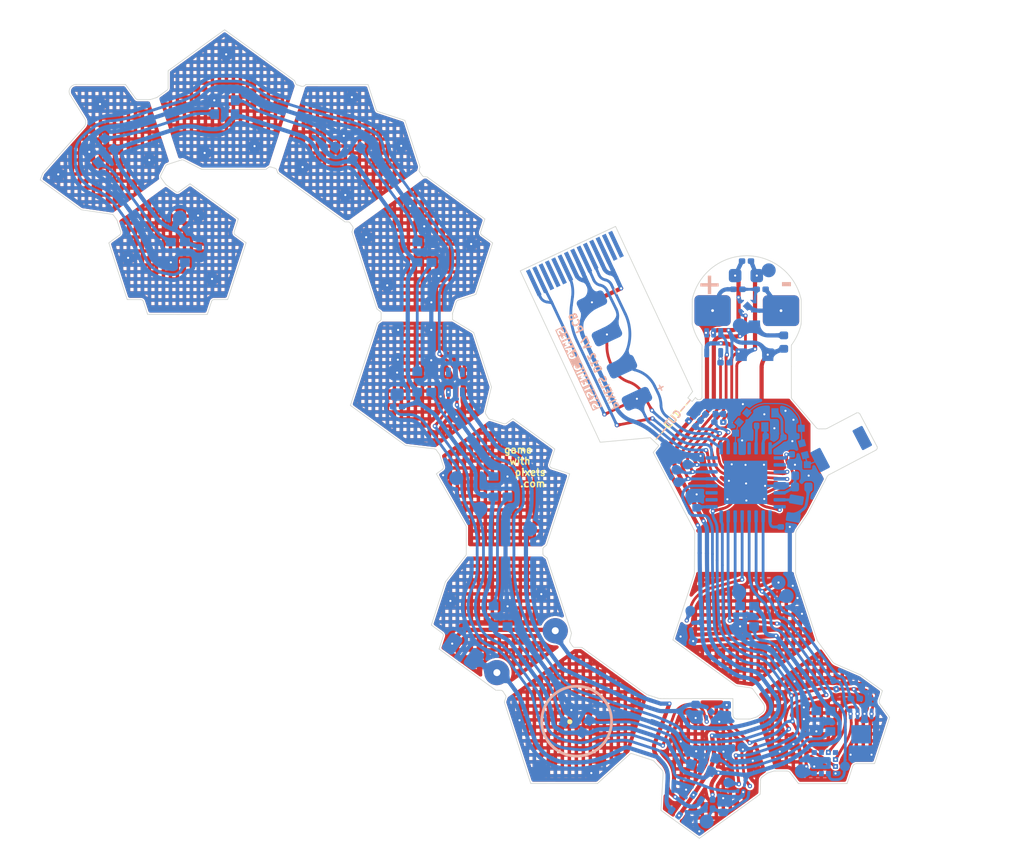
<source format=kicad_pcb>
(kicad_pcb (version 20241229) (generator "pcbnew") (generator_version "9.0")
  (title_block (title "D12V5") (date "2023-11-05") (rev "1") (company "Systemic Games, LLC"))
  (layers (0 "F.Cu" signal) (2 "B.Cu" signal) (13 "F.Paste" user) (15 "B.Paste" user) (5 "F.SilkS" user "F.Silkscreen") (7 "B.SilkS" user "B.Silkscreen") (1 "F.Mask" user) (3 "B.Mask" user) (25 "Edge.Cuts" user))
  (net 0 "")
  (net 1 "/ANTENNA_MECHANICAL")
  (net 2 "GND")
  (net 3 "VDD")
  (net 4 "VDC")
  (net 5 "VEE")
  (net 6 "Net-(L1-Pad2)")
  (net 7 "Net-(U1-DEC4)")
  (net 8 "+5V")
  (net 9 "/LED_EN")
  (net 10 "Net-(U1-XC2)")
  (net 11 "Net-(U1-DEC1)")
  (net 12 "Net-(U1-XC1)")
  (net 13 "Net-(U1-DEC3)")
  (net 14 "/ANTENNA")
  (net 15 "/Wireless Charging/B-")
  (net 16 "Net-(U7-BAT)")
  (net 17 "/Wireless Charging/COILA")
  (net 18 "RESET")
  (net 19 "SWDCLK")
  (net 20 "SWDIO")
  (net 21 "Net-(D2-DOUT)")
  (net 22 "/LED_DATA")
  (net 23 "+BATT")
  (net 24 "/STATS")
  (net 25 "/5V_SENSE")
  (net 26 "/VBAT_SENSE")
  (net 27 "Net-(D3-DOUT)")
  (net 28 "/LED_RETURN")
  (net 29 "Net-(D4-DOUT)")
  (net 30 "Net-(D5-DOUT)")
  (net 31 "Net-(D6-DOUT)")
  (net 32 "Net-(D7-DOUT)")
  (net 33 "Net-(D8-DOUT)")
  (net 34 "Net-(D10-DIN)")
  (net 35 "Net-(D10-DOUT)")
  (net 36 "Net-(D11-DOUT)")
  (net 37 "Net-(D12-DOUT)")
  (net 38 "Net-(U1-DCC)")
  (net 39 "/SCL")
  (net 40 "/SDA")
  (net 41 "/ACC_INT")
  (net 43 "/Wireless Charging/COILB")
  (net 44 "/ANT_NRF")
  (net 45 "/ANT_50")
  (net 46 "/PROG")
  (net 52 "/OPT_A2D")
  (net 53 "/Wireless Charging/TH1")
  (net 54 "/SENSE_SELECT")
  (net 55 "/NTC_PHOTO_SENSE")
  (net 56 "/SM")
  (net 62 "/MAG1_")
  (footprint "Pixels-dice:TX1812MWCA5-F01" (layer "B.Cu") (at 146.96 126.686903 60)
    (property "Reference" "D5" (hide yes))
    (property "Value" "TX1812MWCA5-F01" (hide yes))
  )
  (footprint "Pixels-dice:TX1812MWCA5-F01" (layer "B.Cu") (at 156.025902 129.556903 70)
    (property "Reference" "D4" (hide yes))
    (property "Value" "TX1812MWCA5-F01" (hide yes))
  )
  (footprint "Pixels-dice:TX1812MWCA5-F01" (layer "B.Cu") (at 141.51 119.176903)
    (property "Reference" "D6" (hide yes))
    (property "Value" "TX1812MWCA5-F01" (hide yes))
  )
  (footprint "Pixels-dice:C_0402_1005Metric" (layer "B.Cu") (at 155.48 125.98 -90)
    (property "Reference" "C16" (hide yes))
    (property "Value" "10uF 6.3V 20%" (hide yes))
  )
  (footprint "Pixels-dice:TX1812MWCA5-F01" (layer "B.Cu") (at 159.16 119.176903 180)
    (property "Reference" "D2" (hide yes))
    (property "Value" "TX1812MWCA5-F01" (hide yes))
  )
  (footprint "Pixels-dice:TX1812MWCA5-F01" (layer "B.Cu") (at 141.51 109.896903)
    (property "Reference" "D7" (hide yes))
    (property "Value" "TX1812MWCA5-F01" (hide yes))
  )
  (footprint "Pixels-dice:TX1812MWCA5-F01" (layer "B.Cu") (at 118.41 93.116903 180)
    (property "Reference" "D13" (hide yes))
    (property "Value" "TX1812MWCA5-F01" (hide yes))
  )
  (footprint "Pixels-dice:TX1812MWCA5-F01" (layer "B.Cu") (at 112.95 85.842805 130)
    (property "Reference" "D12" (hide yes))
    (property "Value" "TX1812MWCA5-F01" (hide yes))
  )
  (footprint "Pixels-dice:TX1812MWCA5-F01" (layer "B.Cu") (at 136.06 93.116903)
    (property "Reference" "D9" (hide yes))
    (property "Value" "TX1812MWCA5-F01" (hide yes))
  )
  (footprint "Pixels-dice:TX1812MWCA5-F01" (layer "B.Cu") (at 136.05 102.396903)
    (property "Reference" "D8" (hide yes))
    (property "Value" "TX1812MWCA5-F01" (hide yes))
  )
  (footprint "Pixels-dice:TestPoint_THTPad_D1.5mm_Drill0.7mm_nosilk" (layer "B.Cu") (at 145.43 120.21 150)
    (property "Reference" "P6" (hide yes))
    (property "Value" "COILB" (hide yes))
  )
  (footprint "Capacitor_SMD:C_0201_0603Metric" (layer "B.Cu") (at 140.27 110.19 90)
    (property "Reference" "C6" (hide yes))
    (property "Value" "0.1uF 10V 20%" (hide yes))
  )
  (footprint "Package_TO_SOT_SMD:SOT-553" (layer "B.Cu") (at 138.28 102.42 -90)
    (property "Reference" "U8" (hide yes))
    (property "Value" "SL1605" (hide yes))
  )
  (footprint "Pixels-dice:TestPoint_THTPad_D1.5mm_Drill0.7mm_nosilk" (layer "B.Cu") (at 141.25 123.21 150)
    (property "Reference" "P5" (hide yes))
    (property "Value" "COILA" (hide yes))
  )
  (footprint "Pixels-dice:AW35122" (layer "B.Cu") (at 154.99 119.8 70)
    (property "Reference" "U6" (hide yes))
    (property "Value" "AW35122" (hide yes))
  )
  (footprint "Pixels-dice:TX1812MWCA5-F01" (layer "B.Cu") (at 121.78 82.736903 90)
    (property "Reference" "D11" (hide yes))
    (property "Value" "TX1812MWCA5-F01" (hide yes))
  )
  (footprint "Capacitor_SMD:C_0201_0603Metric" (layer "B.Cu") (at 159.84 105.22 90)
    (property "Reference" "C7" (hide yes))
    (property "Value" "100pF NP0 10V 2%" (hide yes))
  )
  (footprint "Pixels-dice:C_1.2x1.8" (layer "B.Cu") (at 162.58 111.47 -100)
    (property "Reference" "L1" (hide yes))
    (property "Value" "10uH 100mA 20%" (hide yes))
  )
  (footprint "Capacitor_SMD:C_0201_0603Metric" (layer "B.Cu") (at 160.81 106.28 180)
    (property "Reference" "C5" (hide yes))
    (property "Value" "8pF 10V 10%" (hide yes))
  )
  (footprint "Capacitor_SMD:C_0201_0603Metric" (layer "B.Cu") (at 161.9 112.78)
    (property "Reference" "C3" (hide yes))
    (property "Value" "0.1uF 10V 20%" (hide yes))
  )
  (footprint "Capacitor_SMD:C_0201_0603Metric" (layer "B.Cu") (at 162.09 106.36 180)
    (property "Reference" "C2" (hide yes))
    (property "Value" "8pF 10V 10%" (hide yes))
  )
  (footprint "Pixels-dice:QFN-32-1EP_5x5mm_P0.5mm_EP3.1x3.1mm" (layer "B.Cu") (at 159.0575 109.59 90)
    (property "Reference" "U1" (hide yes))
    (property "Value" "N52810_QFN32" (hide yes))
  )
  (footprint "Capacitor_SMD:C_0201_0603Metric" (layer "B.Cu") (at 162.39 107.26 90)
    (property "Reference" "C10" (hide yes))
    (property "Value" "0.1uF 10V 20%" (hide yes))
  )
  (footprint "Pixels-dice:0402_RF" (layer "B.Cu") (at 158.78 106.07)
    (property "Reference" "C8" (hide yes))
    (property "Value" "0.8pF 10V 5% C0G" (hide yes))
  )
  (footprint "Pixels-dice:TX1812MWCA5-F01" (layer "B.Cu") (at 164.62 126.686903 180)
    (property "Reference" "D3" (hide yes))
    (property "Value" "TX1812MWCA5-F01" (hide yes))
  )
  (footprint "Pixels-dice:C_0402_1005Metric" (layer "B.Cu") (at 154.85 120.79 160)
    (property "Reference" "C9" (hide yes))
    (property "Value" "10uF 6.3V 20%" (hide yes))
  )
  (footprint "Pixels-dice:C_0402_1005Metric" (layer "B.Cu") (at 157.700004 126.010009 -90)
    (property "Reference" "C18" (hide yes))
    (property "Value" "4.7uF 10V 20%" (hide yes))
  )
  (footprint "Resistor_SMD:R_0201_0603Metric" (layer "B.Cu") (at 159.119999 93.750001 180)
    (property "Reference" "R4" (hide yes))
    (property "Value" "10k 1%" (hide yes))
  )
  (footprint "Pixels-dice:FPB1_1-4" (layer "B.Cu") (at 156.589729 126.018344 -90)
    (property "Reference" "U4" (hide yes))
    (property "Value" "ME6230" (hide yes))
  )
  (footprint "Resistor_SMD:R_0201_0603Metric" (layer "B.Cu") (at 156.69 132.62 -90)
    (property "Reference" "R9" (hide yes))
    (property "Value" "100k 1%" (hide yes))
  )
  (footprint "Pixels-dice:C_0402_1005Metric" (layer "B.Cu") (at 155.55 110.93 90)
    (property "Reference" "C4" (hide yes))
    (property "Value" "4.7uF 10V 20%" (hide yes))
  )
  (footprint "Pixels-dice:Hongjie 10100 Solder Tabs" (layer "B.Cu") (at 159.14 97.293934)
    (property "Reference" "J3" (hide yes))
    (property "Value" "Conn_01x02" (hide yes))
  )
  (footprint "Pixels-dice:TX1812MWCA5-F01" (layer "B.Cu") (at 130.6 85.616903 55)
    (property "Reference" "D10" (hide yes))
    (property "Value" "TX1812MWCA5-F01" (hide yes))
  )
  (footprint "Capacitor_SMD:C_0402_1005Metric" (layer "B.Cu") (at 161.79 99.55 -90)
    (property "Reference" "C13" (hide yes))
    (property "Value" "4.7uF 25V 20%" (hide yes))
  )
  (footprint "Pixels-dice:SOT-363_SC-70-6" (layer "B.Cu") (at 154.81 132.7 55)
    (property "Reference" "D1")
    (property "Value" "BAV99S" (hide yes))
  )
  (footprint "Capacitor_SMD:C_0603_1608Metric" (layer "B.Cu") (at 159.08 94.79 180)
    (property "Reference" "C15" (hide yes))
    (property "Value" "22uF 10V 20%" (hide yes))
  )
  (footprint "Inductor_SMD:L_0402_1005Metric" (layer "B.Cu") (at 163.07 109.92 180)
    (property "Reference" "L2")
    (property "Value" "15nH 100mA 5%" (hide yes))
  )
  (footprint "Pixels-dice:C_0402_1005Metric" (layer "B.Cu") (at 163.09 109.11)
    (property "Reference" "C1" (hide yes))
    (property "Value" "4.7uF 10V 20%" (hide yes))
  )
  (footprint "Capacitor_SMD:C_0201_0603Metric" (layer "B.Cu") (at 157.459997 104.370003 90)
    (property "Reference" "C21" (hide yes))
    (property "Value" "10nF 25V 10%" (hide yes))
  )
  (footprint "Resistor_SMD:R_0201_0603Metric" (layer "B.Cu") (at 155.209632 105.392293 -41)
    (property "Reference" "R7" (hide yes))
    (property "Value" "3.9M 1%" (hide yes))
  )
  (footprint "Resistor_SMD:R_0201_0603Metric" (layer "B.Cu") (at 156.890004 104.370002 -90)
    (property "Reference" "R2" (hide yes))
    (property "Value" "3.9M 1%" (hide yes))
  )
  (footprint "Resistor_SMD:R_0201_0603Metric" (layer "B.Cu") (at 155.95 104.5 139)
    (property "Reference" "R8" (hide yes))
    (property "Value" "10M 1%" (hide yes))
  )
  (footprint "Resistor_SMD:R_0201_0603Metric" (layer "B.Cu") (at 157.14 105.28 180)
    (property "Reference" "R1" (hide yes))
    (property "Value" "3.9M 1%" (hide yes))
  )
  (footprint "Capacitor_SMD:C_0201_0603Metric" (layer "B.Cu") (at 155.579276 104.944531 139)
    (property "Reference" "C22" (hide yes))
    (property "Value" "10nF 25V 10%" (hide yes))
  )
  (footprint "Pixels-dice:SX16Y032000B81T001" (layer "B.Cu") (at 160.795001 105.1175 -90)
    (property "Reference" "Y1" (hide yes))
    (property "Value" "32MHz 40ppm" (hide yes))
  )
  (footprint "Package_LGA:LGA-12_2x2mm_P0.5mm" (layer "B.Cu") (at 164.73 129.68 180)
    (property "Reference" "U2" (hide yes))
    (property "Value" "SC7A20HTR" (hide yes))
  )
  (footprint "Pixels-dice:0402_RF" (layer "B.Cu") (at 163.03 108.33 180)
    (property "Reference" "C11" (hide yes))
    (property "Value" "DNP" (hide yes))
  )
  (footprint "Pixels-dice:0402_RF" (layer "B.Cu") (at 158.87 104.95 50)
    (property "Reference" "L5" (hide yes))
    (property "Value" "3.9nH 5%" (hide yes))
  )
  (footprint "Resistor_SMD:R_0201_0603Metric" (layer "B.Cu") (at 134.14 104.17 180)
    (property "Reference" "R5" (hide yes))
    (property "Value" "10k 1%" (hide yes))
  )
  (footprint "Pixels-dice:SOT-23" (layer "B.Cu") (at 159.690004 99.449991 -90)
    (property "Reference" "U3" (hide yes))
    (property "Value" "PJ75BL50SA" (hide yes))
  )
  (footprint "Capacitor_SMD:C_0805_2012Metric" (layer "B.Cu") (at 138.83 121.68 145)
    (property "Reference" "C19" (hide yes))
    (property "Value" "12nF 50V 5% NP0" (hide yes))
  )
  (footprint "Pixels-dice:0402_RF" (layer "B.Cu") (at 162.6 105.72 180)
    (property "Reference" "C12" (hide yes))
    (property "Value" "DNP" (hide yes))
  )
  (footprint "Pixels-dice:TEST_PIN" (layer "B.Cu") (at 144.35 130.25)
    (property "Reference" "W19" (hide yes))
    (property "Value" "GND" (hide yes))
  )
  (footprint "Pixels-dice:TEST_PIN" (layer "B.Cu") (at 158.81 128.56)
    (property "Reference" "W23" (hide yes))
    (property "Value" "ADC_OUT" (hide yes))
  )
  (footprint "Pixels-dice:TEST_PIN" (layer "B.Cu") (at 158.64 98.35)
    (property "Reference" "W16" (hide yes))
    (property "Value" "VIN" (hide yes))
  )
  (footprint "Pixels-dice:TEST_PIN" (layer "B.Cu") (at 166.17 129.92)
    (property "Reference" "W7" (hide yes))
    (property "Value" "ACC_INT" (hide yes))
  )
  (footprint "Capacitor_SMD:C_0201_0603Metric" (layer "B.Cu") (at 160.17 95.77)
    (property "Reference" "C23" (hide yes))
    (property "Value" "0.1uF 10V 20%" (hide yes))
  )
  (footprint "Resistor_SMD:R_0201_0603Metric" (layer "B.Cu") (at 157.58 101.02)
    (property "Reference" "R6" (hide yes))
    (property "Value" "3.9k 1%" (hide yes))
  )
  (footprint "Pixels-dice:TEST_PIN" (layer "B.Cu") (at 163.08 130.27)
    (property "Reference" "W25" (hide yes))
    (property "Value" "VDD" (hide yes))
  )
  (footprint "Pixels-dice:TEST_PIN" (layer "B.Cu") (at 158.59 117.46)
    (property "Reference" "W1" (hide yes))
    (property "Value" "LED_DATA1" (hide yes))
  )
  (footprint "Pixels-dice:TEST_PIN" (layer "B.Cu") (at 160.71 94.41)
    (property "Reference" "W15" (hide yes))
    (property "Value" "+5V" (hide yes))
  )
  (footprint "Pixels-dice:CHIP_ANT" (layer "B.Cu") (at 164.392082 107.984973 117.5)
    (property "Reference" "AE1" (hide yes))
    (property "Value" "Antenna_Chip" (hide yes))
  )
  (footprint "Diode_SMD:D_0603_1608Metric" (layer "B.Cu") (at 134.109999 102.52 90)
    (property "Reference" "Q1" (hide yes))
    (property "Value" "ZSPT-Z1608C-06F-Z4" (hide yes))
  )
  (footprint "Pixels-dice:TEST_PIN" (layer "B.Cu") (at 143.63 112.94)
    (property "Reference" "W14" (hide yes))
    (property "Value" "BATT" (hide yes))
  )
  (footprint "Pixels-dice:FPC-POGO-4" (layer "B.Cu") (at 149.664438 100.153932 115)
    (property "Reference" "J2" (hide yes))
    (property "Value" "Conn_01x04" (hide yes))
  )
  (footprint "Pixels-dice:TEST_PIN" (layer "B.Cu") (at 154.23 109.58)
    (property "Reference" "W2" (hide yes))
    (property "Value" "PROG" (hide yes))
  )
  (footprint "Capacitor_SMD:C_0201_0603Metric" (layer "B.Cu") (at 119.95 93.09 -90)
    (property "Reference" "C24" (hide yes))
    (property "Value" "0.1uF 10V 20%" (hide yes))
  )
  (footprint "Pixels-dice:TEST_PIN" (layer "B.Cu") (at 138.35 109.29)
    (property "Reference" "W3" (hide yes))
    (property "Value" "PHOTO" (hide yes))
  )
  (footprint "Pixels-dice:TEST_PIN" (layer "B.Cu") (at 156.27 133.87)
    (property "Reference" "W20" (hide yes))
    (property "Value" "TH1" (hide yes))
  )
  (footprint "Pixels-dice:TEST_PIN" (layer "B.Cu") (at 161.41 116.76)
    (property "Reference" "W9" (hide yes))
    (property "Value" "SDA" (hide yes))
  )
  (footprint "Resistor_SMD:R_0201_0603Metric" (layer "B.Cu") (at 166.91 125.07 180)
    (property "Reference" "R10" (hide yes))
    (property "Value" "3.9k 1%" (hide yes))
  )
  (footprint "Pixels-dice:TEST_PIN" (layer "B.Cu") (at 155.1 118.77)
    (property "Reference" "W21" (hide yes))
    (property "Value" "LED2" (hide yes))
  )
  (footprint "Package_TO_SOT_SMD:SOT-553" (layer "B.Cu") (at 156.77 99.5975 -90)
    (property "Reference" "U9" (hide yes))
    (property "Value" "XT4051" (hide yes))
  )
  (footprint "Resistor_SMD:R_0201_0603Metric" (layer "B.Cu") (at 165.44 124.09 110)
    (property "Reference" "R11" (hide yes))
    (property "Value" "3.9k 1%" (hide yes))
  )
  (footprint "Resistor_SMD:R_0201_0603Metric" (layer "B.Cu") (at 158.5 95.77)
    (property "Reference" "R12" (hide yes))
    (property "Value" "510R 1%" (hide yes))
  )
  (footprint "Pixels-dice:TEST_PIN" (layer "B.Cu") (at 157.81 131.09)
    (property "Reference" "W22" (hide yes))
    (property "Value" "ADC_SELECT" (hide yes))
  )
  (footprint "Pixels-dice:TEST_PIN" (layer "B.Cu") (at 154.09 108.69)
    (property "Reference" "W17" (hide yes))
    (property "Value" "STAT" (hide yes))
  )
  (footprint "Pixels-dice:TEST_PIN" (layer "B.Cu") (at 140.07 111.48)
    (property "Reference" "W6" (hide yes))
    (property "Value" "MAG1" (hide yes))
  )
  (footprint "Pixels-dice:TEST_PIN" (layer "B.Cu") (at 161.99 117.73)
    (property "Reference" "W8" (hide yes))
    (property "Value" "SCL" (hide yes))
  )
  (footprint "Package_DFN_QFN:UDFN-4-1EP_1x1mm_P0.65mm_EP0.48x0.48mm" (layer "B.Cu") (at 159.189999 96.974999 180)
    (property "Reference" "U7" (hide yes))
    (property "Value" "DS6101" (hide yes))
  )
  (footprint "Pixels-dice:R_0402_1005Metric" (layer "B.Cu") (at 157.45 132.71 90)
    (property "Reference" "TH1")
    (property "Value" "NTC 100k @ 25C" (hide yes))
  )
  (footprint "Pixels-dice:FPC_14" (layer "B.Cu") (at 149.78 92.55 -155)
    (property "Reference" "J1" (hide yes))
    (property "Value" "Conn_01x14" (hide yes))
  )
  (footprint "Pixels-dice:TDFN-8-1EP_3x2mm_P0.5mm_EP1.3x1.4mm" (layer "B.Cu") (at 167.319997 127.624998 90)
    (property "Reference" "U5" (hide yes))
    (property "Value" "BL24C02F-NTRC" (hide yes))
  )
  (footprint "Pixels-dice:TEST_PIN" (layer "B.Cu") (at 154.88 108.31)
    (property "Reference" "W5" (hide yes))
    (property "Value" "SM" (hide yes))
  )
  (footprint "Pixels-dice:DFN1109-6" (layer "B.Cu") (at 158.93 131.51 170)
    (property "Reference" "U10" (hide yes))
    (property "Value" "WAS3157D-6/TR" (hide yes))
  )
  (footprint "Pixels-dice:0402_RF" (layer "B.Cu") (at 163.2 107.22 -75)
    (property "Reference" "L3" (hide yes))
    (property "Value" "0 Ohm" (hide yes))
  )
  (footprint "Pixels-dice:TEST_PIN" (layer "B.Cu") (at 118.55 90.64)
    (property "Reference" "W4" (hide yes))
    (property "Value" "VDC" (hide yes))
  )
  (gr_circle (center 146.47 126.726903) (end 146.576301 126.726903) (stroke (width 0.15)) (fill yes) (layer "F.SilkS"))
  (gr_circle (center 146.96 126.686903) (end 149.46 126.686903) (stroke (width 0.2)) (fill no) (layer "B.SilkS"))
  (gr_line (start 139.06 114.275) (end 139.06 114.7067) (stroke (width 0.05)) (layer "Edge.Cuts"))
  (gr_arc (start 120.81619 96.655347) (mid 120.900628 96.537753) (end 121.018013 96.505392) (stroke (width 0.05)) (layer "Edge.Cuts"))
  (gr_line (start 155.632 103.675) (end 155.46 103.52) (stroke (width 0.05)) (layer "Edge.Cuts"))
  (gr_line (start 125.494008 87.233437) (end 125.561 87.4403) (stroke (width 0.05)) (layer "Edge.Cuts"))
  (gr_line (start 124.718 87.1804) (end 124.902913 87.045748) (stroke (width 0.05)) (layer "Edge.Cuts"))
  (gr_line (start 120.521 97.5655) (end 120.81619 96.655347) (stroke (width 0.05)) (layer "Edge.Cuts"))
  (gr_arc (start 115.7589 96.5064) (mid 115.878333 96.546001) (end 115.950101 96.647971) (stroke (width 0.05)) (layer "Edge.Cuts"))
  (gr_line (start 165.033405 109.040129) (end 168.374834 107.287479) (stroke (width 0.05)) (layer "Edge.Cuts"))
  (gr_line (start 132.686 98.1909) (end 130.769 104.084) (stroke (width 0.05)) (layer "Edge.Cuts"))
  (gr_line (start 153.199 125.07) (end 152.947951 125.07) (stroke (width 0.05)) (layer "Edge.Cuts"))
  (gr_arc (start 116.946586 82.016572) (mid 116.920875 82.032165) (end 116.889682 82.04484) (stroke (width 0.05)) (layer "Edge.Cuts"))
  (gr_arc (start 159.459093 126.510187) (mid 159.382026 126.52871) (end 159.303038 126.53482) (stroke (width 0.05)) (layer "Edge.Cuts"))
  (gr_arc (start 160.54886 130.451878) (mid 160.61696 130.409788) (end 160.690931 130.37911) (stroke (width 0.05)) (layer "Edge.Cuts"))
  (gr_line (start 164.107319 105.665153) (end 162.37092 103.625333) (stroke (width 0.05)) (layer "Edge.Cuts"))
  (gr_line (start 116.399972 82.191798) (end 115.553 82.1918) (stroke (width 0.05)) (layer "Edge.Cuts"))
  (gr_line (start 142.398 105.024) (end 145.396 107.205) (stroke (width 0.05)) (layer "Edge.Cuts"))
  (gr_line (start 139.061 112.737) (end 139.06 114.275) (stroke (width 0.05)) (layer "Edge.Cuts"))
  (gr_line (start 118.826724 86.522758) (end 120.069641 87.156667) (stroke (width 0.05)) (layer "Edge.Cuts"))
  (gr_arc (start 116.464798 82.182099) (mid 116.432784 82.189614) (end 116.399972 82.191798) (stroke (width 0.05)) (layer "Edge.Cuts"))
  (gr_arc (start 155.9275 103.474983) (mid 155.863692 103.621682) (end 155.712876 103.675001) (stroke (width 0.05)) (layer "Edge.Cuts"))
  (gr_arc (start 130.582464 90.938767) (mid 130.675302 90.961636) (end 130.746879 91.024883) (stroke (width 0.05)) (layer "Edge.Cuts"))
  (gr_arc (start 155.238136 96.475634) (mid 159.145148 93.368837) (end 163.032657 96.500002) (stroke (width 0.05)) (layer "Edge.Cuts"))
  (gr_arc (start 168.459045 107.017384) (mid 168.472866 107.169871) (end 168.374816 107.287445) (stroke (width 0.05)) (layer "Edge.Cuts"))
  (gr_line (start 138.083469 97.465691) (end 138.34 96.6752) (stroke (width 0.05)) (layer "Edge.Cuts"))
  (gr_line (start 130.746911 91.024861) (end 130.91783 91.262448) (stroke (width 0.05)) (layer "Edge.Cuts"))
  (gr_line (start 168.288 129.725) (end 169.365 126.413) (stroke (width 0.05)) (layer "Edge.Cuts"))
  (gr_arc (start 111.748564 83.54813) (mid 111.822307 83.855189) (end 111.697397 84.145262) (stroke (width 0.05)) (layer "Edge.Cuts"))
  (gr_arc (start 117.578791 88.288638) (mid 117.553938 88.267283) (end 117.532928 88.242249) (stroke (width 0.05)) (layer "Edge.Cuts"))
  (gr_arc (start 132.966031 97.88566) (mid 132.944223 97.9764) (end 132.883603 98.047357) (stroke (width 0.05)) (layer "Edge.Cuts"))
  (gr_line (start 125.362762 87.103893) (end 125.078134 87.015826) (stroke (width 0.05)) (layer "Edge.Cuts"))
  (gr_arc (start 110.706486 81.873076) (mid 110.692129 81.36912) (end 111.138546 81.108803) (stroke (width 0.05)) (layer "Edge.Cuts"))
  (gr_line (start 143.673 131.145) (end 148.451 131.147) (stroke (width 0.05)) (layer "Edge.Cuts"))
  (gr_line (start 140.947 92.4493) (end 140.159504 91.876685) (stroke (width 0.05)) (layer "Edge.Cuts"))
  (gr_line (start 114.25 91.878197) (end 113.47 92.4438) (stroke (width 0.05)) (layer "Edge.Cuts"))
  (gr_arc (start 165.480274 122.59012) (mid 165.366435 122.521466) (end 165.274679 122.425199) (stroke (width 0.05)) (layer "Edge.Cuts"))
  (gr_arc (start 160.123695 130.927272) (mid 160.154731 130.782799) (end 160.251065 130.670747) (stroke (width 0.05)) (layer "Edge.Cuts"))
  (gr_line (start 117.199695 87.591193) (end 117.532475 86.938703) (stroke (width 0.05)) (layer "Edge.Cuts"))
  (gr_arc (start 136.075924 87.716639) (mid 135.983596 87.694031) (end 135.912147 87.631423) (stroke (width 0.05)) (layer "Edge.Cuts"))
  (gr_line (start 137.349 108.663) (end 136.916 108.977) (stroke (width 0.05)) (layer "Edge.Cuts"))
  (gr_line (start 160.210603 126.12727) (end 159.922768 126.334983) (stroke (width 0.05)) (layer "Edge.Cuts"))
  (gr_line (start 126.774 80.8361) (end 121.76 77.19) (stroke (width 0.05)) (layer "Edge.Cuts"))
  (gr_line (start 145.193 112.882) (end 146.462 108.981) (stroke (width 0.05)) (layer "Edge.Cuts"))
  (gr_line (start 132.609837 82.90866) (end 132.029 81.1175) (stroke (width 0.05)) (layer "Edge.Cuts"))
  (gr_line (start 140.636165 104.987926) (end 140.452514 104.693391) (stroke (width 0.05)) (layer "Edge.Cuts"))
  (gr_line (start 160.322814 125.428274) (end 159.560949 124.377551) (stroke (width 0.05)) (layer "Edge.Cuts"))
  (gr_arc (start 117.72 81.363522) (mid 117.696041 81.44886) (end 117.637558 81.515518) (stroke (width 0.05)) (layer "Edge.Cuts"))
  (gr_line (start 139.591 98.8638) (end 138.123122 97.974239) (stroke (width 0.05)) (layer "Edge.Cuts"))
  (gr_arc (start 166.981205 104.630416) (mid 167.133638 104.616599) (end 167.251207 104.714638) (stroke (width 0.05)) (layer "Edge.Cuts"))
  (gr_line (start 167.001233 129.724) (end 168.288 129.725) (stroke (width 0.05)) (layer "Edge.Cuts"))
  (gr_line (start 114.03444 90.785023) (end 113.816184 90.484935) (stroke (width 0.05)) (layer "Edge.Cuts"))
  (gr_arc (start 146.8249 121.401) (mid 146.73083 121.377496) (end 146.656911 121.309534) (stroke (width 0.05)) (layer "Edge.Cuts"))
  (gr_line (start 142.922 94.449) (end 148.644 106.72) (stroke (width 0.05)) (layer "Edge.Cuts"))
  (gr_arc (start 137.421847 108.439181) (mid 137.421843 108.562832) (end 137.349056 108.662789) (stroke (width 0.05)) (layer "Edge.Cuts"))
  (gr_line (start 158.146 126.232983) (end 158.146 125.072) (stroke (width 0.05)) (layer "Edge.Cuts"))
  (gr_arc (start 158.445976 126.53288) (mid 158.233909 126.445062) (end 158.14612 126.232983) (stroke (width 0.05)) (layer "Edge.Cuts"))
  (gr_line (start 132.665 97.183) (end 132.883545 97.341446) (stroke (width 0.05)) (layer "Edge.Cuts"))
  (gr_arc (start 136.77035 107.188192) (mid 136.846778 107.21345) (end 136.91109 107.272278) (stroke (width 0.05)) (layer "Edge.Cuts"))
  (gr_line (start 117.637559 81.515519) (end 116.946586 82.016572) (stroke (width 0.05)) (layer "Edge.Cuts"))
  (gr_arc (start 140.452514 104.693391) (mid 140.424533 104.618034) (end 140.428429 104.537744) (stroke (width 0.05)) (layer "Edge.Cuts"))
  (gr_arc (start 127.454658 81.209068) (mid 127.365418 81.245329) (end 127.270114 81.235899) (stroke (width 0.05)) (layer "Edge.Cuts"))
  (gr_line (start 146.462 108.981) (end 145.166 108.56) (stroke (width 0.05)) (layer "Edge.Cuts"))
  (gr_arc (start 162.01341 130.25) (mid 162.142054 130.285594) (end 162.242453 130.373569) (stroke (width 0.05)) (layer "Edge.Cuts"))
  (gr_line (start 135.912147 87.631423) (end 135.719258 87.365798) (stroke (width 0.05)) (layer "Edge.Cuts"))
  (gr_line (start 155.934938 100.443217) (end 155.928 101.320617) (stroke (width 0.05)) (layer "Edge.Cuts"))
  (gr_arc (start 114.03444 90.785023) (mid 114.050787 90.811721) (end 114.063503 90.842922) (stroke (width 0.05)) (layer "Edge.Cuts"))
  (gr_arc (start 114.325857 91.650907) (mid 114.324642 91.777545) (end 114.247779 91.878197) (stroke (width 0.05)) (layer "Edge.Cuts"))
  (gr_line (start 113.67 90.393724) (end 111.504041 90.075214) (stroke (width 0.05)) (layer "Edge.Cuts"))
  (gr_line (start 155.23 103.8) (end 154.92 103.54) (stroke (width 0.05)) (layer "Edge.Cuts"))
  (gr_arc (start 163.032657 98.254734) (mid 162.761195 99.047994) (end 162.330374 99.767259) (stroke (width 0.05)) (layer "Edge.Cuts"))
  (gr_line (start 108.749 87.4551) (end 108.561 87.9357) (stroke (width 0.05)) (layer "Edge.Cuts"))
  (gr_line (start 121.76 77.19) (end 117.72 80.1231) (stroke (width 0.05)) (layer "Edge.Cuts"))
  (gr_arc (start 153.07198 130.186052) (mid 153.135794 130.296529) (end 153.147961 130.423531) (stroke (width 0.05)) (layer "Edge.Cuts"))
  (gr_line (start 115.382728 82.098016) (end 114.665 81.1102) (stroke (width 0.05)) (layer "Edge.Cuts"))
  (gr_line (start 127.583 81.1157) (end 127.454658 81.209068) (stroke (width 0.05)) (layer "Edge.Cuts"))
  (gr_arc (start 137.340833 120.378634) (mid 137.413765 120.479018) (end 137.413728 120.603092) (stroke (width 0.05)) (layer "Edge.Cuts"))
  (gr_arc (start 159.429213 124.299979) (mid 159.503055 124.325858) (end 159.560949 124.377551) (stroke (width 0.05)) (layer "Edge.Cuts"))
  (gr_line (start 160.097 131.915) (end 160.123695 130.927272) (stroke (width 0.05)) (layer "Edge.Cuts"))
  (gr_line (start 152.999 133.076) (end 155.746 135.073) (stroke (width 0.05)) (layer "Edge.Cuts"))
  (gr_line (start 162.635167 116.069401) (end 162.640793 113.252501) (stroke (width 0.05)) (layer "Edge.Cuts"))
  (gr_arc (start 145.165482 108.559514) (mid 145.048703 108.45889) (end 145.038998 108.301868) (stroke (width 0.05)) (layer "Edge.Cuts"))
  (gr_line (start 121.977 96.5045) (end 123.299 92.442) (stroke (width 0.05)) (layer "Edge.Cuts"))
  (gr_line (start 130.874 91.6617) (end 132.665 97.183) (stroke (width 0.05)) (layer "Edge.Cuts"))
  (gr_arc (start 124.902913 87.045748) (mid 124.986387 87.01037) (end 125.078134 87.015826) (stroke (width 0.05)) (layer "Edge.Cuts"))
  (gr_line (start 152.84 106.967) (end 152.23 106.39) (stroke (width 0.05)) (layer "Edge.Cuts"))
  (gr_line (start 146.593 120.392) (end 144.843 115.003) (stroke (width 0.05)) (layer "Edge.Cuts"))
  (gr_line (start 162.243 130.374) (end 162.835 131.153) (stroke (width 0.05)) (layer "Edge.Cuts"))
  (gr_line (start 159.303038 126.53482) (end 158.446 126.533) (stroke (width 0.05)) (layer "Edge.Cuts"))
  (gr_line (start 147.327 121.401) (end 146.8249 121.401) (stroke (width 0.05)) (layer "Edge.Cuts"))
  (gr_line (start 166.981205 104.630416) (end 164.887341 105.728821) (stroke (width 0.05)) (layer "Edge.Cuts"))
  (gr_line (start 114.063503 90.842922) (end 114.325857 91.650907) (stroke (width 0.05)) (layer "Edge.Cuts"))
  (gr_line (start 121.018013 96.505392) (end 121.977 96.5045) (stroke (width 0.05)) (layer "Edge.Cuts"))
  (gr_line (start 160.251065 130.670747) (end 160.54886 130.451878) (stroke (width 0.05)) (layer "Edge.Cuts"))
  (gr_line (start 164.773 105.757) (end 164.30611 105.760999) (stroke (width 0.05)) (layer "Edge.Cuts"))
  (gr_line (start 163.498324 111.843703) (end 164.890362 109.182871) (stroke (width 0.05)) (layer "Edge.Cuts"))
  (gr_arc (start 138.340282 96.675202) (mid 138.391581 96.593063) (end 138.475527 96.544779) (stroke (width 0.05)) (layer "Edge.Cuts"))
  (gr_arc (start 160.322806 125.42828) (mid 160.4117 125.801058) (end 160.210603 126.12727) (stroke (width 0.05)) (layer "Edge.Cuts"))
  (gr_line (start 155.364091 116.215411) (end 153.849 120.868) (stroke (width 0.05)) (layer "Edge.Cuts"))
  (gr_arc (start 115.5519 82.191788) (mid 115.455188 82.166777) (end 115.382727 82.098016) (stroke (width 0.05)) (layer "Edge.Cuts"))
  (gr_arc (start 141.867217 124.838068) (mid 141.896851 124.92145) (end 141.887101 125.011139) (stroke (width 0.05)) (layer "Edge.Cuts"))
  (gr_line (start 155.26 103.09) (end 149.746 91.2667) (stroke (width 0.05)) (layer "Edge.Cuts"))
  (gr_line (start 162.835 131.153) (end 166.318 131.155) (stroke (width 0.05)) (layer "Edge.Cuts"))
  (gr_line (start 162.332 103.495559) (end 162.332 101.29) (stroke (width 0.05)) (layer "Edge.Cuts"))
  (gr_line (start 116.249 97.5634) (end 120.521 97.5655) (stroke (width 0.05)) (layer "Edge.Cuts"))
  (gr_line (start 164.159445 120.846248) (end 162.659586 116.224756) (stroke (width 0.05)) (layer "Edge.Cuts"))
  (gr_line (start 114.788 96.5064) (end 115.7589 96.5064) (stroke (width 0.05)) (layer "Edge.Cuts"))
  (gr_line (start 139.018176 114.829051) (end 137.572617 116.697217) (stroke (width 0.05)) (layer "Edge.Cuts"))
  (gr_line (start 159.780814 126.406288) (end 159.475 126.505) (stroke (width 0.05)) (layer "Edge.Cuts"))
  (gr_arc (start 144.543 114.3782) (mid 144.564902 114.287199) (end 144.625812 114.216129) (stroke (width 0.05)) (layer "Edge.Cuts"))
  (gr_line (start 136.236 87.7167) (end 136.075924 87.716639) (stroke (width 0.05)) (layer "Edge.Cuts"))
  (gr_arc (start 152.947951 125.07) (mid 152.872002 125.063825) (end 152.795543 125.045427) (stroke (width 0.05)) (layer "Edge.Cuts"))
  (gr_line (start 113.47 92.4438) (end 114.788 96.5064) (stroke (width 0.05)) (layer "Edge.Cuts"))
  (gr_arc (start 162.640793 113.252501) (mid 162.663937 113.103135) (end 162.730589 112.967606) (stroke (width 0.05)) (layer "Edge.Cuts"))
  (gr_line (start 125.561 87.4403) (end 130.373 90.9387) (stroke (width 0.05)) (layer "Edge.Cuts"))
  (gr_line (start 153.849 120.868) (end 158.361644 124.149108) (stroke (width 0.05)) (layer "Edge.Cuts"))
  (gr_line (start 142.398 105.024) (end 141.925 105.367) (stroke (width 0.05)) (layer "Edge.Cuts"))
  (gr_arc (start 118.491926 88.793059) (mid 118.377786 88.825366) (end 118.265493 88.78714) (stroke (width 0.05)) (layer "Edge.Cuts"))
  (gr_arc (start 164.306109 105.760844) (mid 164.19605 105.736367) (end 164.107319 105.665153) (stroke (width 0.05)) (layer "Edge.Cuts"))
  (gr_line (start 140.856963 102.767595) (end 139.591 98.8638) (stroke (width 0.05)) (layer "Edge.Cuts"))
  (gr_line (start 152.043348 124.800531) (end 152.795543 125.045427) (stroke (width 0.05)) (layer "Edge.Cuts"))
  (gr_line (start 117.532928 88.242249) (end 117.213244 87.801821) (stroke (width 0.05)) (layer "Edge.Cuts"))
  (gr_arc (start 141.5229 124.474) (mid 141.621505 124.499922) (end 141.693855 124.56974) (stroke (width 0.05)) (layer "Edge.Cuts"))
  (gr_line (start 138.076 97.5675) (end 138.076 97.513104) (stroke (width 0.05)) (layer "Edge.Cuts"))
  (gr_line (start 134.663 83.6762) (end 132.738201 83.049414) (stroke (width 0.05)) (layer "Edge.Cuts"))
  (gr_line (start 137.160753 107.633092) (end 137.422 108.439) (stroke (width 0.05)) (layer "Edge.Cuts"))
  (gr_arc (start 118.669321 86.508212) (mid 118.749247 86.499264) (end 118.826724 86.522758) (stroke (width 0.05)) (layer "Edge.Cuts"))
  (gr_line (start 155.928 101.320617) (end 155.928 103.474983) (stroke (width 0.05)) (layer "Edge.Cuts"))
  (gr_line (start 117.72 80.1231) (end 117.72 81.363522) (stroke (width 0.05)) (layer "Edge.Cuts"))
  (gr_line (start 158.146 125.072) (end 153.199 125.07) (stroke (width 0.05)) (layer "Edge.Cuts"))
  (gr_line (start 137.114 121.525) (end 141.175 124.474) (stroke (width 0.05)) (layer "Edge.Cuts"))
  (gr_line (start 136.56 119.811) (end 137.341062 120.378319) (stroke (width 0.05)) (layer "Edge.Cuts"))
  (gr_line (start 159.475 126.505) (end 159.459093 126.510187) (stroke (width 0.05)) (layer "Edge.Cuts"))
  (gr_line (start 146.491327 121.053253) (end 146.656907 121.309537) (stroke (width 0.05)) (layer "Edge.Cuts"))
  (gr_arc (start 126.957046 81.133578) (mid 126.875774 81.082948) (end 126.827294 81.000467) (stroke (width 0.05)) (layer "Edge.Cuts"))
  (gr_line (start 159.429213 124.299979) (end 158.361644 124.149108) (stroke (width 0.05)) (layer "Edge.Cuts"))
  (gr_arc (start 122.514481 91.872786) (mid 122.43996 91.767243) (end 122.445704 91.637606) (stroke (width 0.05)) (layer "Edge.Cuts"))
  (gr_line (start 153.14796 130.423531) (end 152.999 133.076) (stroke (width 0.05)) (layer "Edge.Cuts"))
  (gr_arc (start 113.67595 90.393725) (mid 113.752141 90.4215) (end 113.811063 90.477221) (stroke (width 0.05)) (layer "Edge.Cuts"))
  (gr_line (start 108.561 87.9357) (end 111.504041 90.075214) (stroke (width 0.05)) (layer "Edge.Cuts"))
  (gr_line (start 118.669321 86.508212) (end 117.647051 86.839928) (stroke (width 0.05)) (layer "Edge.Cuts"))
  (gr_line (start 152.442 107.444) (end 152.84 106.967) (stroke (width 0.05)) (layer "Edge.Cuts"))
  (gr_line (start 132.029 81.1175) (end 127.583 81.1157) (stroke (width 0.05)) (layer "Edge.Cuts"))
  (gr_arc (start 135.719258 87.365798) (mid 135.683438 87.278938) (end 135.69164 87.184004) (stroke (width 0.05)) (layer "Edge.Cuts"))
  (gr_line (start 152.442 107.444) (end 155.354245 112.965601) (stroke (width 0.05)) (layer "Edge.Cuts"))
  (gr_line (start 126.827294 81.000467) (end 126.774 80.8361) (stroke (width 0.05)) (layer "Edge.Cuts"))
  (gr_arc (start 168.662367 125.445108) (mid 168.61504 125.310731) (end 168.634879 125.169882) (stroke (width 0.05)) (layer "Edge.Cuts"))
  (gr_line (start 123.299 92.442) (end 122.514356 91.872958) (stroke (width 0.05)) (layer "Edge.Cuts"))
  (gr_arc (start 166.71613 129.931674) (mid 166.824975 129.78174) (end 167.001233 129.724543) (stroke (width 0.05)) (layer "Edge.Cuts"))
  (gr_line (start 144.843 115.003) (end 144.625312 114.844619) (stroke (width 0.05)) (layer "Edge.Cuts"))
  (gr_line (start 115.950101 96.647971) (end 116.249 97.5634) (stroke (width 0.05)) (layer "Edge.Cuts"))
  (gr_arc (start 117.213244 87.801821) (mid 117.176466 87.699133) (end 117.199695 87.591193) (stroke (width 0.05)) (layer "Edge.Cuts"))
  (gr_line (start 164.231619 120.989184) (end 165.27467 122.425207) (stroke (width 0.05)) (layer "Edge.Cuts"))
  (gr_line (start 155.712876 103.675001) (end 155.632 103.675) (stroke (width 0.05)) (layer "Edge.Cuts"))
  (gr_arc (start 120.160517 87.178519) (mid 120.113788 87.172967) (end 120.069647 87.156656) (stroke (width 0.05)) (layer "Edge.Cuts"))
  (gr_arc (start 164.887049 105.728263) (mid 164.831662 105.749377) (end 164.772857 105.756831) (stroke (width 0.05)) (layer "Edge.Cuts"))
  (gr_line (start 165.480274 122.59012) (end 167.2985 123.379) (stroke (width 0.05)) (layer "Edge.Cuts"))
  (gr_line (start 162.330374 99.767259) (end 162.332 101.29) (stroke (width 0.05)) (layer "Edge.Cuts"))
  (gr_line (start 141.733781 105.391037) (end 140.742381 105.069502) (stroke (width 0.05)) (layer "Edge.Cuts"))
  (gr_arc (start 138.076 97.513104) (mid 138.078552 97.480501) (end 138.083469 97.465691) (stroke (width 0.05)) (layer "Edge.Cuts"))
  (gr_arc (start 132.883545 97.341446) (mid 132.943813 97.411538) (end 132.966116 97.50336) (stroke (width 0.05)) (layer "Edge.Cuts"))
  (gr_arc (start 140.159504 91.876685) (mid 140.086949 91.770186) (end 140.094472 91.641157) (stroke (width 0.05)) (layer "Edge.Cuts"))
  (gr_line (start 152.23 106.39) (end 148.644 106.72) (stroke (width 0.05)) (layer "Edge.Cuts"))
  (gr_line (start 160.690931 130.37911) (end 161.014991 130.274268) (stroke (width 0.05)) (layer "Edge.Cuts"))
  (gr_line (start 152.513575 129.57213) (end 153.07198 130.185978) (stroke (width 0.05)) (layer "Edge.Cuts"))
  (gr_line (start 149.746 91.2667) (end 142.922 94.449) (stroke (width 0.05)) (layer "Edge.Cuts"))
  (gr_line (start 110.706214 81.873245) (end 111.748802 83.547982) (stroke (width 0.05)) (layer "Edge.Cuts"))
  (gr_line (start 138.075001 97.888489) (end 138.076 97.5675) (stroke (width 0.05)) (layer "Edge.Cuts"))
  (gr_line (start 141.785 125.323) (end 143.673 131.145) (stroke (width 0.05)) (layer "Edge.Cuts"))
  (gr_line (start 122.741 90.7292) (end 119.286 88.2168) (stroke (width 0.05)) (layer "Edge.Cuts"))
  (gr_arc (start 155.934938 99.767243) (mid 155.504132 99.048049) (end 155.232655 98.25487) (stroke (width 0.05)) (layer "Edge.Cuts"))
  (gr_line (start 136.916 108.977) (end 139.061 112.737) (stroke (width 0.05)) (layer "Edge.Cuts"))
  (gr_line (start 135.69164 87.184004) (end 135.746 87.0159) (stroke (width 0.05)) (layer "Edge.Cuts"))
  (gr_line (start 144.543 114.3782) (end 144.543 114.683) (stroke (width 0.05)) (layer "Edge.Cuts"))
  (gr_arc (start 162.37092 103.625333) (mid 162.340152 103.563625) (end 162.332 103.495559) (stroke (width 0.05)) (layer "Edge.Cuts"))
  (gr_line (start 127.270114 81.235899) (end 126.957046 81.133578) (stroke (width 0.05)) (layer "Edge.Cuts"))
  (gr_arc (start 137.13242 107.577386) (mid 137.148778 107.604124) (end 137.160753 107.633092) (stroke (width 0.05)) (layer "Edge.Cuts"))
  (gr_line (start 155.746 135.073) (end 160.097 131.915) (stroke (width 0.05)) (layer "Edge.Cuts"))
  (gr_line (start 163.032657 98.254734) (end 163.032657 96.5) (stroke (width 0.05)) (layer "Edge.Cuts"))
  (gr_arc (start 138.123122 97.974239) (mid 138.087055 97.936381) (end 138.075001 97.888489) (stroke (width 0.05)) (layer "Edge.Cuts"))
  (gr_arc (start 152.043348 124.800531) (mid 151.970806 124.770436) (end 151.901346 124.727529) (stroke (width 0.05)) (layer "Edge.Cuts"))
  (gr_line (start 146.466054 120.89297) (end 146.593 120.392) (stroke (width 0.05)) (layer "Edge.Cuts"))
  (gr_arc (start 164.23162 120.989183) (mid 164.190574 120.922178) (end 164.159445 120.846248) (stroke (width 0.05)) (layer "Edge.Cuts"))
  (gr_line (start 135.746 87.0159) (end 134.663 83.6762) (stroke (width 0.05)) (layer "Edge.Cuts"))
  (gr_line (start 139.749 96.1308) (end 140.947 92.4493) (stroke (width 0.05)) (layer "Edge.Cuts"))
  (gr_line (start 155.934938 100.443217) (end 155.934938 99.767243) (stroke (width 0.05)) (layer "Edge.Cuts"))
  (gr_arc (start 152.37875 129.482442) (mid 152.452317 129.518032) (end 152.513573 129.57213) (stroke (width 0.05)) (layer "Edge.Cuts"))
  (gr_arc (start 159.922768 126.334983) (mid 159.857241 126.374997) (end 159.780814 126.406288) (stroke (width 0.05)) (layer "Edge.Cuts"))
  (gr_line (start 162.730589 112.967606) (end 163.498324 111.843703) (stroke (width 0.05)) (layer "Edge.Cuts"))
  (gr_arc (start 132.738201 83.049414) (mid 132.656122 82.995495) (end 132.609837 82.90866) (stroke (width 0.05)) (layer "Edge.Cuts"))
  (gr_line (start 137.413947 120.603163) (end 137.114 121.525) (stroke (width 0.05)) (layer "Edge.Cuts"))
  (gr_line (start 120.160517 87.178519) (end 124.718 87.1804) (stroke (width 0.05)) (layer "Edge.Cuts"))
  (gr_arc (start 144.625312 114.844619) (mid 144.565199 114.774487) (end 144.543031 114.683) (stroke (width 0.05)) (layer "Edge.Cuts"))
  (gr_arc (start 130.917829 91.262448) (mid 130.953372 91.350231) (end 130.944582 91.444473) (stroke (width 0.05)) (layer "Edge.Cuts"))
  (gr_line (start 132.883603 98.047357) (end 132.686 98.1909) (stroke (width 0.05)) (layer "Edge.Cuts"))
  (gr_line (start 130.944582 91.444473) (end 130.874 91.6617) (stroke (width 0.05)) (layer "Edge.Cuts"))
  (gr_arc (start 139.06 114.7067) (mid 139.049252 114.771349) (end 139.018164 114.829042) (stroke (width 0.05)) (layer "Edge.Cuts"))
  (gr_line (start 167.251207 104.714638) (end 168.459045 107.017384) (stroke (width 0.05)) (layer "Edge.Cuts"))
  (gr_line (start 151.901346 124.727529) (end 147.327 121.401) (stroke (width 0.05)) (layer "Edge.Cuts"))
  (gr_line (start 118.265 88.7872) (end 117.578791 88.288638) (stroke (width 0.05)) (layer "Edge.Cuts"))
  (gr_line (start 168.634879 125.169882) (end 168.85 124.507) (stroke (width 0.05)) (layer "Edge.Cuts"))
  (gr_line (start 137.572617 116.697217) (end 136.56 119.811) (stroke (width 0.05)) (layer "Edge.Cuts"))
  (gr_arc (start 117.532475 86.938703) (mid 117.580107 86.878036) (end 117.647051 86.839928) (stroke (width 0.05)) (layer "Edge.Cuts"))
  (gr_line (start 132.966031 97.88566) (end 132.966145 97.50336) (stroke (width 0.05)) (layer "Edge.Cuts"))
  (gr_line (start 145.038998 108.301868) (end 145.396 107.205) (stroke (width 0.05)) (layer "Edge.Cuts"))
  (gr_line (start 122.445704 91.637606) (end 122.741 90.7292) (stroke (width 0.05)) (layer "Edge.Cuts"))
  (gr_line (start 140.428401 104.537737) (end 140.856963 102.767595) (stroke (width 0.05)) (layer "Edge.Cuts"))
  (gr_line (start 155.232655 98.254789) (end 155.238137 96.475633) (stroke (width 0.05)) (layer "Edge.Cuts"))
  (gr_line (start 114.665 81.1102) (end 111.138546 81.108803) (stroke (width 0.05)) (layer "Edge.Cuts"))
  (gr_line (start 119.286 88.2168) (end 118.491926 88.793059) (stroke (width 0.05)) (layer "Edge.Cuts"))
  (gr_line (start 144.625782 114.216088) (end 144.8 114.09) (stroke (width 0.05)) (layer "Edge.Cuts"))
  (gr_arc (start 155.388629 116.064775) (mid 155.382146 116.141035) (end 155.364089 116.21541) (stroke (width 0.05)) (layer "Edge.Cuts"))
  (gr_line (start 130.769 104.084) (end 134.703139 106.945515) (stroke (width 0.05)) (layer "Edge.Cuts"))
  (gr_line (start 141.693855 124.56974) (end 141.867217 124.838068) (stroke (width 0.05)) (layer "Edge.Cuts"))
  (gr_line (start 138.475527 96.544779) (end 139.749 96.1308) (stroke (width 0.05)) (layer "Edge.Cuts"))
  (gr_line (start 144.8 114.09) (end 145.193 112.882) (stroke (width 0.05)) (layer "Edge.Cuts"))
  (gr_arc (start 155.354244 112.965601) (mid 155.39782 113.08069) (end 155.411957 113.202938) (stroke (width 0.05)) (layer "Edge.Cuts"))
  (gr_line (start 130.373 90.9387) (end 130.582464 90.938767) (stroke (width 0.05)) (layer "Edge.Cuts"))
  (gr_arc (start 162.659586 116.224756) (mid 162.641229 116.148035) (end 162.635167 116.069401) (stroke (width 0.05)) (layer "Edge.Cuts"))
  (gr_arc (start 150.790722 129.020082) (mid 150.837021 128.9963) (end 150.889 128.999) (stroke (width 0.05)) (layer "Edge.Cuts"))
  (gr_line (start 168.85 124.507) (end 167.2985 123.379) (stroke (width 0.05)) (layer "Edge.Cuts"))
  (gr_arc (start 140.742381 105.069502) (mid 140.679561 105.035768) (end 140.636165 104.987926) (stroke (width 0.05)) (layer "Edge.Cuts"))
  (gr_line (start 148.451 131.147) (end 150.790856 129.020229) (stroke (width 0.05)) (layer "Edge.Cuts"))
  (gr_line (start 141.887101 125.011139) (end 141.785 125.323) (stroke (width 0.05)) (layer "Edge.Cuts"))
  (gr_arc (start 161.014991 130.274268) (mid 161.092474 130.255862) (end 161.174001 130.25) (stroke (width 0.05)) (layer "Edge.Cuts"))
  (gr_line (start 116.889682 82.04484) (end 116.464798 82.182099) (stroke (width 0.05)) (layer "Edge.Cuts"))
  (gr_line (start 161.174001 130.25) (end 162.01341 130.25) (stroke (width 0.05)) (layer "Edge.Cuts"))
  (gr_arc (start 125.36276 87.1039) (mid 125.444206 87.152666) (end 125.494008 87.233437) (stroke (width 0.05)) (layer "Edge.Cuts"))
  (gr_line (start 140.094472 91.641157) (end 140.389 90.7362) (stroke (width 0.05)) (layer "Edge.Cuts"))
  (gr_line (start 169.365 126.413) (end 168.662367 125.445108) (stroke (width 0.05)) (layer "Edge.Cuts"))
  (gr_line (start 154.92 103.54) (end 155.26 103.09) (stroke (width 0.05)) (layer "Edge.Cuts"))
  (gr_arc (start 141.924532 105.366719) (mid 141.832355 105.403321) (end 141.733781 105.391037) (stroke (width 0.05)) (layer "Edge.Cuts"))
  (gr_line (start 136.77035 107.188192) (end 134.703139 106.945515) (stroke (width 0.05)) (layer "Edge.Cuts"))
  (gr_line (start 137.13242 107.577386) (end 136.91109 107.272278) (stroke (width 0.05)) (layer "Edge.Cuts"))
  (gr_line (start 166.318 131.155) (end 166.716 129.932) (stroke (width 0.05)) (layer "Edge.Cuts"))
  (gr_line (start 150.889675 128.999219) (end 152.377381 129.482) (stroke (width 0.05)) (layer "Edge.Cuts"))
  (gr_line (start 155.38863 116.064775) (end 155.411973 113.202938) (stroke (width 0.05)) (layer "Edge.Cuts"))
  (gr_line (start 140.389 90.7362) (end 136.236 87.7167) (stroke (width 0.05)) (layer "Edge.Cuts"))
  (gr_arc (start 164.890362 109.182871) (mid 164.949993 109.099989) (end 165.033393 109.041082) (stroke (width 0.05)) (layer "Edge.Cuts"))
  (gr_arc (start 146.491327 121.053253) (mid 146.461655 120.975339) (end 146.466054 120.89297) (stroke (width 0.05)) (layer "Edge.Cuts"))
  (gr_line (start 141.175 124.474) (end 141.5229 124.474) (stroke (width 0.05)) (layer "Edge.Cuts"))
  (gr_line (start 155.46 103.52) (end 155.23 103.8) (stroke (width 0.05)) (layer "Edge.Cuts"))
  (gr_line (start 111.697653 84.14549) (end 108.749 87.4551) (stroke (width 0.05)) (layer "Edge.Cuts"))
  (gr_text "--CUT--" (at 153.82 105.11 49) (layer "F.SilkS") (effects (font (size 0.5 0.5) (thickness 0.1))))
  (gr_text "game\n with\n  pixels\n   .com" (at 141.71 109.97 0) (layer "F.SilkS") (effects (font (size 0.5 0.5) (thickness 0.1) (bold yes)) (justify left bottom)))
  (gr_text "SYSTEMIC GAMES" (at 147.082431 101.437142 -65) (layer "B.SilkS" knockout) (effects (font (size 0.5 0.5) (thickness 0.12)) (justify mirror)))
  (gr_text "--CUT--" (at 153.87 105.046903 49) (layer "B.SilkS") (effects (font (size 0.5 0.5) (thickness 0.1)) (justify mirror)))
  (gr_text "-" (at 161.98 95.38 0) (layer "B.SilkS") (effects (font (size 1.5 1.5) (thickness 0.125)) (justify mirror)))
  (gr_text "+" (at 156.47 95.49 0) (layer "B.SilkS") (effects (font (size 1.5 1.5) (thickness 0.2) (bold yes)) (justify mirror)))
  (gr_text "PIXELS D12 V7 PCB" (at 148.17 100.93 295) (layer "B.SilkS") (effects (font (size 0.5 0.5) (thickness 0.12)) (justify mirror)))
  (segment (start 160.64 100.45) (end 160.42 100.73) (width 0.3) (layer "F.Cu") (net 2))
  (segment (start 158.55 98.300974) (end 158.55 96.35) (width 0.3) (layer "F.Cu") (net 2))
  (segment (start 160.2 101.366089) (end 160.2 104) (width 0.3) (layer "F.Cu") (net 2))
  (segment (start 150.14 95.7) (end 148.054262 96.700899) (width 0.3) (layer "F.Cu") (net 2))
  (segment (start 158.55 95.256028) (end 158.55 96.35) (width 0.3) (layer "F.Cu") (net 2))
  (segment (start 156.719998 98.887501) (end 156.819999 98.79375) (width 0.3) (layer "F.Cu") (net 2))
  (segment (start 157.05707 98.698977) (end 157.83 98.693209) (width 0.3) (layer "F.Cu") (net 2))
  (segment (start 158.305001 94.789997) (end 158.4275 94.929998) (width 0.3) (layer "F.Cu") (net 2))
  (segment (start 157.83 98.693209) (end 158.080979 98.691335) (width 0.3) (layer "F.Cu") (net 2))
  (via (at 136.55131 100.85) (size 0.3) (drill 0.15) (layers "F.Cu" "B.Cu") (net 2))
  (via (at 131.89 92.04) (size 0.3) (drill 0.15) (layers "F.Cu" "B.Cu") (net 2))
  (via (at 158.06 108.3) (size 0.3) (drill 0.15) (layers "F.Cu" "B.Cu") (net 2))
  (via (at 134.16 100.81) (size 0.3) (drill 0.15) (layers "F.Cu" "B.Cu") (net 2))
  (via (at 123.9 85.52) (size 0.3) (drill 0.15) (layers "F.Cu" "B.Cu") (net 2))
  (via (at 160.39 110.78) (size 0.3) (drill 0.15) (layers "F.Cu" "B.Cu") (net 2))
  (via (at 155.515635 128.839092) (size 0.3) (drill 0.15) (layers "F.Cu" "B.Cu") (net 2))
  (via (at 161.5 128.867175) (size 0.3) (drill 0.15) (layers "F.Cu" "B.Cu") (net 2))
  (via (at 163.227211 126.54) (size 0.3) (drill 0.15) (layers "F.Cu" "B.Cu") (net 2))
  (via (at 160.37 108.33) (size 0.3) (drill 0.15) (layers "F.Cu" "B.Cu") (net 2))
  (via (at 127.34 87.02) (size 0.3) (drill 0.15) (layers "F.Cu" "B.Cu") (net 2))
  (via (at 158.305001 94.789997) (size 0.3) (drill 0.15) (layers "F.Cu" "B.Cu") (net 2))
  (via (at 155.83 107.7) (size 0.3) (drill 0.15) (layers "F.Cu" "B.Cu") (net 2))
  (via (at 157.469931 128.870069) (size 0.3) (drill 0.15) (layers "F.Cu" "B.Cu") (net 2))
  (via (at 138.358214 104.881786) (size 0.3) (drill 0.15) (layers "F.Cu" "B.Cu") (net 2))
  (via (at 136.557927 96.7) (size 0.3) (drill 0.15) (layers "F.Cu" "B.Cu") (net 2))
  (via (at 137.4 109.08) (size 0.3) (drill 0.15) (layers "F.Cu" "B.Cu") (net 2))
  (via (at 159.09 109.67) (size 0.3) (drill 0.15) (layers "F.Cu" "B.Cu") (net 2))
  (via (at 112.072431 85.93) (size 0.3) (drill 0.15) (layers "F.Cu" "B.Cu") (net 2))
  (via (at 158.86 103.99) (size 0.3) (drill 0.15) (layers "F.Cu" "B.Cu") (net 2))
  (via (at 135.041744 89.798256) (size 0.3) (drill 0.15) (layers "F.Cu" "B.Cu") (net 2))
  (via (at 160.64 100.45) (size 0.3) (drill 0.15) (layers "F.Cu" "B.Cu") (net 2))
  (via (at 134.109999 101.7325) (size 0.3) (drill 0.15) (layers "F.Cu" "B.Cu") (net 2))
  (via (at 159.05 108.34) (size 0.3) (drill 0.15) (layers "F.Cu" "B.Cu") (net 2))
  (via (at 130.290169 84.789831) (size 0.3) (drill 0.15) (layers "F.Cu" "B.Cu") (net 2))
  (via (at 161.115002 105.717501) (size 0.3) (drill 0.15) (layers "F.Cu" "B.Cu") (net 2))
  (via (at 137.085161 94.815161) (size 0.3) (drill 0.15) (layers "F.Cu" "B.Cu") (net 2))
  (via (at 154.413605 128.136395) (size 0.3) (drill 0.15) (layers "F.Cu" "B.Cu") (net 2))
  (via (at 119.86 90.49) (size 0.3) (drill 0.15) (layers "F.Cu" "B.Cu") (net 2))
  (via (at 155.549996 110.450002) (size 0.3) (drill 0.15) (layers "F.Cu" "B.Cu") (net 2))
  (via (at 114.85 93.52) (size 0.3) (drill 0.15) (layers "F.Cu" "B.Cu") (net 2))
  (via (at 157.75 110.8) (size 0.3) (drill 0.15) (layers "F.Cu" "B.Cu") (net 2))
  (via (at 161.91 104.47) (size 0.3) (drill 0.15) (layers "F.Cu" "B.Cu") (net 2))
  (via (at 117.91 93.841903) (size 0.3) (drill 0.15) (layers "F.Cu" "B.Cu") (net 2))
  (via (at 150.14 95.7) (size 0.3) (drill 0.15) (layers "F.Cu" "B.Cu") (net 2))
  (via (at 162.48 105.11) (size 0.3) (drill 0.15) (layers "F.Cu" "B.Cu") (net 2))
  (via (at 162.4 106.64) (size 0.3) (drill 0.15) (layers "F.Cu" "B.Cu") (net 2))
  (via (at 120.33 86.01) (size 0.3) (drill 0.15) (layers "F.Cu" "B.Cu") (net 2))
  (via (at 159.11 110.89) (size 0.3) (drill 0.15) (layers "F.Cu" "B.Cu") (net 2))
  (via (at 158.66 119.901903) (size 0.3) (drill 0.15) (layers "F.Cu" "B.Cu") (net 2))
  (via (at 121.02 82.241939) (size 0.3) (drill 0.15) (layers "F.Cu" "B.Cu") (net 2))
  (via (at 133.4 95.49) (size 0.3) (drill 0.15) (layers "F.Cu" "B.Cu") (net 2))
  (via (at 112.84 82.51) (size 0.3) (drill 0.15) (layers "F.Cu" "B.Cu") (net 2))
  (via (at 155.479999 126.459999) (size 0.3) (drill 0.15) (layers "F.Cu" "B.Cu") (net 2))
  (via (at 165.4925 130.430001) (size 0.3) (drill 0.15) (layers "F.Cu" "B.Cu") (net 2))
  (via (at 142.017 118.463) (size 0.3) (drill 0.15) (layers "F.Cu" "B.Cu") (net 2))
  (via (at 159.57 129.516278) (size 0.3) (drill 0.15) (layers "F.Cu" "B.Cu") (net 2))
  (via (at 168.069999 129.087499) (size 0.3) (drill 0.15) (layers "F.Cu" "B.Cu") (net 2))
  (via (at 157.83 98.693209) (size 0.3) (drill 0.15) (layers "F.Cu" "B.Cu") (net 2))
  (via (at 164.12 127.411903) (size 0.3) (drill 0.15) (layers "F.Cu" "B.Cu") (net 2))
  (via (at 162.475397 128.325397) (size 0.3) (drill 0.15) (layers "F.Cu" "B.Cu") (net 2))
  (via (at 121.87 78.95) (size 0.3) (drill 0.15) (layers "F.Cu" "B.Cu") (net 2))
  (via (at 163.570001 109.11) (size 0.3) (drill 0.15) (layers "F.Cu" "B.Cu") (net 2))
  (via (at 109.85 87.54) (size 0.3) (drill 0.15) (layers "F.Cu" "B.Cu") (net 2))
  (via (at 163.967503 129.929998) (size 0.3) (drill 0.15) (layers "F.Cu" "B.Cu") (net 2))
  (via (at 116.37 86.52) (size 0.3) (drill 0.15) (layers "F.Cu" "B.Cu") (net 2))
  (via (at 162.558066 123.843534) (size 0.3) (drill 0.15) (layers "F.Cu" "B.Cu") (net 2))
  (via (at 158.55 96.35) (size 0.3) (drill 0.15) (layers "F.Cu" "B.Cu") (net 2))
  (via (at 120.86 95.03) (size 0.3) (drill 0.15) (layers "F.Cu" "B.Cu") (net 2))
  (via (at 144.43 117.59) (size 0.3) (drill 0.15) (layers "F.Cu" "B.Cu") (net 2))
  (via (at 137.222148 103.437852) (size 0.3) (drill 0.15) (layers "F.Cu" "B.Cu") (net 2))
  (via (at 142.87 126.62) (size 0.3) (drill 0.15) (layers "F.Cu" "B.Cu") (net 2))
  (via (at 157.45 132.2) (size 0.3) (drill 0.15) (layers "F.Cu" "B.Cu") (net 2))
  (via (at 163.224354 125.7) (size 0.3) (drill 0.15) (layers "F.Cu" "B.Cu") (net 2))
  (via (at 136.55477 98.68) (size 0.3) (drill 0.15) (layers "F.Cu" "B.Cu") (net 2))
  (via (at 166.569995 129.087499) (size 0.3) (drill 0.15) (layers "F.Cu" "B.Cu") (net 2))
  (via (at 158.805 106.59) (size 0.3) (drill 0.15) (layers "F.Cu" "B.Cu") (net 2))
  (via (at 162.77 117.87) (size 0.3) (drill 0.15) (layers "F.Cu" "B.Cu") (net 2))
  (via (at 158.886588 131.756203) (size 0.3) (drill 0.15) (layers "F.Cu" "B.Cu") (net 2))
  (via (at 130.87 82.02) (size 0.3) (drill 0.15) (layers "F.Cu" "B.Cu") (net 2))
  (via (at 137.92 118.08) (size 0.3) (drill 0.15) (layers "F.Cu" "B.Cu") (net 2))
  (via (at 162.431053 116.995831) (size 0.3) (drill 0.15) (layers "F.Cu" "B.Cu") (net 2))
  (via (at 148.054262 96.700899) (size 0.3) (drill 0.15) (layers "F.Cu" "B.Cu") (net 2))
  (via (at 160.395 104.717499) (size 0.3) (drill 0.15) (layers "F.Cu" "B.Cu") (net 2))
  (via (at 154.793769 131.589937) (size 0.3) (drill 0.15) (layers "F.Cu" "B.Cu") (net 2))
  (via (at 136.048766 91.261234) (size 0.3) (drill 0.15) (layers "F.Cu" "B.Cu") (net 2))
  (via (at 134.4 85.5) (size 0.3) (drill 0.15) (layers "F.Cu" "B.Cu") (net 2))
  (via (at 142.01 109.171903) (size 0.3) (drill 0.15) (layers "F.Cu" "B.Cu") (net 2))
  (via (at 163.09 119) (size 0.3) (drill 0.15) (layers "F.Cu" "B.Cu") (net 2))
  (via (at 154.398949 120.625829) (size 0.3) (drill 0.15) (layers "F.Cu" "B.Cu") (net 2))
  (via (at 162.220002 112.780001) (size 0.3) (drill 0.15) (layers "F.Cu" "B.Cu") (net 2))
  (via (at 157.17 126.73) (size 0.3) (drill 0.15) (layers "F.Cu" "B.Cu") (net 2))
  (via (at 155.74 134.57) (size 0.3) (drill 0.15) (layers "F.Cu" "B.Cu") (net 2))
  (via (at 134.18 98.68) (size 0.3) (drill 0.15) (layers "F.Cu" "B.Cu") (net 2))
  (via (at 156.719998 98.887501) (size 0.3) (drill 0.15) (layers "F.Cu" "B.Cu") (net 2))
  (via (at 139.41 92.53) (size 0.3) (drill 0.15) (layers "F.Cu" "B.Cu") (net 2))
  (via (at 157.86 109.48) (size 0.3) (drill 0.15) (layers "F.Cu" "B.Cu") (net 2))
  (via (at 162.589997 108.329999) (size 0.3) (drill 0.15) (layers "F.Cu" "B.Cu") (net 2))
  (via (at 148.01 130.4) (size 0.3) (drill 0.15) (layers "F.Cu" "B.Cu") (net 2))
  (via (at 160.45 109.84) (size 0.3) (drill 0.15) (layers "F.Cu" "B.Cu") (net 2))
  (via (at 167.569996 126.162498) (size 0.3) (drill 0.15) (layers "F.Cu" "B.Cu") (net 2))
  (via (at 130.4 89.02) (size 0.3) (drill 0.15) (layers "F.Cu" "B.Cu") (net 2))
  (via (at 146.582132 125.89139) (size 0.3) (drill 0.15) (layers "F.Cu" "B.Cu") (net 2))
  (arc (start 160.2 101.366089) (mid 160.256553 101.029559) (end 160.42 100.73) (width 0.3) (layer "F.Cu") (net 2))
  (arc (start 157.05707 98.698977) (mid 156.929596 98.724006) (end 156.819999 98.79375) (width 0.3) (layer "F.Cu") (net 2))
  (arc (start 158.55 98.300974) (mid 158.511653 98.460423) (end 158.405 98.585) (width 0.3) (layer "F.Cu") (net 2))
  (arc (start 158.405 98.585) (mid 158.251287 98.663452) (end 158.080979 98.691335) (width 0.3) (layer "F.Cu") (net 2))
  (arc (start 158.4275 94.929998) (mid 158.518364 95.081886) (end 158.55 95.256028) (width 0.3) (layer "F.Cu") (net 2))
  (segment (start 153.891861 107.23222) (end 152.401621 105.992207) (width 0.3) (layer "B.Cu") (net 2))
  (segment (start 153.688517 127.286298) (end 153.415 127.17) (width 0.3) (layer "B.Cu") (net 2))
  (segment (start 136.55477 98.68) (end 136.55131 100.85) (width 0.3) (layer "B.Cu") (net 2))
  (segment (start 151.360613 126.438813) (end 152.123753 126.686772) (width 0.3) (layer "B.Cu") (net 2))
  (segment (start 137.085161 94.815161) (end 136.82258 95.10758) (width 0.3) (layer "B.Cu") (net 2))
  (segment (start 137.19 103.375169) (end 137.19 103.025) (width 0.3) (layer "B.Cu") (net 2))
  (segment (start 136.550655 101.260951) (end 136.55131 100.85) (width 0.3) (layer "B.Cu") (net 2))
  (segment (start 137.422402 93.639823) (end 137.434011 94.154519) (width 0.3) (layer "B.Cu") (net 2))
  (segment (start 119.702421 82.508928) (end 115.869949 83.754173) (width 0.3) (layer "B.Cu") (net 2))
  (segment (start 154.231802 127.788197) (end 154.413605 128.136395) (width 0.3) (layer "B.Cu") (net 2))
  (segment (start 137.085161 94.815161) (end 137.26258 94.61758) (width 0.3) (layer "B.Cu") (net 2))
  (segment (start 158.305001 94.789997) (end 158.800001 93.749998) (width 0.3) (layer "B.Cu") (net 2))
  (segment (start 148.047131 96.355449) (end 148.054262 96.700899) (width 0.3) (layer "B.Cu") (net 2))
  (segment (start 142.017 118.463) (end 142.3535 118.9965) (width 0.3) (layer "B.Cu") (net 2))
  (segment (start 155.83 107.7) (end 155.13 107.69) (width 0.3) (layer "B.Cu") (net 2))
  (segment (start 146.062628 124.960196) (end 146.582132 125.89139) (width 0.3) (layer "B.Cu") (net 2))
  (segment (start 157.518406 103.99) (end 157.661593 103.99) (width 0.3) (layer "B.Cu") (net 2))
  (segment (start 136.134383 91.385617) (end 136.048766 91.261234) (width 0.3) (layer "B.Cu") (net 2))
  (segment (start 155.667817 128.734546) (end 155.515635 128.839092) (width 0.3) (layer "B.Cu") (net 2))
  (segment (start 160.45 109.84) (end 161.495 109.84) (width 0.2) (layer "B.Cu") (net 2))
  (segment (start 136.984674 102.336206) (end 136.77501 102.01578) (width 0.3) (layer "B.Cu") (net 2))
  (segment (start 138.358214 104.881786) (end 140.873951 108.344402) (width 0.3) (layer "B.Cu") (net 2))
  (segment (start 116.329252 92.500408) (end 116.737537 93.38924) (width 0.3) (layer "B.Cu") (net 2))
  (segment (start 156.831589 103.99) (end 157.518406 103.99) (width 0.3) (layer "B.Cu") (net 2))
  (segment (start 156.825 104.02) (end 156.89 104.05) (width 0.3) (layer "B.Cu") (net 2))
  (segment (start 149.807061 94.961745) (end 150.14 95.7) (width 0.3) (layer "B.Cu") (net 2))
  (segment (start 148.939634 94.299768) (end 148.420539 93.183924) (width 0.3) (layer "B.Cu") (net 2))
  (segment (start 161.5 128.867175) (end 159.56343 129.496404) (width 0.3) (layer "B.Cu") (net 2))
  (segment (start 150.626509 126.303859) (end 149.3665 126.2415) (width 0.3) (layer "B.Cu") (net 2))
  (segment (start 149.771964 104.181618) (end 147.455948 99.211208) (width 0.3) (layer "B.Cu") (net 2))
  (segment (start 113.025 87.855) (end 112.727033 87.634552) (width 0.3) (layer "B.Cu") (net 2))
  (segment (start 158.078852 99.59) (end 158.077704 99.73) (width 0.2) (layer "B.Cu") (net 2))
  (segment (start 147.788024 95.445739) (end 147.899112 95.694505) (width 0.3) (layer "B.Cu") (net 2))
  (segment (start 156.434929 128.626573) (end 156.00463 128.628971) (width 0.3) (layer "B.Cu") (net 2))
  (segment (start 158.805 106.59) (end 159.220003 106.070004) (width 0.3) (layer "B.Cu") (net 2))
  (segment (start 157.125 128.742297) (end 157.453328 128.857655) (width 0.3) (layer "B.Cu") (net 2))
  (segment (start 141.94 117.425951) (end 142.009553 118.445358) (width 0.3) (layer "B.Cu") (net 2))
  (segment (start 149.548018 94.400525) (end 148.873694 92.972619) (width 0.3) (layer "B.Cu") (net 2))
  (segment (start 157.469931 128.870069) (end 158.055142 129.463408) (width 0.3) (layer "B.Cu") (net 2))
  (segment (start 148.054541 125.87227) (end 148.16 125.924999) (width 0.3) (layer "B.Cu") (net 2))
  (segment (start 161.746841 128.763765) (end 162.475397 128.325397) (width 0.3) (layer "B.Cu") (net 2))
  (segment (start 157.469931 128.870069) (end 157.464965 128.865034) (width 0.3) (layer "B.Cu") (net 2))
  (segment (start 142.01 109.171903) (end 141.739636 108.691452) (width 0.3) (layer "B.Cu") (net 2))
  (segment (start 157.985 100.844999) (end 157.9 101.019998) (width 0.2) (layer "B.Cu") (net 2))
  (segment (start 147.788024 95.445739) (end 147.544911 94.901324) (width 0.3) (layer "B.Cu") (net 2))
  (segment (start 158.86 103.99) (end 157.661593 103.99) (width 0.3) (layer "B.Cu") (net 2))
  (segment (start 147.544911 94.901324) (end 147.061079 93.817856) (width 0.3) (layer "B.Cu") (net 2))
  (segment (start 160.64 100.45) (end 161.79 100.030001) (width 0.3) (layer "B.Cu") (net 2))
  (segment (start 159.015 120.964999) (end 158.972941 120.934464) (width 0.3) (layer "B.Cu") (net 2))
  (segment (start 121.02 82.241939) (end 120.575 82.305969) (width 0.3) (layer "B.Cu") (net 2))
  (segment (start 144.129014 122.082646) (end 144.916365 123.166342) (width 0.3) (layer "B.Cu") (net 2))
  (segment (start 123.444554 81.772964) (end 123.650865 81.913202) (width 0.3) (layer "B.Cu") (net 2))
  (segment (start 162.431053 116.995831) (end 162.22 116.41) (width 0.3) (layer "B.Cu") (net 2))
  (segment (start 127.6919 83.478442) (end 125.179203 82.662017) (width 0.3) (layer "B.Cu") (net 2))
  (segment (start 136.985 92.740951) (end 136.925205 92.691842) (width 0.3) (layer "B.Cu") (net 2))
  (segment (start 158.079426 99.52) (end 158.078852 99.59) (width 0.2) (layer "B.Cu") (net 2))
  (segment (start 159.57 129.516278) (end 158.357557 129.580583) (width 0.3) (layer "B.Cu") (net 2))
  (segment (start 160.435 104.617499) (end 159.840001 104.899999) (width 0.3) (layer "B.Cu") (net 2))
  (segment (start 121.06608 82.223125) (end 121.387499 81.823451) (width 0.3) (layer "B.Cu") (net 2))
  (segment (start 157.17 126.73) (end 157.700004 126.49001) (width 0.3) (layer "B.Cu") (net 2))
  (segment (start 157.524996 104.020002) (end 157.459993 104.050004) (width 0.3) (layer "B.Cu") (net 2))
  (segment (start 156.831589 103.99) (end 156.68841 103.99) (width 0.3) (layer "B.Cu") (net 2))
  (segment (start 113.990879 84.146255) (end 113.438092 84.200186) (width 0.3) (layer "B.Cu") (net 2))
  (segment (start 136.55477 98.68) (end 136.55477 96.699998) (width 0.3) (layer "B.Cu") (net 2))
  (segment (start 130.290169 84.789831) (end 130.291536 84.790657) (width 0.3) (layer "B.Cu") (net 2))
  (segment (start 121.02 82.241939) (end 121.0375 82.239421) (width 0.3) (layer "B.Cu") (net 2))
  (segment (start 136.274318 91.650893) (end 136.389999 91.950951) (width 0.3) (layer "B.Cu") (net 2))
  (segment (start 138.358214 104.881786) (end 138.077524 104.496865) (width 0.3) (layer "B.Cu") (net 2))
  (segment (start 160.375 100.02) (end 160.64 100.45) (width 0.3) (layer "B.Cu") (net 2))
  (segment (start 155.576735 104.44805) (end 155.337769 104.734592) (width 0.3) (layer "B.Cu") (net 2))
  (segment (start 158.08 99.141604) (end 157.83 98.693209) (width 0.3) (layer "B.Cu") (net 2))
  (segment (start 117.91 93.841903) (end 117.425 93.835951) (width 0.3) (layer "B.Cu") (net 2))
  (segment (start 132.545714 85.846016) (end 132.535784 85.788008) (width 0.3) (layer "B.Cu") (net 2))
  (segment (start 155.515635 128.839092) (end 154.873784 128.641844) (width 0.3) (layer "B.Cu") (net 2))
  (segment (start 162.949854 127.905547) (end 163.042708 127.724724) (width 0.3) (layer "B.Cu") (net 2))
  (segment (start 141.225 108.365) (end 140.88 108.34) (width 0.3) (layer "B.Cu") (net 2))
  (segment (start 146.957624 94.775971) (end 146.607924 94.029164) (width 0.3) (layer "B.Cu") (net 2))
  (segment (start 142.275 111.439589) (end 142.407132 111.341845) (width 0.3) (layer "B.Cu") (net 2))
  (segment (start 163.228605 126.95) (end 163.227211 126.54) (width 0.3) (layer "B.Cu") (net 2))
  (segment (start 112.072827 85.927902) (end 112.072431 85.93) (width 0.3) (layer "B.Cu") (net 2))
  (segment (start 158.55 96.35) (end 158.649998 96.649995) (width 0.3) (layer "B.Cu") (net 2))
  (segment (start 158.655 120.300951) (end 158.66 119.901903) (width 0.3) (layer "B.Cu") (net 2))
  (segment (start 142.68 110.800582) (end 142.68 110.340202) (width 0.3) (layer "B.Cu") (net 2))
  (segment (start 111.983191 86.402484) (end 112.072431 85.93) (width 0.3) (layer "B.Cu") (net 2))
  (segment (start 163.224354 125.7) (end 163.227211 126.54) (width 0.3) (layer "B.Cu") (net 2))
  (segment (start 112.073758 85.923736) (end 112.277303 85.136961) (width 0.3) (layer "B.Cu") (net 2))
  (segment (start 162.220002 112.780001) (end 162.220002 116.41) (width 0.3) (layer "B.Cu") (net 2))
  (segment (start 136.559373 95.79301) (end 136.557927 96.7) (width 0.3) (layer "B.Cu") (net 2))
  (segment (start 147.552131 97.520449) (end 148.054262 96.700899) (width 0.3) (layer "B.Cu") (net 2))
  (segment (start 161.115002 105.717501) (end 161.130002 106.279999) (width 0.3) (layer "B.Cu") (net 2))
  (segment (start 162.304424 106.08972) (end 162.160003 105.720003) (width 0.3) (layer "B.Cu") (net 2))
  (segment (start 130.290169 84.789831) (end 129.455084 84.284915) (width 0.3) (layer "B.Cu") (net 2))
  (segment (start 157.83 98.693209) (end 158.058042 99.38353) (width 0.2) (layer "B.Cu") (net 2))
  (segment (start 158.077704 99.73) (end 158.071594 100.475456) (width 0.2) (layer "B.Cu") (net 2))
  (segment (start 156.195719 103.99) (end 156.68841 103.99) (width 0.3) (layer "B.Cu") (net 2))
  (segment (start 137.222148 103.437852) (end 137.516074 103.783926) (width 0.3) (layer "B.Cu") (net 2))
  (segment (start 130.831451 84.645742) (end 130.294444 84.791066) (width 0.3) (layer "B.Cu") (net 2))
  (segment (start 142.345 109.515951) (end 142.01 109.171903) (width 0.3) (layer "B.Cu") (net 2))
  (segment (start 162.400002 106.65) (end 162.390001 106.939999) (width 0.3) (layer "B.Cu") (net 2))
  (segment (start 131.9 84.834999) (end 131.841609 84.798092) (width 0.3) (layer "B.Cu") (net 2))
  (segment (start 135.041744 89.798256) (end 133.064559 87.076894) (width 0.3) (layer "B.Cu") (net 2))
  (segment (start 158.805 106.59) (end 158.8075 107.1525) (width 0.3) (layer "B.Cu") (net 2))
  (segment (start 154.526802 128.353197) (end 154.413605 128.136395) (width 0.3) (layer "B.Cu") (net 2))
  (segment (start 137.222148 103.437852) (end 137.206074 103.418926) (width 0.3) (layer "B.Cu") (net 2))
  (segment (start 114.089665 88.928911) (end 114.858483 89.987098) (width 0.3) (layer "B.Cu") (net 2))
  (segment (start 159.6049 99.59) (end 158.843379 99.59) (width 0.3) (layer "B.Cu") (net 2))
  (segment (start 161.585 128.838587) (end 161.5 128.867175) (width 0.3) (layer "B.Cu") (net 2))
  (segment (start 142.0135 118.457451) (end 142.017 118.463) (width 0.3) (layer "B.Cu") (net 2))
  (segment (start 161.207751 121.984985) (end 162.558066 123.843534) (width 0.3) (layer "B.Cu") (net 2))
  (segment (start 135.041744 89.798256) (end 136.048766 91.261234) (width 0.3) (layer "B.Cu") (net 2))
  (segment (start 162.662698 128.212698) (end 162.475397 128.325397) (width 0.3) (layer "B.Cu") (net 2))
  (segment (start 160.085 121.32) (end 159.827423 121.287117) (width 0.3) (layer "B.Cu") (net 2))
  (segment (start 141.87 112.242942) (end 141.87 115.371663) (width 0.3) (layer "B.Cu") (net 2))
  (segment (start 147.086066 125.765695) (end 146.582132 125.89139) (width 0.3) (layer "B.Cu") (net 2))
  (segment (start 122.250492 81.418696) (end 122.33 81.42) (width 0.3) (layer "B.Cu") (net 2))
  (segment (start 143.12149 120.409902) (end 142.967718 120.096327) (width 0.3) (layer "B.Cu") (net 2))
  (arc (start 142.275 111.439589) (mid 141.976976 111.793108) (end 141.87 112.242942) (width 0.3) (layer "B.Cu") (net 2))
  (arc (start 148.054541 125.87227) (mid 147.579836 125.732355) (end 147.086066 125.765695) (width 0.3) (layer "B.Cu") (net 2))
  (arc (start 137.422402 93.639823) (mid 137.301923 93.14259) (end 136.985 92.740951) (width 0.3) (layer "B.Cu") (net 2))
  (arc (start 155.13 107.69) (mid 154.471656 107.567332) (end 153.891861 107.23222) (width 0.3) (layer "B.Cu") (net 2))
  (arc (start 113.990879 84.146255) (mid 114.941055 84.001211) (end 115.869949 83.754173) (width 0.3) (layer "B.Cu") (net 2))
  (arc (start 146.957624 94.775971) (mid 147.127488 94.991596) (end 147.375257 95.109742) (width 0.3) (layer "B.Cu") (net 2))
  (arc (start 155.849246 104.14003) (mid 155.710742 104.29205) (end 155.576735 104.44805) (width 0.3) (layer "B.Cu") (net 2))
  (arc (start 155.667817 128.734546) (mid 155.828294 128.656463) (end 156.00463 128.628971) (width 0.3) (layer "B.Cu") (net 2))
  (arc (start 136.559373 95.79301) (mid 136.627719 95.426004) (end 136.82258 95.10758) (width 0.3) (layer "B.Cu") (net 2))
  (arc (start 149.375 94.63) (mid 149.632706 94.741593) (end 149.807061 94.961745) (width 0.3) (layer "B.Cu") (net 2))
  (arc (start 154.526802 128.353197) (mid 154.671358 128.532303) (end 154.873784 128.641844) (width 0.3) (layer "B.Cu") (net 2))
  (arc (start 130.291536 84.790657) (mid 130.292948 84.791159) (end 130.294444 84.791066) (width 0.3) (layer "B.Cu") (net 2))
  (arc (start 141.94 117.425951) (mid 141.887505 116.399403) (end 141.87 115.371663) (width 0.3) (layer "B.Cu") (net 2))
  (arc (start 138.077524 104.496865) (mid 137.803397 104.135199) (end 137.516074 103.783926) (width 0.3) (layer "B.Cu") (net 2))
  (arc (start 163.228605 126.95) (mid 163.182148 127.348517) (end 163.042708 127.724724) (width 0.3) (layer "B.Cu") (net 2))
  (arc (start 143.12149 120.409902) (mid 143.589183 121.267999) (end 144.129014 122.082646) (width 0.3) (layer "B.Cu") (net 2))
  (arc (start 116.329252 92.500408) (mid 115.656033 91.207374) (end 114.858483 89.987098) (width 0.3) (layer "B.Cu") (net 2))
  (arc (start 116.737537 93.38924) (mid 117.016562 93.712174) (end 117.425 93.835951) (width 0.3) (layer "B.Cu") (net 2))
  (arc (start 136.984674 102.336206) (mid 137.137576 102.665627) (end 137.19 103.025) (width 0.3) (layer "B.Cu") (net 2))
  (arc (start 155.849246 104.14003) (mid 156.006938 104.029117) (end 156.195719 103.99) (width 0.3) (layer "B.Cu") (net 2))
  (arc (start 157.524996 104.020002) (mid 157.533764 104.002351) (end 157.518406 103.99) (width 0.3) (layer "B.Cu") (net 2))
  (arc (start 137.19 103.375169) (mid 137.194145 103.398477) (end 137.206074 103.418926) (width 0.3) (layer "B.Cu") (net 2))
  (arc (start 158.08 99.141604) (mid 158.400715 99.469609) (end 158.843379 99.59) (width 0.3) (layer "B.Cu") (net 2))
  (arc (start 157.464965 128.865034) (mid 157.459567 128.860681) (end 157.453328 128.857655) (width 0.3) (layer "B.Cu") (net 2))
  (arc (start 142.3535 118.9965) (mid 142.675294 119.538212) (end 142.967718 120.096327) (width 0.3) (layer "B.Cu") (net 2))
  (arc (start 142.0135 118.457451) (mid 142.010775 118.451649) (end 142.009553 118.445358) (width 0.3) (layer "B.Cu") (net 2))
  (arc (start 152.123753 126.686772) (mid 152.774685 126.914199) (end 153.415 127.17) (width 0.3) (layer "B.Cu") (net 2))
  (arc (start 122.250492 81.418696) (mid 121.772149 81.521191) (end 121.387499 81.823451) (width 0.3) (layer "B.Cu") (net 2))
  (arc (start 136.389999 91.950951) (mid 136.609619 92.356058) (end 136.925205 92.691842) (width 0.3) (layer "B.Cu") (net 2))
  (arc (start 142.68 110.340202) (mid 142.59305 109.895338) (end 142.345 109.515951) (width 0.3) (layer "B.Cu") (net 2))
  (arc (start 113.025 87.855) (mid 113.598424 88.351217) (end 114.089665 88.928911) (width 0.3) (layer "B.Cu") (net 2))
  (arc (start 148.939634 94.299768) (mid 149.116346 94.518898) (end 149.375 94.63) (width 0.3) (layer "B.Cu") (net 2))
  (arc (start 158.055142 129.463408) (mid 158.193781 129.554433) (end 158.357557 129.580583) (width 0.3) (layer "B.Cu") (net 2))
  (arc (start 111.983191 86.402484) (mid 111.994774 86.768355) (end 112.16 87.095) (width 0.3) (layer "B.Cu") (net 2))
  (arc (start 121.06608 82.223125) (mid 121.053337 82.233986) (end 121.0375 82.239421) (width 0.3) (layer "B.Cu") (net 2))
  (arc (start 130.831451 84.645742) (mid 131.352527 84.615851) (end 131.841609 84.798092) (width 0.3) (layer "B.Cu") (net 2))
  (arc (start 147.788024 95.445739) (mid 147.621648 95.228591) (end 147.375257 95.109742) (width 0.3) (layer "B.Cu") (net 2))
  (arc (start 112.16 87.095) (mid 112.426822 87.38232) (end 112.727033 87.634552) (width 0.3) (layer "B.Cu") (net 2))
  (arc (start 161.746841 128.763765) (mid 161.667954 128.805574) (end 161.585 128.838587) (width 0.3) (layer "B.Cu") (net 2))
  (arc (start 162.400002 106.65) (mid 162.380806 106.364982) (end 162.304424 106.08972) (width 0.3) (layer "B.Cu") (net 2))
  (arc (start 158.972941 120.934464) (mid 158.736845 120.656414) (end 158.655 120.300951) (width 0.3) (layer "B.Cu") (net 2))
  (arc (start 112.073758 85.923736) (mid 112.073258 85.925811) (end 112.072827 85.927902) (width 0.3) (layer "B.Cu") (net 2))
  (arc (start 153.688517 127.286298) (mid 154.003725 127.490089) (end 154.231802 127.788197) (width 0.3) (layer "B.Cu") (net 2))
  (arc (start 160.085 121.32) (mid 160.715118 121.536428) (end 161.207751 121.984985) (width 0.3) (layer "B.Cu") (net 2))
  (arc (start 137.26258 94.61758) (mid 137.392478 94.402406) (end 137.434011 94.154519) (width 0.3) (layer "B.Cu") (net 2))
  (arc (start 141.225 108.365) (mid 141.523383 108.463487) (end 141.739636 108.691452) (width 0.3) (layer "B.Cu") (net 2))
  (arc (start 122.33 81.42) (mid 122.913075 81.515019) (end 123.444554 81.772964) (width 0.3) (layer "B.Cu") (net 2))
  (arc (start 150.94 105.2) (mid 151.710017 105.523767) (end 152.401621 105.992207) (width 0.3) (layer "B.Cu") (net 2))
  (arc (start 149.548018 94.400525) (mid 149.678769 94.680567) (end 149.807061 94.961745) (width 0.3) (layer "B.Cu") (net 2))
  (arc (start 158.079426 99.52) (mid 158.074329 99.450888) (end 158.058042 99.38353) (width 0.2) (layer "B.Cu") (net 2))
  (arc (start 157.985 100.844999) (mid 158.048889 100.665053) (end 158.071594 100.475456) (width 0.2) (layer "B.Cu") (net 2))
  (arc (start 157.524996 104.020002) (mid 157.591666 103.997588) (end 157.661593 103.99) (width 0.3) (layer "B.Cu") (net 2))
  (arc (start 136.550655 101.260951) (mid 136.607623 101.654775) (end 136.77501 102.01578) (width 0.3) (layer "B.Cu") (net 2))
  (arc (start 146.062628 124.960196) (mid 145.516286 124.04615) (end 144.916365 123.166342) (width 0.3) (layer "B.Cu") (net 2))
  (arc (start 127.6919 83.478442) (mid 128.596669 83.831007) (end 129.455084 84.284915) (width 0.3) (layer "B.Cu") (net 2))
  (arc (start 147.455948 99.211208) (mid 147.291384 98.353731) (end 147.552131 97.520449) (width 0.3) (layer "B.Cu") (net 2))
  (arc (start 149.548018 94.400525) (mid 149.530852 94.567545) (end 149.375 94.63) (width 0.3) (layer "B.Cu") (net 2))
  (arc (start 156.825 104.02) (mid 156.816231 104.00235) (end 156.831589 103.99) (width 0.3) (layer "B.Cu") (net 2))
  (arc (start 112.705 84.49) (mid 113.051183 84.293584) (end 113.438092 84.200186) (width 0.3) (layer "B.Cu") (net 2))
  (arc (start 136.274318 91.650893) (mid 136.212148 91.514141) (end 136.134383 91.385617) (width 0.3) (layer "B.Cu") (net 2))
  (arc (start 149.3665 126.2415) (mid 148.746804 126.14594) (end 148.16 125.924999) (width 0.3) (layer "B.Cu") (net 2))
  (arc (start 125.179203 82.662017) (mid 124.388515 82.341733) (end 123.650865 81.913202) (width 0.3) (layer "B.Cu") (net 2))
  (arc (start 151.360613 126.438813) (mid 150.998033 126.34701) (end 150.626509 126.303859) (width 0.3) (layer "B.Cu") (net 2))
  (arc (start 159.6049 99.59) (mid 160.045908 99.704782) (end 160.375 100.02) (width 0.3) (layer "B.Cu") (net 2))
  (arc (start 159.827423 121.287117) (mid 159.400932 121.177205) (end 159.015 120.964999) (width 0.3) (layer "B.Cu") (net 2))
  (arc (start 119.702421 82.508928) (mid 120.134363 82.388758) (end 120.575 82.305969) (width 0.3) (layer "B.Cu") (net 2))
  (arc (start 149.771964 104.181618) (mid 150.248066 104.814583) (end 150.94 105.2) (width 0.3) (layer "B.Cu") (net 2))
  (arc (start 162.662698 128.212698) (mid 162.827712 128.079163) (end 162.949854 127.905547) (width 0.3) (layer "B.Cu") (net 2))
  (arc (start 112.705 84.49) (mid 112.437125 84.777765) (end 112.277303 85.136961) (width 0.3) (layer "B.Cu") (net 2))
  (arc (start 147.544911 94.901324) (mid 147.524205 95.057728) (end 147.375257 95.109742) (width 0.3) (layer "B.Cu") (net 2))
  (arc (start 156.825 104.02) (mid 156.758333 103.997588) (end 156.68841 103.99) (width 0.3) (layer "B.Cu") (net 2))
  (arc (start 148.047131 96.355449) (mid 148.006225 96.017563) (end 147.899112 95.694505) (width 0.3) (layer "B.Cu") (net 2))
  (arc (start 142.68 110.800582) (mid 142.607925 111.103659) (end 142.407132 111.341845) (width 0.3) (layer "B.Cu") (net 2))
  (arc (start 132.545714 85.846016) (mid 132.734235 86.491341) (end 133.064559 87.076894) (width 0.3) (layer "B.Cu") (net 2))
  (arc (start 156.434929 128.626573) (mid 156.784945 128.654736) (end 157.125 128.742297) (width 0.3) (layer "B.Cu") (net 2))
  (arc (start 131.9 84.834999) (mid 132.319156 85.243947) (end 132.535784 85.788008) (width 0.3) (layer "B.Cu") (net 2))
  (segment (start 156.480333 108.350945) (end 156.285278 107.319358) (width 0.2) (layer "F.Cu") (net 3))
  (segment (start 164.372593 124.3882) (end 162.334251 124.852268) (width 0.2) (layer "F.Cu") (net 3))
  (segment (start 157.700004 125.530008) (end 157.740002 126.115004) (width 0.2) (layer "F.Cu") (net 3))
  (segment (start 166.8 124.39) (end 167.397187 124.407564) (width 0.2) (layer "F.Cu") (net 3))
  (segment (start 165.492501 129.93) (end 165.15625 129.69) (width 0.2) (layer "F.Cu") (net 3))
  (segment (start 151.274614 103.606965) (end 148.95 104.73) (width 0.2) (layer "F.Cu") (net 3))
  (segment (start 159.35 128.24) (end 158.1986 127.110601) (width 0.2) (layer "F.Cu") (net 3))
  (segment (start 163.365 129.225) (end 163.4 129.93) (width 0.2) (layer "F.Cu") (net 3))
  (segment (start 162.14222 109.703127) (end 161.864999 109.774999) (width 0.2) (layer "F.Cu") (net 3))
  (segment (start 163.012284 127.889677) (end 162.412624 126.7) (width 0.2) (layer "F.Cu") (net 3))
  (segment (start 163.9288 128.893748) (end 164.469546 129.23126) (width 0.2) (layer "F.Cu") (net 3))
  (segment (start 157.983032 110.040118) (end 157.574786 109.8268) (width 0.2) (layer "F.Cu") (net 3))
  (segment (start 165.549447 124.390703) (end 165.154723 124.345351) (width 0.2) (layer "F.Cu") (net 3))
  (segment (start 158.237288 110.804711) (end 158.234785 110.809928) (width 0.2) (layer "F.Cu") (net 3))
  (segment (start 168.069999 126.162497) (end 168.163332 125.577708) (width 0.2) (layer "F.Cu") (net 3))
  (segment (start 156.22 107.28) (end 156.249832 107.284832) (width 0.2) (layer "F.Cu") (net 3))
  (segment (start 160.775165 110.219156) (end 161.085069 110.065679) (width 0.2) (layer "F.Cu") (net 3))
  (segment (start 161.9775 107.6) (end 161.98193 107.88) (width 0.2) (layer "F.Cu") (net 3))
  (segment (start 159.192525 110.306207) (end 159.039786 110.304785) (width 0.2) (layer "F.Cu") (net 3))
  (segment (start 159.844999 110.78) (end 159.78836 110.671345) (width 0.2) (layer "F.Cu") (net 3))
  (segment (start 162.439999 109.119999) (end 162.43388 109.328053) (width 0.2) (layer "F.Cu") (net 3))
  (segment (start 156.71 111.65) (end 157.441868 111.461478) (width 0.2) (layer "F.Cu") (net 3))
  (segment (start 162.154066 108.384264) (end 162.246294 108.507595) (width 0.2) (layer "F.Cu") (net 3))
  (segment (start 166.8 124.39) (end 165.549447 124.390703) (width 0.2) (layer "F.Cu") (net 3))
  (segment (start 160.607488 111.364586) (end 161.49 111.56) (width 0.2) (layer "F.Cu") (net 3))
  (via (at 162.334251 124.852268) (size 0.3) (drill 0.15) (layers "F.Cu" "B.Cu") (net 3))
  (via (at 156.71 111.65) (size 0.3) (drill 0.15) (layers "F.Cu" "B.Cu") (net 3))
  (via (at 156.22 107.28) (size 0.3) (drill 0.15) (layers "F.Cu" "B.Cu") (net 3))
  (via (at 157.700004 125.530008) (size 0.3) (drill 0.15) (layers "F.Cu" "B.Cu") (net 3))
  (via (at 148.95 104.73) (size 0.3) (drill 0.15) (layers "F.Cu" "B.Cu") (net 3))
  (via (at 159.35 128.24) (size 0.3) (drill 0.15) (layers "F.Cu" "B.Cu") (net 3))
  (via (at 165.492501 129.93) (size 0.3) (drill 0.15) (layers "F.Cu" "B.Cu") (net 3))
  (via (at 151.274614 103.606965) (size 0.3) (drill 0.15) (layers "F.Cu" "B.Cu") (net 3))
  (via (at 161.9775 107.6) (size 0.3) (drill 0.15) (layers "F.Cu" "B.Cu") (net 3))
  (via (at 165.549447 124.390703) (size 0.3) (drill 0.15) (layers "F.Cu" "B.Cu") (net 3))
  (via (at 163.4 129.93) (size 0.3) (drill 0.15) (layers "F.Cu" "B.Cu") (net 3))
  (via (at 161.49 111.56) (size 0.3) (drill 0.15) (layers "F.Cu" "B.Cu") (net 3))
  (via (at 168.069999 126.162497) (size 0.3) (drill 0.15) (layers "F.Cu" "B.Cu") (net 3))
  (via (at 162.412624 126.7) (size 0.3) (drill 0.15) (layers "F.Cu" "B.Cu") (net 3))
  (via (at 166.8 124.39) (size 0.3) (drill 0.15) (layers "F.Cu" "B.Cu") (net 3))
  (arc (start 157.983032 110.040118) (mid 158.495714 110.235117) (end 159.039786 110.304785) (width 0.2) (layer "F.Cu") (net 3))
  (arc (start 163.365 129.225) (mid 163.54658 128.888627) (end 163.9288 128.893748) (width 0.2) (layer "F.Cu") (net 3))
  (arc (start 162.439999 109.119999) (mid 162.395038 108.797383) (end 162.246294 108.507595) (width 0.2) (layer "F.Cu") (net 3))
  (arc (start 162.14222 109.703127) (mid 162.257717 109.651524) (end 162.35 109.565) (width 0.2) (layer "F.Cu") (net 3))
  (arc (start 165.154723 124.345351) (mid 164.761842 124.333627) (end 164.372593 124.3882) (width 0.2) (layer "F.Cu") (net 3))
  (arc (start 158.237288 110.804711) (mid 158.565787 110.437967) (end 159.039786 110.304785) (width 0.2) (layer "F.Cu") (net 3))
  (arc (start 161.864999 109.774999) (mid 161.467537 109.900223) (end 161.085069 110.065679) (width 0.2) (layer "F.Cu") (net 3))
  (arc (start 160.607488 111.364586) (mid 160.161467 111.156782) (end 159.844999 110.78) (width 0.2) (layer "F.Cu") (net 3))
  (arc (start 156.480333 108.350945) (mid 156.858197 109.214467) (end 157.574786 109.8268) (width 0.2) (layer "F.Cu") (net 3))
  (arc (start 163.365 129.225) (mid 163.258546 128.538873) (end 163.012284 127.889677) (width 0.2) (layer "F.Cu") (net 3))
  (arc (start 157.441868 111.461478) (mid 157.910446 111.22347) (end 158.234785 110.809928) (width 0.2) (layer "F.Cu") (net 3))
  (arc (start 157.740002 126.115004) (mid 157.877845 126.654929) (end 158.1986 127.110601) (width 0.2) (layer "F.Cu") (net 3))
  (arc (start 159.78836 110.671345) (mid 159.541017 110.406247) (end 159.192525 110.306207) (width 0.2) (layer "F.Cu") (net 3))
  (arc (start 160.005 110.355) (mid 160.399835 110.342374) (end 160.775165 110.219156) (width 0.2) (layer "F.Cu") (net 3))
  (arc (start 157.983032 110.040118) (mid 158.264687 110.371028) (end 158.237288 110.804711) (width 0.2) (layer "F.Cu") (net 3))
  (arc (start 162.154066 108.384264) (mid 162.028196 108.145718) (end 161.98193 107.88) (width 0.2) (layer "F.Cu") (net 3))
  (arc (start 160.005 110.355) (mid 159.80176 110.448169) (end 159.78836 110.671345) (width 0.2) (layer "F.Cu") (net 3))
  (arc (start 162.43388 109.328053) (mid 162.410502 109.453097) (end 162.35 109.565) (width 0.2) (layer "F.Cu") (net 3))
  (arc (start 167.397187 124.407564) (mid 167.761728 124.515659) (end 168.025 124.79) (width 0.2) (layer "F.Cu") (net 3))
  (arc (start 168.025 124.79) (mid 168.160175 125.172262) (end 168.163332 125.577708) (width 0.2) (layer "F.Cu") (net 3))
  (arc (start 164.469546 129.23126) (mid 164.816448 129.455316) (end 165.15625 129.69) (width 0.2) (layer "F.Cu") (net 3))
  (arc (start 163.012284 127.889677) (mid 163.401596 128.454646) (end 163.9288 128.893748) (width 0.2) (layer "F.Cu") (net 3))
  (arc (start 160.005 110.355) (mid 159.59938 110.320308) (end 159.192525 110.306207) (width 0.2) (layer "F.Cu") (net 3))
  (arc (start 156.249832 107.284832) (mid 156.273005 107.296499) (end 156.285278 107.319358) (width 0.2) (layer "F.Cu") (net 3))
  (segment (start 156.71 111.65) (end 156.71 111.835) (width 0.2) (layer "B.Cu") (net 3))
  (segment (start 163.4 129.93) (end 163.465 130.14) (width 0.2) (layer "B.Cu") (net 3))
  (segment (start 161.49 111.56) (end 161.495 111.34) (width 0.2) (layer "B.Cu") (net 3))
  (segment (start 161.9775 107.6) (end 161.9275 107.85) (width 0.2) (layer "B.Cu") (net 3))
  (segment (start 145.211977 96.783022) (end 148.95 104.73) (width 0.2) (layer "B.Cu") (net 3))
  (segment (start 160.770747 122.70029) (end 162.334251 124.852268) (width 0.2) (layer "B.Cu") (net 3))
  (segment (start 155.720002 111.374999) (end 155.550004 111.409998) (width 0.2) (layer "B.Cu") (net 3))
  (segment (start 157.700004 125.530008) (end 156.91473 125.693344) (width 0.2) (layer "B.Cu") (net 3))
  (segment (start 145.114126 96.57992) (end 144.342151 95.085708) (width 0.2) (layer "B.Cu") (net 3))
  (segment (start 144.355097 96.313873) (end 143.889 95.297015) (width 0.2) (layer "B.Cu") (net 3))
  (segment (start 156.458599 111.34) (end 156.063563 111.34) (width 0.2) (layer "B.Cu") (net 3))
  (segment (start 166.8 124.39) (end 167.230002 125.070001) (width 0.2) (layer "B.Cu") (net 3))
  (segment (start 144.843992 96.681007) (end 145.132226 96.723746) (width 0.2) (layer "B.Cu") (net 3))
  (segment (start 162.412624 126.7) (end 162.334251 124.852268) (width 0.2) (layer "B.Cu") (net 3))
  (segment (start 156.71 111.65) (end 156.665 111.495) (width 0.2) (layer "B.Cu") (net 3))
  (segment (start 153.919873 106.741641) (end 152.129535 105.263901) (width 0.2) (layer "B.Cu") (net 3))
  (segment (start 163.746243 130.389543) (end 163.967501 130.430003) (width 0.2) (layer "B.Cu") (net 3))
  (segment (start 162.196312 126.7) (end 162.412624 126.7) (width 0.2) (layer "B.Cu") (net 3))
  (segment (start 157.113492 118.826508) (end 157.146261 119.466718) (width 0.2) (layer "B.Cu") (net 3))
  (segment (start 160.601885 127.842654) (end 159.35 128.24) (width 0.2) (layer "B.Cu") (net 3))
  (segment (start 156.22 107.28) (end 155.39 107.275) (width 0.2) (layer "B.Cu") (net 3))
  (segment (start 151.274614 103.606965) (end 151.989466 105.08548) (width 0.2) (layer "B.Cu") (net 3))
  (segment (start 161.584999 127.175782) (end 161.841827 126.86643) (width 0.2) (layer "B.Cu") (net 3))
  (segment (start 156.792734 112.185469) (end 156.864999 112.33) (width 0.2) (layer "B.Cu") (net 3))
  (segment (start 157.02 112.98659) (end 157.02 115.1711) (width 0.2) (layer "B.Cu") (net 3))
  (segment (start 158.178492 121.336508) (end 158.634125 121.657062) (width 0.2) (layer "B.Cu") (net 3))
  (segment (start 161.9775 107.6) (end 162.389999 107.580001) (width 0.2) (layer "B.Cu") (net 3))
  (segment (start 145.211977 96.783022) (end 145.163992 96.681007) (width 0.2) (layer "B.Cu") (net 3))
  (arc (start 158.634125 121.657062) (mid 159.177674 121.949514) (end 159.775 122.105) (width 0.2) (layer "B.Cu") (net 3))
  (arc (start 145.211977 96.783022) (mid 145.179542 96.743372) (end 145.132226 96.723746) (width 0.2) (layer "B.Cu") (net 3))
  (arc (start 160.770747 122.70029) (mid 160.333775 122.300773) (end 159.775 122.105) (width 0.2) (layer "B.Cu") (net 3))
  (arc (start 145.163992 96.681007) (mid 145.139529 96.630231) (end 145.114126 96.57992) (width 0.2) (layer "B.Cu") (net 3))
  (arc (start 157.02 112.98659) (mid 156.980724 112.649271) (end 156.864999 112.33) (width 0.2) (layer "B.Cu") (net 3))
  (arc (start 158.178492 121.336508) (mid 157.446788 120.52063) (end 157.146261 119.466718) (width 0.2) (layer "B.Cu") (net 3))
  (arc (start 144.843992 96.681007) (mid 144.552975 96.559454) (end 144.355097 96.313873) (width 0.2) (layer "B.Cu") (net 3))
  (arc (start 145.132226 96.723746) (mid 145.160901 96.711884) (end 145.163992 96.681007) (width 0.2) (layer "B.Cu") (net 3))
  (arc (start 160.601885 127.842654) (mid 161.140749 127.578958) (end 161.584999 127.175782) (width 0.2) (layer "B.Cu") (net 3))
  (arc (start 155.720002 111.374999) (mid 155.890893 111.348772) (end 156.063563 111.34) (width 0.2) (layer "B.Cu") (net 3))
  (arc (start 157.113492 118.826508) (mid 157.043376 116.999401) (end 157.02 115.1711) (width 0.2) (layer "B.Cu") (net 3))
  (arc (start 153.919873 106.741641) (mid 154.608883 107.135258) (end 155.39 107.275) (width 0.2) (layer "B.Cu") (net 3))
  (arc (start 162.196312 126.7) (mid 162.000506 126.743677) (end 161.841827 126.86643) (width 0.2) (layer "B.Cu") (net 3))
  (arc (start 151.989466 105.08548) (mid 152.049864 105.182255) (end 152.129535 105.263901) (width 0.2) (layer "B.Cu") (net 3))
  (arc (start 156.792734 112.185469) (mid 156.730963 112.015051) (end 156.71 111.835) (width 0.2) (layer "B.Cu") (net 3))
  (arc (start 163.465 130.14) (mid 163.570762 130.304059) (end 163.746243 130.389543) (width 0.2) (layer "B.Cu") (net 3))
  (arc (start 156.458599 111.34) (mid 156.587659 111.383064) (end 156.665 111.495) (width 0.2) (layer "B.Cu") (net 3))
  (segment (start 156.615 131.595) (end 156.69 131.95) (width 0.3) (layer "F.Cu") (net 4))
  (segment (start 155.301051 120.954171) (end 161.23 120.576235) (width 0.3) (layer "F.Cu") (net 4))
  (segment (start 156.741194 130.938054) (end 157.11 130.384564) (width 0.3) (layer "F.Cu") (net 4))
  (via (at 155.301051 120.954171) (size 0.3) (drill 0.15) (layers "F.Cu" "B.Cu") (net 4))
  (via (at 156.69 131.95) (size 0.3) (drill 0.15) (layers "F.Cu" "B.Cu") (net 4))
  (via (at 157.11 130.384564) (size 0.3) (drill 0.15) (layers "F.Cu" "B.Cu") (net 4))
  (via (at 161.23 120.576235) (size 0.3) (drill 0.15) (layers "F.Cu" "B.Cu") (net 4))
  (arc (start 156.741194 130.938054) (mid 156.611856 131.253802) (end 156.615 131.595) (width 0.3) (layer "F.Cu") (net 4))
  (segment (start 156.823084 130.329639) (end 157.11 130.384564) (width 0.3) (layer "B.Cu") (net 4))
  (segment (start 134.87 101.445389) (end 134.87 100.81) (width 0.3) (layer "B.Cu") (net 4))
  (segment (start 153.460715 128.148504) (end 154.123018 129.410034) (width 0.3) (layer "B.Cu") (net 4))
  (segment (start 161.344739 129.852149) (end 159.467644 130.440951) (width 0.3) (layer "B.Cu") (net 4))
  (segment (start 140.965745 110.993483) (end 140.905 111.503522) (width 0.3) (layer "B.Cu") (net 4))
  (segment (start 154.818509 130.371263) (end 155.858723 130.716872) (width 0.3) (layer "B.Cu") (net 4))
  (segment (start 164.666887 128.34) (end 163.961644 128.34) (width 0.3) (layer "B.Cu") (net 4))
  (segment (start 139.539958 108.504666) (end 136.901583 104.873254) (width 0.3) (layer "B.Cu") (net 4))
  (segment (start 122.075519 83.809412) (end 122.117499 83.753451) (width 0.3) (layer "B.Cu") (net 4))
  (segment (start 144.280503 123.887925) (end 142.384933 121.278897) (width 0.3) (layer "B.Cu") (net 4))
  (segment (start 158.113008 130.437277) (end 158.757914 130.509468) (width 0.3) (layer "B.Cu") (net 4))
  (segment (start 130.15263 86.698763) (end 130.248548 86.66616) (width 0.3) (layer "B.Cu") (net 4))
  (segment (start 128.288505 85.756658) (end 128.22049 85.630207) (width 0.3) (layer "B.Cu") (net 4))
  (segment (start 146.2755 127.522287) (end 147.087187 127.491823) (width 0.3) (layer "B.Cu") (net 4))
  (segment (start 119.286996 92.52896) (end 119.949998 92.769997) (width 0.3) (layer "B.Cu") (net 4))
  (segment (start 160.394228 119.610903) (end 160.408213 120.09338) (width 0.3) (layer "B.Cu") (net 4))
  (segment (start 135.239197 103.949341) (end 134.460003 104.169998) (width 0.3) (layer "B.Cu") (net 4))
  (segment (start 161.25 120.578117) (end 161.23 120.576235) (width 0.3) (layer "B.Cu") (net 4))
  (segment (start 120.017113 84.208823) (end 119.841085 84.170928) (width 0.3) (layer "B.Cu") (net 4))
  (segment (start 159.046706 130.906898) (end 158.973412 131.263797) (width 0.2) (layer "B.Cu") (net 4))
  (segment (start 135.22 94.390951) (end 135.019813 94.714223) (width 0.3) (layer "B.Cu") (net 4))
  (segment (start 134.499251 92.274134) (end 134.479392 92.087228) (width 0.3) (layer "B.Cu") (net 4))
  (segment (start 145.515308 127.180483) (end 145.896088 127.420397) (width 0.3) (layer "B.Cu") (net 4))
  (segment (start 135.065 93.390951) (end 135.082605 93.40699) (width 0.3) (layer "B.Cu") (net 4))
  (segment (start 114.392072 85.562484) (end 114.528388 85.514903) (width 0.3) (layer "B.Cu") (net 4))
  (segment (start 148.049089 127.457815) (end 148.09 127.435) (width 0.3) (layer "B.Cu") (net 4))
  (segment (start 134.87 99.39) (end 134.87 100.81) (width 0.3) (layer "B.Cu") (net 4))
  (segment (start 140.029288 110.427806) (end 140.064999 110.44) (width 0.3) (layer "B.Cu") (net 4))
  (segment (start 140.47593 117.457644) (end 140.555 117.22779) (width 0.3) (layer "B.Cu") (net 4))
  (segment (start 155.301051 120.954171) (end 155.139418 120.120428) (width 0.3) (layer "B.Cu") (net 4))
  (segment (start 139.703031 109.87114) (end 139.705 109.755) (width 0.3) (layer "B.Cu") (net 4))
  (segment (start 134.87 101.59461) (end 134.87 101.669221) (width 0.3) (layer "B.Cu") (net 4))
  (segment (start 135.21 102.675951) (end 135.328944 102.831961) (width 0.3) (layer "B.Cu") (net 4))
  (segment (start 156.353303 130.547576) (end 156.373538 130.517383) (width 0.3) (layer "B.Cu") (net 4))
  (segment (start 163.172868 128.862904) (end 162.735 129.165) (width 0.3) (layer "B.Cu") (net 4))
  (segment (start 151.135203 127.284563) (end 152.265282 127.651748) (width 0.3) (layer "B.Cu") (net 4))
  (segment (start 123.119134 83.436447) (end 127.169266 84.752414) (width 0.3) (layer "B.Cu") (net 4))
  (segment (start 144.959498 125.315496) (end 144.921069 125.186009) (width 0.3) (layer "B.Cu") (net 4))
  (segment (start 118.187326 91.52159) (end 118.55 90.64) (width 0.3) (layer "B.Cu") (net 4))
  (segment (start 117.897484 91.406166) (end 118.187326 91.52159) (width 0.3) (layer "B.Cu") (net 4))
  (segment (start 148.647352 127.275634) (end 150.425908 127.189708) (width 0.3) (layer "B.Cu") (net 4))
  (segment (start 140.855108 119.699273) (end 140.599783 119.365258) (width 0.3) (layer "B.Cu") (net 4))
  (segment (start 135.8858 104.06315) (end 136.617952 104.59073) (width 0.3) (layer "B.Cu") (net 4))
  (segment (start 157.445 130.392282) (end 157.11 130.384564) (width 0.3) (layer "B.Cu") (net 4))
  (segment (start 165.42 128.14) (end 165.567128 128.05593) (width 0.3) (layer "B.Cu") (net 4))
  (segment (start 114.511933 87.394395) (end 116.81581 90.56541) (width 0.3) (layer "B.Cu") (net 4))
  (segment (start 165.773177 127.706378) (end 165.78428 126.890396) (width 0.3) (layer "B.Cu") (net 4))
  (segment (start 140.639999 110.565951) (end 140.484185 110.542389) (width 0.3) (layer "B.Cu") (net 4))
  (segment (start 145.235 126.48) (end 145.303703 126.866043) (width 0.3) (layer "B.Cu") (net 4))
  (segment (start 160.02 118.785951) (end 159.66 118.451903) (width 0.3) (layer "B.Cu") (net 4))
  (segment (start 160.825 120.538117) (end 161.23 120.576235) (width 0.3) (layer "B.Cu") (net 4))
  (segment (start 134.87 101.445389) (end 134.87 101.59461) (width 0.3) (layer "B.Cu") (net 4))
  (segment (start 164.864792 125.627784) (end 164.614242 125.299763) (width 0.3) (layer "B.Cu") (net 4))
  (segment (start 163.726067 123.960487) (end 161.281807 120.596251) (width 0.3) (layer "B.Cu") (net 4))
  (segment (start 131.315931 87.005033) (end 133.884716 90.540665) (width 0.3) (layer "B.Cu") (net 4))
  (segment (start 134.87 95.240704) (end 134.87 99.39) (width 0.3) (layer "B.Cu") (net 4))
  (segment (start 141.597284 120.625857) (end 141.350539 120.509094) (width 0.3) (layer "B.Cu") (net 4))
  (segment (start 153.368706 128.065323) (end 153.045 127.935) (width 0.3) (layer "B.Cu") (net 4))
  (segment (start 115.936755 85.040361) (end 118.38332 84.245424) (width 0.3) (layer "B.Cu") (net 4))
  (segment (start 140.8 113.272992) (end 140.8 115.762409) (width 0.3) (layer "B.Cu") (net 4))
  (segment (start 139.724999 109.119999) (end 139.723003 109.165244) (width 0.3) (layer "B.Cu") (net 4))
  (arc (start 135.57 103.485951) (mid 135.485888 103.775676) (end 135.239197 103.949341) (width 0.3) (layer "B.Cu") (net 4))
  (arc (start 135.57 103.485951) (mid 135.498601 103.140847) (end 135.328944 102.831961) (width 0.3) (layer "B.Cu") (net 4))
  (arc (start 120.017113 84.208823) (mid 120.583041 84.29204) (end 121.155 84.3) (width 0.3) (layer "B.Cu") (net 4))
  (arc (start 154.394217 129.980782) (mid 154.264306 129.692705) (end 154.123018 129.410034) (width 0.3) (layer "B.Cu") (net 4))
  (arc (start 147.087187 127.491823) (mid 147.33671 127.497015) (end 147.583934 127.531208) (width 0.3) (layer "B.Cu") (net 4))
  (arc (start 164.166288 124.633006) (mid 163.954371 124.291382) (end 163.726067 123.960487) (width 0.3) (layer "B.Cu") (net 4))
  (arc (start 157.445 130.392282) (mid 157.779501 130.407393) (end 158.113008 130.437277) (width 0.3) (layer "B.Cu") (net 4))
  (arc (start 165.455 126.215951) (mid 165.140038 125.941793) (end 164.864792 125.627784) (width 0.3) (layer "B.Cu") (net 4))
  (arc (start 139.705 109.755) (mid 139.712 109.460061) (end 139.723003 109.165244) (width 0.3) (layer "B.Cu") (net 4))
  (arc (start 160.394228 119.610903) (mid 160.290061 119.160799) (end 160.02 118.785951) (width 0.3) (layer "B.Cu") (net 4))
  (arc (start 154.394217 129.980782) (mid 154.564427 130.221589) (end 154.818509 130.371263) (width 0.3) (layer "B.Cu") (net 4))
  (arc (start 140.639999 110.565951) (mid 140.889448 110.713753) (end 140.965745 110.993483) (width 0.3) (layer "B.Cu") (net 4))
  (arc (start 135.57 103.485951) (mid 135.662491 103.810337) (end 135.8858 104.06315) (width 0.3) (layer "B.Cu") (net 4))
  (arc (start 140.3 118.45) (mid 140.34922 117.946953) (end 140.47593 117.457644) (width 0.3) (layer "B.Cu") (net 4))
  (arc (start 164.166288 124.633006) (mid 164.380141 124.973185) (end 164.614242 125.299763) (width 0.3) (layer "B.Cu") (net 4))
  (arc (start 151.135203 127.284563) (mid 150.784865 127.204913) (end 150.425908 127.189708) (width 0.3) (layer "B.Cu") (net 4))
  (arc (start 118.735 92.030951) (mid 118.508848 91.724998) (end 118.187326 91.52159) (width 0.3) (layer "B.Cu") (net 4))
  (arc (start 163.961644 128.34) (mid 163.732683 128.389741) (end 163.545 128.53) (width 0.3) (layer "B.Cu") (net 4))
  (arc (start 127.169266 84.752414) (mid 127.779645 85.089796) (end 128.22049 85.630207) (width 0.3) (layer "B.Cu") (net 4))
  (arc (start 122.117499 83.753451) (mid 122.567485 83.434337) (end 123.119134 83.436447) (width 0.3) (layer "B.Cu") (net 4))
  (arc (start 159.467644 130.440951) (mid 159.193681 130.616564) (end 159.046706 130.906898) (width 0.3) (layer "B.Cu") (net 4))
  (arc (start 161.344739 129.852149) (mid 162.064802 129.55902) (end 162.735 129.165) (width 0.3) (layer "B.Cu") (net 4))
  (arc (start 165.455 126.215951) (mid 165.699984 126.513947) (end 165.78428 126.890396) (width 0.3) (layer "B.Cu") (net 4))
  (arc (start 165.773177 127.706378) (mid 165.716556 127.908507) (end 165.567128 128.05593) (width 0.3) (layer "B.Cu") (net 4))
  (arc (start 134.87 95.240704) (mid 134.908182 94.967013) (end 135.019813 94.714223) (width 0.3) (layer "B.Cu") (net 4))
  (arc (start 118.735 92.030951) (mid 118.96242 92.333798) (end 119.286996 92.52896) (width 0.3) (layer "B.Cu") (net 4))
  (arc (start 159.046706 130.906898) (mid 158.989972 130.644483) (end 158.757914 130.509468) (width 0.2) (layer "B.Cu") (net 4))
  (arc (start 135.21 102.675951) (mid 134.957294 102.200518) (end 134.87 101.669221) (width 0.3) (layer "B.Cu") (net 4))
  (arc (start 148.049089 127.457815) (mid 147.823042 127.535901) (end 147.583934 127.531208) (width 0.3) (layer "B.Cu") (net 4))
  (arc (start 135.22 94.390951) (mid 135.328994 93.874158) (end 135.082605 93.40699) (width 0.3) (layer "B.Cu") (net 4))
  (arc (start 152.265282 127.651748) (mid 152.657569 127.786688) (end 153.045 127.935) (width 0.3) (layer "B.Cu") (net 4))
  (arc (start 136.901583 104.873254) (mid 136.771024 104.720691) (end 136.617952 104.59073) (width 0.3) (layer "B.Cu") (net 4))
  (arc (start 140.3 118.45) (mid 140.372247 118.93306) (end 140.599783 119.365258) (width 0.3) (layer "B.Cu") (net 4))
  (arc (start 119.841085 84.170928) (mid 119.107274 84.111734) (end 118.38332 84.245424) (width 0.3) (layer "B.Cu") (net 4))
  (arc (start 163.545 128.53) (mid 163.369425 128.708179) (end 163.172868 128.862904) (width 0.3) (layer "B.Cu") (net 4))
  (arc (start 129.08 86.585) (mid 128.628173 86.224413) (end 128.288505 85.756658) (width 0.3) (layer "B.Cu") (net 4))
  (arc (start 144.280503 123.887925) (mid 144.656058 124.509692) (end 144.921069 125.186009) (width 0.3) (layer "B.Cu") (net 4))
  (arc (start 156.353303 130.547576) (mid 156.134562 130.715627) (end 155.858723 130.716872) (width 0.3) (layer "B.Cu") (net 4))
  (arc (start 139.78 110.21) (mid 139.72106 110.045216) (end 139.703031 109.87114) (width 0.3) (layer "B.Cu") (net 4))
  (arc (start 139.78 110.21) (mid 139.883188 110.343459) (end 140.029288 110.427806) (width 0.3) (layer "B.Cu") (net 4))
  (arc (start 135.8858 104.06315) (mid 135.575528 103.932218) (end 135.239197 103.949341) (width 0.3) (layer "B.Cu") (net 4))
  (arc (start 153.460715 128.148504) (mid 153.422114 128.098725) (end 153.368706 128.065323) (width 0.3) (layer "B.Cu") (net 4))
  (arc (start 141.350539 120.509094) (mid 141.166244 120.363129) (end 141.065 120.150951) (width 0.3) (layer "B.Cu") (net 4))
  (arc (start 144.959498 125.315496) (mid 145.113611 125.893877) (end 145.235 126.48) (width 0.3) (layer "B.Cu") (net 4))
  (arc (start 131.315931 87.005033) (mid 130.837925 86.660198) (end 130.248548 86.66616) (width 0.3) (layer "B.Cu") (net 4))
  (arc (start 114.392072 85.562484) (mid 114.038814 85.869249) (end 113.993388 86.334903) (width 0.3) (layer "B.Cu") (net 4))
  (arc (start 117.897484 91.406166) (mid 117.297032 91.062486) (end 116.81581 90.56541) (width 0.3) (layer "B.Cu") (net 4))
  (arc (start 129.08 86.585) (mid 129.603794 86.75993) (end 130.15263 86.698763) (width 0.3) (layer "B.Cu") (net 4))
  (arc (start 158.757914 130.509468) (mid 159.11635 130.512198) (end 159.467644 130.440951) (width 0.3) (layer "B.Cu") (net 4))
  (arc (start 122.075519 83.809412) (mid 121.669794 84.157032) (end 121.155 84.3) (width 0.3) (layer "B.Cu") (net 4))
  (arc (start 115.936755 85.040361) (mid 115.231285 85.273816) (end 114.528388 85.514903) (width 0.3) (layer "B.Cu") (net 4))
  (arc (start 145.515308 127.180483) (mid 145.376306 127.045605) (end 145.303703 126.866043) (width 0.3) (layer "B.Cu") (net 4))
  (arc (start 140.555 117.22779) (mid 140.738327 116.505269) (end 140.8 115.762409) (width 0.3) (layer "B.Cu") (net 4))
  (arc (start 140.8 113.272992) (mid 140.826273 112.3867) (end 140.905 111.503522) (width 0.3) (layer "B.Cu") (net 4))
  (arc (start 164.666887 128.34) (mid 165.056495 128.289148) (end 165.42 128.14) (width 0.3) (layer "B.Cu") (net 4))
  (arc (start 139.724999 109.119999) (mid 139.68469 108.796631) (end 139.539958 108.504666) (width 0.3) (layer "B.Cu") (net 4))
  (arc (start 140.484185 110.542389) (mid 140.2723 110.500578) (end 140.064999 110.44) (width 0.3) (layer "B.Cu") (net 4))
  (arc (start 156.823084 130.329639) (mid 156.570055 130.355853) (end 156.373538 130.517383) (width 0.3) (layer "B.Cu") (net 4))
  (arc (start 114.511933 87.394395) (mid 114.206679 86.887153) (end 113.993388 86.334903) (width 0.3) (layer "B.Cu") (net 4))
  (arc (start 146.2755 127.522287) (mid 146.078098 127.500001) (end 145.896088 127.420397) (width 0.3) (layer "B.Cu") (net 4))
  (arc (start 140.855108 119.699273) (mid 140.984728 119.913646) (end 141.065 120.150951) (width 0.3) (layer "B.Cu") (net 4))
  (arc (start 133.884716 90.540665) (mid 134.283635 91.274887) (end 134.479392 92.087228) (width 0.3) (layer "B.Cu") (net 4))
  (arc (start 148.647352 127.275634) (mid 148.359462 127.323095) (end 148.09 127.435) (width 0.3) (layer "B.Cu") (net 4))
  (arc (start 160.825 120.538117) (mid 160.532399 120.394663) (end 160.408213 120.09338) (width 0.3) (layer "B.Cu") (net 4))
  (arc (start 141.597284 120.625857) (mid 142.032178 120.902842) (end 142.384933 121.278897) (width 0.3) (layer "B.Cu") (net 4))
  (arc (start 161.25 120.578117) (mid 161.267856 120.583758) (end 161.281807 120.596251) (width 0.3) (layer "B.Cu") (net 4))
  (arc (start 135.065 93.390951) (mid 134.679635 92.884461) (end 134.499251 92.274134) (width 0.3) (layer "B.Cu") (net 4))
  (segment (start 156.04 112.36) (end 154.114823 108.723552) (width 0.3) (layer "F.Cu") (net 5))
  (segment (start 158.029059 99.158009) (end 157.42869 99.152345) (width 0.3) (layer "F.Cu") (net 5))
  (segment (start 156.78 103.65304) (end 156.78 99.694352) (width 0.3) (layer "F.Cu") (net 5))
  (segment (start 156.392234 130.311187) (end 155.326219 131.962763) (width 0.3) (layer "F.Cu") (net 5))
  (segment (start 154.329598 106.823207) (end 156.563938 104.234111) (width 0.3) (layer "F.Cu") (net 5))
  (segment (start 156.65 127.72) (end 156.77 128.63) (width 0.3) (layer "F.Cu") (net 5))
  (segment (start 155.326219 131.962763) (end 154.293781 133.437237) (width 0.3) (layer "F.Cu") (net 5))
  (segment (start 158.45 99.14) (end 158.66 99.12) (width 0.3) (layer "F.Cu") (net 5))
  (via (at 156.65 127.72) (size 0.3) (drill 0.15) (layers "F.Cu" "B.Cu") (net 5))
  (via (at 155.326219 131.962763) (size 0.3) (drill 0.15) (layers "F.Cu" "B.Cu") (net 5))
  (via (at 158.66 99.12) (size 0.3) (drill 0.15) (layers "F.Cu" "B.Cu") (net 5))
  (via (at 154.293781 133.437237) (size 0.3) (drill 0.15) (layers "F.Cu" "B.Cu") (net 5))
  (via (at 156.04 112.36) (size 0.3) (drill 0.15) (layers "F.Cu" "B.Cu") (net 5))
  (arc (start 157.42869 99.152345) (mid 157.192495 99.188538) (end 156.98 99.297825) (width 0.3) (layer "F.Cu") (net 5))
  (arc (start 156.563938 104.234111) (mid 156.724236 103.96301) (end 156.78 103.65304) (width 0.3) (layer "F.Cu") (net 5))
  (arc (start 156.392234 130.311187) (mid 156.730669 129.504198) (end 156.77 128.63) (width 0.3) (layer "F.Cu") (net 5))
  (arc (start 154.329598 106.823207) (mid 153.928579 107.740194) (end 154.114823 108.723552) (width 0.3) (layer "F.Cu") (net 5))
  (arc (start 156.98 99.297825) (mid 156.83283 99.472297) (end 156.78 99.694352) (width 0.3) (layer "F.Cu") (net 5))
  (arc (start 158.45 99.14) (mid 158.239764 99.154498) (end 158.029059 99.158009) (width 0.3) (layer "F.Cu") (net 5))
  (segment (start 159.023395 98.38651) (end 159.690004 98.449991) (width 0.3) (layer "B.Cu") (net 5))
  (segment (start 156.65 127.72) (end 157.1 127.735) (width 0.3) (layer "B.Cu") (net 5))
  (segment (start 156.37041 118.383275) (end 156.442257 120.039155) (width 0.3) (layer "B.Cu") (net 5))
  (segment (start 160.281531 123.615292) (end 161.17289 124.842143) (width 0.3) (layer "B.Cu") (net 5))
  (segment (start 156.29 114.675006) (end 156.29 113.081772) (width 0.3) (layer "B.Cu") (net 5))
  (segment (start 160.691955 99.069999) (end 161.79 99.069999) (width 0.3) (layer "B.Cu") (net 5))
  (segment (start 156.165 112.59) (end 156.04 112.36) (width 0.3) (layer "B.Cu") (net 5))
  (segment (start 158.65 98.735) (end 158.66 99.12) (width 0.3) (layer "B.Cu") (net 5))
  (segment (start 157.600416 122.174583) (end 158.199493 122.602495) (width 0.3) (layer "B.Cu") (net 5))
  (segment (start 160.197017 127.086425) (end 158.977592 127.482641) (width 0.3) (layer "B.Cu") (net 5))
  (segment (start 157.992987 127.669456) (end 158.98 127.49) (width 0.3) (layer "B.Cu") (net 5))
  (segment (start 158.66 99.12) (end 159.257581 98.702938) (width 0.3) (layer "B.Cu") (net 5))
  (segment (start 161.091363 126.46) (end 161.186776 126.337802) (width 0.3) (layer "B.Cu") (net 5))
  (arc (start 157.600416 122.174583) (mid 156.774943 121.240501) (end 156.442257 120.039155) (width 0.3) (layer "B.Cu") (net 5))
  (arc (start 161.430036 125.594303) (mid 161.35809 125.198863) (end 161.17289 124.842143) (width 0.3) (layer "B.Cu") (net 5))
  (arc (start 158.199493 122.602495) (mid 158.727791 122.889271) (end 159.31 123.038843) (width 0.3) (layer "B.Cu") (net 5))
  (arc (start 160.281531 123.615292) (mid 159.855238 123.226834) (end 159.31 123.038843) (width 0.3) (layer "B.Cu") (net 5))
  (arc (start 159.023395 98.38651) (mid 158.758272 98.476724) (end 158.65 98.735) (width 0.3) (layer "B.Cu") (net 5))
  (arc (start 157.992987 127.669456) (mid 157.548241 127.726046) (end 157.1 127.735) (width 0.3) (layer "B.Cu") (net 5))
  (arc (start 161.430036 125.594303) (mid 161.373506 125.987352) (end 161.186776 126.337802) (width 0.3) (layer "B.Cu") (net 5))
  (arc (start 160.691955 99.069999) (mid 160.282968 98.989497) (end 159.935 98.76) (width 0.3) (layer "B.Cu") (net 5))
  (arc (start 159.935 98.76) (mid 159.606597 98.609102) (end 159.257581 98.702938) (width 0.3) (layer "B.Cu") (net 5))
  (arc (start 156.37041 118.383275) (mid 156.310104 116.529576) (end 156.29 114.675006) (width 0.3) (layer "B.Cu") (net 5))
  (arc (start 161.091363 126.46) (mid 160.691023 126.840077) (end 160.197017 127.086425) (width 0.3) (layer "B.Cu") (net 5))
  (arc (start 156.165 112.59) (mid 156.25826 112.828067) (end 156.29 113.081772) (width 0.3) (layer "B.Cu") (net 5))
  (segment (start 163.39843 111.175032) (end 163.449043 110.905099) (width 0.2) (layer "B.Cu") (net 6))
  (segment (start 163.19267 111.504461) (end 162.458862 112.05028) (width 0.2) (layer "B.Cu") (net 6))
  (segment (start 163.5325 110.250001) (end 163.555 109.920003) (width 0.2) (layer "B.Cu") (net 6))
  (arc (start 163.449043 110.905099) (mid 163.500377 110.578773) (end 163.5325 110.250001) (width 0.2) (layer "B.Cu") (net 6))
  (arc (start 163.39843 111.175032) (mid 163.326627 111.359157) (end 163.19267 111.504461) (width 0.2) (layer "B.Cu") (net 6))
  (segment (start 162.597499 109.514998) (end 162.609999 109.11) (width 0.2) (layer "B.Cu") (net 7))
  (segment (start 162.004112 110.251934) (end 162.233195 110.121028) (width 0.2) (layer "B.Cu") (net 7))
  (segment (start 161.6725 110.34) (end 161.495 110.34) (width 0.2) (layer "B.Cu") (net 7))
  (arc (start 162.597499 109.514998) (mid 162.4944 109.865534) (end 162.233195 110.121028) (width 0.2) (layer "B.Cu") (net 7))
  (arc (start 162.004112 110.251934) (mid 161.844053 110.317608) (end 161.6725 110.34) (width 0.2) (layer "B.Cu") (net 7))
  (segment (start 159.73 100.05) (end 159.73 95.267124) (width 0.3) (layer "F.Cu") (net 8))
  (segment (start 158.06 100.885163) (end 158.06 103.975194) (width 0.2) (layer "F.Cu") (net 8))
  (segment (start 159.792499 94.945001) (end 159.854999 94.790003) (width 0.3) (layer "F.Cu") (net 8))
  (segment (start 158.094209 99.831715) (end 158.56 100.23) (width 0.3) (layer "F.Cu") (net 8))
  (segment (start 157.460005 105.279998) (end 157.455002 105.179999) (width 0.2) (layer "F.Cu") (net 8))
  (segment (start 158.31 100.405) (end 158.56 100.23) (width 0.2) (layer "F.Cu") (net 8))
  (segment (start 157.28 99.64) (end 157.575 99.64) (width 0.3) (layer "F.Cu") (net 8))
  (segment (start 157.518143 105.006642) (end 157.755 104.751666) (width 0.2) (layer "F.Cu") (net 8))
  (via (at 158.56 100.23) (size 0.3) (drill 0.15) (layers "F.Cu" "B.Cu") (net 8))
  (via (at 159.73 100.05) (size 0.3) (drill 0.15) (layers "F.Cu" "B.Cu") (net 8))
  (via (at 157.460005 105.279998) (size 0.3) (drill 0.15) (layers "F.Cu" "B.Cu") (net 8))
  (via (at 157.28 99.64) (size 0.3) (drill 0.15) (layers "F.Cu" "B.Cu") (net 8))
  (via (at 159.854999 94.790003) (size 0.3) (drill 0.15) (layers "F.Cu" "B.Cu") (net 8))
  (arc (start 157.575 99.64) (mid 157.851736 99.689459) (end 158.094209 99.831715) (width 0.3) (layer "F.Cu") (net 8))
  (arc (start 159.792499 94.945001) (mid 159.745769 95.103059) (end 159.73 95.267124) (width 0.3) (layer "F.Cu") (net 8))
  (arc (start 158.06 100.885163) (mid 158.126243 100.614489) (end 158.31 100.405) (width 0.2) (layer "F.Cu") (net 8))
  (arc (start 157.518143 105.006642) (mid 157.469034 105.086932) (end 157.455002 105.179999) (width 0.2) (layer "F.Cu") (net 8))
  (arc (start 158.06 103.975194) (mid 157.981015 104.392307) (end 157.755 104.751666) (width 0.2) (layer "F.Cu") (net 8))
  (segment (start 159.854999 94.790003) (end 159.439997 93.750004) (width 0.3) (layer "B.Cu") (net 8))
  (segment (start 157.28 99.64) (end 156.587475 99.64) (width 0.3) (layer "B.Cu") (net 8))
  (segment (start 156.27 99.937475) (end 156.270001 100.309999) (width 0.3) (layer "B.Cu") (net 8))
  (segment (start 159.73 100.05) (end 158.670003 100.450005) (width 0.3) (layer "B.Cu") (net 8))
  (arc (start 156.365 99.725) (mid 156.294831 99.821102) (end 156.27 99.937475) (width 0.3) (layer "B.Cu") (net 8))
  (arc (start 156.365 99.725) (mid 156.468395 99.661973) (end 156.587475 99.64) (width 0.3) (layer "B.Cu") (net 8))
  (segment (start 154.840582 119.479572) (end 155.115106 118.540084) (width 0.2) (layer "F.Cu") (net 9))
  (segment (start 158.8075 116.55) (end 156.633146 117.137284) (width 0.2) (layer "F.Cu") (net 9))
  (via (at 154.840582 119.479572) (size 0.3) (drill 0.15) (layers "F.Cu" "B.Cu") (net 9))
  (via (at 158.8075 116.55) (size 0.3) (drill 0.15) (layers "F.Cu" "B.Cu") (net 9))
  (arc (start 156.633146 117.137284) (mid 156.129924 117.337098) (end 155.685 117.645642) (width 0.2) (layer "F.Cu") (net 9))
  (arc (start 155.685 117.645642) (mid 155.336346 118.052272) (end 155.115106 118.540084) (width 0.2) (layer "F.Cu") (net 9))
  (segment (start 158.8075 116.55) (end 158.8075 112.0275) (width 0.2) (layer "B.Cu") (net 9))
  (segment (start 154.840582 119.479572) (end 155.1 118.77) (width 0.2) (layer "B.Cu") (net 9))
  (segment (start 161.659997 106.499998) (end 161.671292 106.485624) (width 0.2) (layer "B.Cu") (net 10))
  (segment (start 161.403471 106.741139) (end 160.8075 107.1525) (width 0.2) (layer "B.Cu") (net 10))
  (segment (start 161.407501 104.803749) (end 161.155002 104.617499) (width 0.2) (layer "B.Cu") (net 10))
  (segment (start 161.66 105.303759) (end 161.66 105.900236) (width 0.2) (layer "B.Cu") (net 10))
  (arc (start 161.66 105.900236) (mid 161.673856 106.057539) (end 161.714998 106.209999) (width 0.2) (layer "B.Cu") (net 10))
  (arc (start 161.671292 106.485624) (mid 161.728973 106.353492) (end 161.714998 106.209999) (width 0.2) (layer "B.Cu") (net 10))
  (arc (start 161.66 105.303759) (mid 161.593294 105.023685) (end 161.407501 104.803749) (width 0.2) (layer "B.Cu") (net 10))
  (arc (start 161.659997 106.499998) (mid 161.540815 106.630229) (end 161.403471 106.741139) (width 0.2) (layer "B.Cu") (net 10))
  (segment (start 160.801707 112.44652) (end 160.8075 112.0275) (width 0.2) (layer "B.Cu") (net 11))
  (segment (start 161.05349 112.779999) (end 161.579998 112.779999) (width 0.2) (layer "B.Cu") (net 11))
  (arc (start 161.05349 112.779999) (mid 160.945608 112.751978) (end 160.865 112.675) (width 0.2) (layer "B.Cu") (net 11))
  (arc (start 160.801707 112.44652) (mid 160.817017 112.565285) (end 160.865 112.675) (width 0.2) (layer "B.Cu") (net 11))
  (segment (start 160.305947 106.827939) (end 160.3075 107.1525) (width 0.2) (layer "B.Cu") (net 12))
  (segment (start 160.473622 106.082737) (end 160.435 105.617501) (width 0.2) (layer "B.Cu") (net 12))
  (arc (start 160.397499 106.455) (mid 160.328717 106.635822) (end 160.305947 106.827939) (width 0.2) (layer "B.Cu") (net 12))
  (arc (start 160.397499 106.455) (mid 160.46222 106.27432) (end 160.473622 106.082737) (width 0.2) (layer "B.Cu") (net 12))
  (segment (start 159.839999 105.540001) (end 159.8075 107.1525) (width 0.2) (layer "B.Cu") (net 13))
  (segment (start 163.799004 108.206893) (end 164.392082 107.984973) (width 0.078) (layer "B.Cu") (net 14))
  (segment (start 163.391942 107.987504) (end 163.313881 107.645008) (width 0.078) (layer "B.Cu") (net 14))
  (arc (start 163.391942 107.987504) (mid 163.545669 108.189605) (end 163.799004 108.206893) (width 0.078) (layer "B.Cu") (net 14))
  (segment (start 160.324914 97.300001) (end 160.04513 97.300001) (width 0.3) (layer "B.Cu") (net 15))
  (segment (start 161.348547 96.94023) (end 160.49 95.77) (width 0.3) (layer "B.Cu") (net 15))
  (segment (start 159.459999 97.137501) (end 159.189999 96.974999) (width 0.3) (layer "B.Cu") (net 15))
  (arc (start 159.459999 97.137501) (mid 159.741491 97.258622) (end 160.04513 97.300001) (width 0.3) (layer "B.Cu") (net 15))
  (arc (start 161.175 97.291484) (mid 160.749978 97.297871) (end 160.324914 97.300001) (width 0.3) (layer "B.Cu") (net 15))
  (arc (start 161.348547 96.94023) (mid 161.36847 97.168574) (end 161.175 97.291484) (width 0.3) (layer "B.Cu") (net 15))
  (segment (start 159.636399 95.77) (end 158.82 95.77) (width 0.2) (layer "B.Cu") (net 16))
  (segment (start 159.729998 96.3936) (end 159.729996 96.649998) (width 0.2) (layer "B.Cu") (net 16))
  (arc (start 159.79 95.975) (mid 159.764479 95.834077) (end 159.636399 95.77) (width 0.2) (layer "B.Cu") (net 16))
  (arc (start 159.79 95.975) (mid 159.745075 96.18216) (end 159.729998 96.3936) (width 0.2) (layer "B.Cu") (net 16))
  (segment (start 153.12 129.66) (end 152.846772 129.358749) (width 0.3) (layer "B.Cu") (net 17))
  (segment (start 153.39528 132.313786) (end 153.480092 130.669746) (width 0.3) (layer "B.Cu") (net 17))
  (segment (start 146.810774 129.64463) (end 146.31 129.635) (width 0.3) (layer "B.Cu") (net 17))
  (segment (start 143.156693 125.651281) (end 143.907654 127.875326) (width 0.3) (layer "B.Cu") (net 17))
  (segment (start 149.319999 129.099999) (end 150.335262 128.613703) (width 0.3) (layer "B.Cu") (net 17))
  (segment (start 141.665 123.588451) (end 142.107296 123.875285) (width 0.3) (layer "B.Cu") (net 17))
  (segment (start 153.570665 132.837206) (end 153.761331 133.064412) (width 0.3) (layer "B.Cu") (net 17))
  (segment (start 152.630921 129.219128) (end 150.694281 128.589877) (width 0.3) (layer "B.Cu") (net 17))
  (segment (start 142.145925 123.91192) (end 142.533532 124.445415) (width 0.3) (layer "B.Cu") (net 17))
  (segment (start 140.73897 122.979317) (end 139.608192 122.224895) (width 0.3) (layer "B.Cu") (net 17))
  (arc (start 142.145925 123.91192) (mid 142.128297 123.891825) (end 142.107296 123.875285) (width 0.3) (layer "B.Cu") (net 17))
  (arc (start 146.810774 129.64463) (mid 148.09725 129.519119) (end 149.319999 129.099999) (width 0.3) (layer "B.Cu") (net 17))
  (arc (start 152.630921 129.219128) (mid 152.747973 129.274829) (end 152.846772 129.358749) (width 0.3) (layer "B.Cu") (net 17))
  (arc (start 146.31 129.635) (mid 144.830399 129.135279) (end 143.907654 127.875326) (width 0.3) (layer "B.Cu") (net 17))
  (arc (start 150.694281 128.589877) (mid 150.512478 128.567227) (end 150.335262 128.613703) (width 0.3) (layer "B.Cu") (net 17))
  (arc (start 140.73897 122.979317) (mid 141.200992 123.285393) (end 141.665 123.588451) (width 0.3) (layer "B.Cu") (net 17))
  (arc (start 143.156693 125.651281) (mid 142.890824 125.024725) (end 142.533532 124.445415) (width 0.3) (layer "B.Cu") (net 17))
  (arc (start 153.12 129.66) (mid 153.400839 130.128928) (end 153.480092 130.669746) (width 0.3) (layer "B.Cu") (net 17))
  (arc (start 153.570665 132.837206) (mid 153.433338 132.592127) (end 153.39528 132.313786) (width 0.3) (layer "B.Cu") (net 17))
  (segment (start 149.84 105.5) (end 152.39 105.01) (width 0.2) (layer "F.Cu") (net 18))
  (via (at 149.84 105.5) (size 0.3) (drill 0.15) (layers "F.Cu" "B.Cu") (net 18))
  (via (at 152.39 105.01) (size 0.3) (drill 0.15) (layers "F.Cu" "B.Cu") (net 18))
  (segment (start 152.39 105.01) (end 154.047361 106.364713) (width 0.2) (layer "B.Cu") (net 18))
  (segment (start 156.62 107.312766) (end 156.62 107.84) (width 0.2) (layer "B.Cu") (net 18))
  (segment (start 155.519999 106.886798) (end 156.167235 106.884302) (width 0.2) (layer "B.Cu") (net 18))
  (segment (start 146.985807 99.467085) (end 149.84 105.5) (width 0.2) (layer "B.Cu") (net 18))
  (segment (start 146.457384 94.910236) (end 146.154769 94.240473) (width 0.2) (layer "B.Cu") (net 18))
  (segment (start 146.585 96.915) (end 146.664474 96.30872) (width 0.2) (layer "B.Cu") (net 18))
  (arc (start 155.519999 106.886798) (mid 154.738258 106.753877) (end 154.047361 106.364713) (width 0.2) (layer "B.Cu") (net 18))
  (arc (start 156.485 107.006799) (mid 156.337636 106.915669) (end 156.167235 106.884302) (width 0.2) (layer "B.Cu") (net 18))
  (arc (start 146.457384 94.910236) (mid 146.658525 95.595026) (end 146.664474 96.30872) (width 0.2) (layer "B.Cu") (net 18))
  (arc (start 156.485 107.006799) (mid 156.58475 107.145553) (end 156.62 107.312766) (width 0.2) (layer "B.Cu") (net 18))
  (arc (start 146.985807 99.467085) (mid 146.601596 98.219909) (end 146.585 96.915) (width 0.2) (layer "B.Cu") (net 18))
  (segment (start 149.127713 99.002921) (end 149.123856 99.79646) (width 0.2) (layer "F.Cu") (net 19))
  (segment (start 151.711828 103.254825) (end 152.35 104.44) (width 0.2) (layer "F.Cu") (net 19))
  (segment (start 149.649171 101.540103) (end 149.506126 101.283272) (width 0.2) (layer "F.Cu") (net 19))
  (via (at 149.127713 99.002921) (size 0.3) (drill 0.15) (layers "F.Cu" "B.Cu") (net 19))
  (via (at 152.35 104.44) (size 0.3) (drill 0.15) (layers "F.Cu" "B.Cu") (net 19))
  (arc (start 149.506126 101.283272) (mid 149.219117 100.564516) (end 149.123856 99.79646) (width 0.2) (layer "F.Cu") (net 19))
  (arc (start 149.649171 101.540103) (mid 150.086511 102.065178) (end 150.685 102.395) (width 0.2) (layer "F.Cu") (net 19))
  (arc (start 151.711828 103.254825) (mid 151.281038 102.72624) (end 150.685 102.395) (width 0.2) (layer "F.Cu") (net 19))
  (segment (start 152.889714 104.933405) (end 154.175702 105.973271) (width 0.2) (layer "B.Cu") (net 19))
  (segment (start 152.525 104.61) (end 152.35 104.44) (width 0.2) (layer "B.Cu") (net 19))
  (segment (start 149.786247 97.180783) (end 149.12833 95.841865) (width 0.2) (layer "B.Cu") (net 19))
  (segment (start 149.127713 99.002921) (end 149.623856 98.43146) (width 0.2) (layer "B.Cu") (net 19))
  (segment (start 155.579999 106.469614) (end 156.193415 106.469316) (width 0.2) (layer "B.Cu") (net 19))
  (segment (start 148.182797 95.102916) (end 147.514232 93.606547) (width 0.2) (layer "B.Cu") (net 19))
  (segment (start 156.51271 106.573238) (end 157.3075 107.1525) (width 0.2) (layer "B.Cu") (net 19))
  (arc (start 149.786247 97.180783) (mid 149.893653 97.83061) (end 149.623856 98.43146) (width 0.2) (layer "B.Cu") (net 19))
  (arc (start 156.193415 106.469316) (mid 156.361319 106.49591) (end 156.51271 106.573238) (width 0.2) (layer "B.Cu") (net 19))
  (arc (start 148.65 95.475) (mid 148.932094 95.602459) (end 149.12833 95.841865) (width 0.2) (layer "B.Cu") (net 19))
  (arc (start 155.579999 106.469614) (mid 154.835221 106.342054) (end 154.175702 105.973271) (width 0.2) (layer "B.Cu") (net 19))
  (arc (start 152.525 104.61) (mid 152.70368 104.775849) (end 152.889714 104.933405) (width 0.2) (layer "B.Cu") (net 19))
  (arc (start 148.182797 95.102916) (mid 148.371061 95.345884) (end 148.65 95.475) (width 0.2) (layer "B.Cu") (net 19))
  (segment (start 157.429253 106.469602) (end 157.295 106.469736) (width 0.2) (layer "B.Cu") (net 20))
  (segment (start 148.562342 94.741203) (end 147.967385 93.395239) (width 0.2) (layer "B.Cu") (net 20))
  (segment (start 153.365603 104.831969) (end 154.295569 105.59552) (width 0.2) (layer "B.Cu") (net 20))
  (segment (start 150.500244 100.368037) (end 150.610544 100.022507) (width 0.2) (layer "B.Cu") (net 20))
  (segment (start 156.176812 106.1) (end 155.705 106.1) (width 0.2) (layer "B.Cu") (net 20))
  (segment (start 157.808506 106.680746) (end 157.8075 107.1525) (width 0.2) (layer "B.Cu") (net 20))
  (segment (start 152.789644 103.205804) (end 152.534748 102.678855) (width 0.2) (layer "B.Cu") (net 20))
  (segment (start 150.441052 97.524697) (end 149.445776 95.435069) (width 0.2) (layer "B.Cu") (net 20))
  (segment (start 156.765 106.284999) (end 156.812711 106.318307) (width 0.2) (layer "B.Cu") (net 20))
  (arc (start 156.765 106.284999) (mid 156.485109 106.14734) (end 156.176812 106.1) (width 0.2) (layer "B.Cu") (net 20))
  (arc (start 157.429253 106.469602) (mid 157.558401 106.479633) (end 157.684392 106.509736) (width 0.2) (layer "B.Cu") (net 20))
  (arc (start 156.812711 106.318307) (mid 157.042209 106.431112) (end 157.295 106.469736) (width 0.2) (layer "B.Cu") (net 20))
  (arc (start 150.500244 100.368037) (mid 150.572311 101.099577) (end 151.153826 101.549227) (width 0.2) (layer "B.Cu") (net 20))
  (arc (start 153 104.08) (mid 152.941859 103.631583) (end 152.789644 103.205804) (width 0.2) (layer "B.Cu") (net 20))
  (arc (start 153.365603 104.831969) (mid 153.100536 104.495981) (end 153 104.08) (width 0.2) (layer "B.Cu") (net 20))
  (arc (start 154.295569 105.59552) (mid 154.956502 105.97008) (end 155.705 106.1) (width 0.2) (layer "B.Cu") (net 20))
  (arc (start 149 95.09) (mid 149.263974 95.209457) (end 149.445776 95.435069) (width 0.2) (layer "B.Cu") (net 20))
  (arc (start 149 95.09) (mid 148.738335 94.969349) (end 148.562342 94.741203) (width 0.2) (layer "B.Cu") (net 20))
  (arc (start 157.684392 106.509736) (mid 157.774308 106.575021) (end 157.808506 106.680746) (width 0.2) (layer "B.Cu") (net 20))
  (arc (start 152.534748 102.678855) (mid 151.968996 101.961589) (end 151.153826 101.549227) (width 0.2) (layer "B.Cu") (net 20))
  (arc (start 150.441052 97.524697) (mid 150.763883 98.757446) (end 150.610544 100.022507) (width 0.2) (layer "B.Cu") (net 20))
  (segment (start 159.71 120.375951) (end 159.66 119.901903) (width 0.2) (layer "B.Cu") (net 21))
  (segment (start 163.03892 123.768806) (end 161.392583 121.502817) (width 0.2) (layer "B.Cu") (net 21))
  (segment (start 163.820733 125.197438) (end 164.12 125.961903) (width 0.2) (layer "B.Cu") (net 21))
  (segment (start 160.39 120.92) (end 160.233762 120.90264) (width 0.2) (layer "B.Cu") (net 21))
  (arc (start 160.39 120.92) (mid 160.95278 121.105633) (end 161.392583 121.502817) (width 0.2) (layer "B.Cu") (net 21))
  (arc (start 160.233762 120.90264) (mid 159.879092 120.731568) (end 159.71 120.375951) (width 0.2) (layer "B.Cu") (net 21))
  (arc (start 163.820733 125.197438) (mid 163.475459 124.458149) (end 163.03892 123.768806) (width 0.2) (layer "B.Cu") (net 21))
  (segment (start 158.48375 117.780954) (end 158.66 118.451903) (width 0.2) (layer "B.Cu") (net 22))
  (segment (start 158.3075 116.416292) (end 158.3075 112.0275) (width 0.2) (layer "B.Cu") (net 22))
  (arc (start 158.3075 116.416292) (mid 158.351744 117.10429) (end 158.48375 117.780954) (width 0.2) (layer "B.Cu") (net 22))
  (segment (start 153.674028 108.973466) (end 155.63 112.66) (width 0.3) (layer "F.Cu") (net 23))
  (segment (start 155.003515 105.233515) (end 156.168908 103.902664) (width 0.3) (layer "F.Cu") (net 23))
  (segment (start 155.003515 105.233515) (end 153.971757 106.411757) (width 0.3) (layer "F.Cu") (net 23))
  (segment (start 156.239735 97.972401) (end 156.269471 98.134803) (width 0.3) (layer "F.Cu") (net 23))
  (segment (start 156.497354 97.576916) (end 156.09 98.18) (width 0.3) (layer "F.Cu") (net 23))
  (segment (start 156.321727 97.688445) (end 156.455 97.543451) (width 0.3) (layer "F.Cu") (net 23))
  (segment (start 156.29 103.580571) (end 156.29 98.133489) (width 0.3) (layer "F.Cu") (net 23))
  (via (at 156.220001 98.8875) (size 0.3) (drill 0.15) (layers "F.Cu" "B.Cu") (net 23))
  (via (at 155.63 112.66) (size 0.3) (drill 0.15) (layers "F.Cu" "B.Cu") (net 23))
  (via (at 155.003515 105.233515) (size 0.3) (drill 0.15) (layers "F.Cu" "B.Cu") (net 23))
  (arc (start 156.29 103.580571) (mid 156.258727 103.752623) (end 156.168908 103.902664) (width 0.3) (layer "F.Cu") (net 23))
  (arc (start 153.674028 108.973466) (mid 153.424214 107.646276) (end 153.971757 106.411757) (width 0.3) (layer "F.Cu") (net 23))
  (arc (start 156.497354 97.576916) (mid 156.491705 97.54053) (end 156.455 97.543451) (width 0.3) (layer "F.Cu") (net 23))
  (arc (start 156.239735 97.972401) (mid 156.247323 97.820776) (end 156.321727 97.688445) (width 0.3) (layer "F.Cu") (net 23))
  (segment (start 160.039517 124.164698) (end 160.695668 125.067812) (width 0.3) (layer "B.Cu") (net 23))
  (segment (start 155.77 114.648265) (end 155.77 113.082069) (width 0.3) (layer "B.Cu") (net 23))
  (segment (start 155.61588 119.625291) (end 155.310428 119.650582) (width 0.3) (layer "B.Cu") (net 23))
  (segment (start 143.33 116.845667) (end 143.33 113.435174) (width 0.3) (layer "B.Cu") (net 23))
  (segment (start 154.596035 125.717139) (end 154.575 125.735) (width 0.3) (layer "B.Cu") (net 23))
  (segment (start 156.873852 122.332397) (end 157.974862 123.130902) (width 0.3) (layer "B.Cu") (net 23))
  (segment (start 145.740206 122.715288) (end 144.94938 121.6268) (width 0.3) (layer "B.Cu") (net 23))
  (segment (start 143.235 108.49) (end 143.065218 108.197504) (width 0.3) (layer "B.Cu") (net 23))
  (segment (start 157.166067 96.162111) (end 156.7 97.276903) (width 0.3) (layer "B.Cu") (net 23))
  (segment (start 155.907292 119.293824) (end 155.935373 119.906175) (width 0.3) (layer "B.Cu") (net 23))
  (segment (start 160.576746 126.338425) (end 160.686731 126.205052) (width 0.3) (layer "B.Cu") (net 23))
  (segment (start 138.885 103.54125) (end 138.78 103.1325) (width 0.3) (layer "B.Cu") (net 23))
  (segment (start 150.748427 125.165006) (end 146.10159 123.012426) (width 0.3) (layer "B.Cu") (net 23))
  (segment (start 157.755 95.77) (end 158.18 95.77) (width 0.3) (layer "B.Cu") (net 23))
  (segment (start 155.907292 119.293824) (end 155.845666 117.95) (width 0.3) (layer "B.Cu") (net 23))
  (segment (start 153.0892 125.968782) (end 153.962374 125.9625) (width 0.3) (layer "B.Cu") (net 23))
  (segment (start 155.790747 125.576563) (end 156.264729 125.693343) (width 0.3) (layer "B.Cu") (net 23))
  (segment (start 152.185348 125.728929) (end 152.77299 125.919865) (width 0.3) (layer "B.Cu") (net 23))
  (segment (start 154.490348 126.257194) (end 154.869194 126.881489) (width 0.3) (layer "B.Cu") (net 23))
  (segment (start 155.890551 127.178939) (end 156.818704 127.207498) (width 0.3) (layer "B.Cu") (net 23))
  (segment (start 155.935373 119.906175) (end 155.969755 120.655911) (width 0.3) (layer "B.Cu") (net 23))
  (segment (start 141.038545 106.769582) (end 139.238057 104.291422) (width 0.3) (layer "B.Cu") (net 23))
  (segment (start 155.7 112.795) (end 155.63 112.66) (width 0.3) (layer "B.Cu") (net 23))
  (segment (start 143.730855 110.365903) (end 143.725864 110.914852) (width 0.3) (layer "B.Cu") (net 23))
  (segment (start 160.250715 126.560368) (end 159.685832 126.74391) (width 0.3) (layer "B.Cu") (net 23))
  (segment (start 155.003515 105.233515) (end 154.968125 105.182354) (width 0.2) (layer "B.Cu") (net 23))
  (arc (start 154.596035 125.717139) (mid 154.859582 125.562061) (end 155.16 125.505) (width 0.3) (layer "B.Cu") (net 23))
  (arc (start 143.235 108.49) (mid 143.609136 109.39459) (end 143.730855 110.365903) (width 0.3) (layer "B.Cu") (net 23))
  (arc (start 155.7 112.795) (mid 155.752247 112.934328) (end 155.77 113.082069) (width 0.3) (layer "B.Cu") (net 23))
  (arc (start 158.27 127.1) (mid 158.983951 126.945949) (end 159.685832 126.74391) (width 0.3) (layer "B.Cu") (net 23))
  (arc (start 142.080518 107.464899) (mid 141.497339 107.210438) (end 141.038545 106.769582) (width 0.3) (layer "B.Cu") (net 23))
  (arc (start 145.740206 122.715288) (mid 145.901902 122.88696) (end 146.10159 123.012426) (width 0.3) (layer "B.Cu") (net 23))
  (arc (start 156.873852 122.332397) (mid 156.230501 121.597319) (end 155.969755 120.655911) (width 0.3) (layer "B.Cu") (net 23))
  (arc (start 157.166067 96.162111) (mid 157.401237 95.876994) (end 157.755 95.77) (width 0.3) (layer "B.Cu") (net 23))
  (arc (start 155.77 114.648265) (mid 155.788918 116.299566) (end 155.845666 117.95) (width 0.3) (layer "B.Cu") (net 23))
  (arc (start 160.885588 125.642389) (mid 160.835383 125.340307) (end 160.695668 125.067812) (width 0.3) (layer "B.Cu") (net 23))
  (arc (start 160.885588 125.642389) (mid 160.835881 125.941293) (end 160.686731 126.205052) (width 0.3) (layer "B.Cu") (net 23))
  (arc (start 152.77299 125.919865) (mid 152.929126 125.957053) (end 153.0892 125.968782) (width 0.3) (layer "B.Cu") (net 23))
  (arc (start 155.907292 119.293824) (mid 155.828456 119.518346) (end 155.61588 119.625291) (width 0.3) (layer "B.Cu") (net 23))
  (arc (start 154.490348 126.257194) (mid 154.436456 125.980499) (end 154.575 125.735) (width 0.3) (layer "B.Cu") (net 23))
  (arc (start 155.31 127.15) (mid 155.056866 127.069476) (end 154.869194 126.881489) (width 0.3) (layer "B.Cu") (net 23))
  (arc (start 143.759471 119.359774) (mid 143.438139 118.120929) (end 143.33 116.845667) (width 0.3) (layer "B.Cu") (net 23))
  (arc (start 143.525 112.175) (mid 143.672452 111.552421) (end 143.725864 110.914852) (width 0.3) (layer "B.Cu") (net 23))
  (arc (start 155.935373 119.906175) (mid 155.835318 119.697836) (end 155.61588 119.625291) (width 0.3) (layer "B.Cu") (net 23))
  (arc (start 155.790747 125.576563) (mid 155.477677 125.520475) (end 155.16 125.505) (width 0.3) (layer "B.Cu") (net 23))
  (arc (start 159.075 123.579932) (mid 158.497864 123.42173) (end 157.974862 123.130902) (width 0.3) (layer "B.Cu") (net 23))
  (arc (start 154.575 125.735) (mid 154.288703 125.902652) (end 153.962374 125.9625) (width 0.3) (layer "B.Cu") (net 23))
  (arc (start 160.250715 126.560368) (mid 160.429568 126.472662) (end 160.576746 126.338425) (width 0.3) (layer "B.Cu") (net 23))
  (arc (start 143.525 112.175) (mid 143.379038 112.797588) (end 143.33 113.435174) (width 0.3) (layer "B.Cu") (net 23))
  (arc (start 152.185348 125.728929) (mid 151.458451 125.468464) (end 150.748427 125.165006) (width 0.3) (layer "B.Cu") (net 23))
  (arc (start 143.065218 108.197504) (mid 142.648118 107.730057) (end 142.080518 107.464899) (width 0.3) (layer "B.Cu") (net 23))
  (arc (start 154.490348 126.257194) (mid 154.265265 126.040146) (end 153.962374 125.9625) (width 0.3) (layer "B.Cu") (net 23))
  (arc (start 138.885 103.54125) (mid 139.026083 103.933017) (end 139.238057 104.291422) (width 0.3) (layer "B.Cu") (net 23))
  (arc (start 155.890551 127.178939) (mid 155.600137 127.167234) (end 155.31 127.15) (width 0.3) (layer "B.Cu") (net 23))
  (arc (start 158.27 127.1) (mid 157.547168 127.191769) (end 156.818704 127.207498) (width 0.3) (layer "B.Cu") (net 23))
  (arc (start 159.075 123.579932) (mid 159.61614 123.775195) (end 160.039517 124.164698) (width 0.3) (layer "B.Cu") (net 23))
  (arc (start 143.759471 119.359774) (mid 144.272119 120.536487) (end 144.94938 121.6268) (width 0.3) (layer "B.Cu") (net 23))
  (segment (start 157.66 103.676057) (end 157.66 100.690667) (width 0.2) (layer "F.Cu") (net 24))
  (segment (start 154.9975 108.2825) (end 155.27 108.84) (width 0.2) (layer "F.Cu") (net 24))
  (segment (start 157.296464 104.671984) (end 155.124754 107.250385) (width 0.2) (layer "F.Cu") (net 24))
  (segment (start 157.675 100.529756) (end 157.69 100.45) (width 0.2) (layer "F.Cu") (net 24))
  (via (at 155.27 108.84) (size 0.3) (drill 0.15) (layers "F.Cu" "B.Cu") (net 24))
  (via (at 157.72 100.45) (size 0.3) (drill 0.15) (layers "F.Cu" "B.Cu") (net 24))
  (arc (start 154.9975 108.2825) (mid 154.907883 107.747548) (end 155.124754 107.250385) (width 0.2) (layer "F.Cu") (net 24))
  (arc (start 157.66 100.690667) (mid 157.663758 100.609863) (end 157.675 100.529756) (width 0.2) (layer "F.Cu") (net 24))
  (arc (start 157.296464 104.671984) (mid 157.566275 104.206158) (end 157.66 103.676057) (width 0.2) (layer "F.Cu") (net 24))
  (segment (start 155.08 108.895) (end 155.27 108.84) (width 0.2) (layer "B.Cu") (net 24))
  (segment (start 155.27 108.84) (end 156.62 108.84) (width 0.2) (layer "B.Cu") (net 24))
  (segment (start 157.72 100.45) (end 157.72 99.875803) (width 0.2) (layer "B.Cu") (net 24))
  (segment (start 154.701885 108.888862) (end 154.09 108.69) (width 0.2) (layer "B.Cu") (net 24))
  (segment (start 157.469999 99.186702) (end 157.219999 98.887501) (width 0.2) (layer "B.Cu") (net 24))
  (arc (start 154.701885 108.888862) (mid 154.890481 108.920311) (end 155.08 108.895) (width 0.2) (layer "B.Cu") (net 24))
  (arc (start 157.469999 99.186702) (mid 157.655568 99.509278) (end 157.72 99.875803) (width 0.2) (layer "B.Cu") (net 24))
  (segment (start 161.694102 108.971346) (end 157.903888 108.710821) (width 0.2) (layer "F.Cu") (net 25))
  (segment (start 157.079279 107.609931) (end 157.183397 108.088322) (width 0.2) (layer "F.Cu") (net 25))
  (segment (start 157.37906 106.48406) (end 157.81812 105.99812) (width 0.2) (layer "F.Cu") (net 25))
  (segment (start 161.925 108.91) (end 162.03 108.84) (width 0.2) (layer "F.Cu") (net 25))
  (via (at 162.03 108.84) (size 0.3) (drill 0.15) (layers "F.Cu" "B.Cu") (net 25))
  (via (at 157.81812 105.99812) (size 0.3) (drill 0.15) (layers "F.Cu" "B.Cu") (net 25))
  (arc (start 157.37906 106.48406) (mid 157.093039 107.010749) (end 157.079279 107.609931) (width 0.2) (layer "F.Cu") (net 25))
  (arc (start 157.903888 108.710821) (mid 157.439818 108.51974) (end 157.183397 108.088322) (width 0.2) (layer "F.Cu") (net 25))
  (arc (start 161.925 108.91) (mid 161.814632 108.959796) (end 161.694102 108.971346) (width 0.2) (layer "F.Cu") (net 25))
  (segment (start 157.81812 105.99812) (end 157.67406 105.88406) (width 0.2) (layer "B.Cu") (net 25))
  (segment (start 156.856423 104.973014) (end 156.849105 105.03469) (width 0.2) (layer "B.Cu") (net 25))
  (segment (start 157.32 105.724999) (end 157.350331 105.731499) (width 0.2) (layer "B.Cu") (net 25))
  (segment (start 162.03 108.84) (end 161.495 108.84) (width 0.2) (layer "B.Cu") (net 25))
  (segment (start 157.175004 104.690003) (end 157.460001 104.690002) (width 0.2) (layer "B.Cu") (net 25))
  (segment (start 156.983936 105.506123) (end 156.964997 105.480001) (width 0.2) (layer "B.Cu") (net 25))
  (arc (start 157.32 105.724999) (mid 157.131703 105.646675) (end 156.983936 105.506123) (width 0.2) (layer "B.Cu") (net 25))
  (arc (start 157.67406 105.88406) (mid 157.520979 105.78914) (end 157.350331 105.731499) (width 0.2) (layer "B.Cu") (net 25))
  (arc (start 156.856423 104.973014) (mid 156.961937 104.770974) (end 157.175004 104.690003) (width 0.2) (layer "B.Cu") (net 25))
  (arc (start 156.849105 105.03469) (mid 156.86507 105.268271) (end 156.964997 105.480001) (width 0.2) (layer "B.Cu") (net 25))
  (segment (start 157.90237 109.063391) (end 162.0275 109.35) (width 0.2) (layer "F.Cu") (net 26))
  (segment (start 157.075 106.245) (end 157.21 106.08) (width 0.2) (layer "F.Cu") (net 26))
  (segment (start 156.73 106.635) (end 156.794536 106.565853) (width 0.2) (layer "F.Cu") (net 26))
  (segment (start 156.79381 108.106717) (end 156.586021 107.160609) (width 0.2) (layer "F.Cu") (net 26))
  (via (at 157.21 106.08) (size 0.3) (drill 0.15) (layers "F.Cu" "B.Cu") (net 26))
  (via (at 162.0275 109.35) (size 0.3) (drill 0.15) (layers "F.Cu" "B.Cu") (net 26))
  (arc (start 157.90237 109.063391) (mid 157.188879 108.769542) (end 156.79381 108.106717) (width 0.2) (layer "F.Cu") (net 26))
  (arc (start 157.075 106.245) (mid 156.937383 106.407712) (end 156.794536 106.565853) (width 0.2) (layer "F.Cu") (net 26))
  (arc (start 156.73 106.635) (mid 156.593201 106.880051) (end 156.586021 107.160609) (width 0.2) (layer "F.Cu") (net 26))
  (segment (start 162.0275 109.35) (end 161.9275 109.35) (width 0.2) (layer "B.Cu") (net 26))
  (segment (start 155.636532 105.377657) (end 155.54933 105.483289) (width 0.2) (layer "B.Cu") (net 26))
  (segment (start 157.21 106.08) (end 156.86 105.92) (width 0.2) (layer "B.Cu") (net 26))
  (segment (start 156.125192 105.76481) (end 155.864224 105.768072) (width 0.2) (layer "B.Cu") (net 26))
  (segment (start 156.006145 104.932204) (end 156.191507 104.709939) (width 0.2) (layer "B.Cu") (net 26))
  (arc (start 156.125192 105.76481) (mid 156.501191 105.801708) (end 156.86 105.92) (width 0.2) (layer "B.Cu") (net 26))
  (arc (start 156.006145 104.932204) (mid 155.82106 105.1547) (end 155.636532 105.377657) (width 0.2) (layer "B.Cu") (net 26))
  (arc (start 155.864224 105.768072) (mid 155.716333 105.748077) (end 155.580569 105.686116) (width 0.2) (layer "B.Cu") (net 26))
  (arc (start 155.580569 105.686116) (mid 155.519482 105.591705) (end 155.54933 105.483289) (width 0.2) (layer "B.Cu") (net 26))
  (segment (start 162.465 128.81) (end 162.824016 128.580229) (width 0.2) (layer "B.Cu") (net 27))
  (segment (start 157.201658 129.455323) (end 156.878189 129.335021) (width 0.2) (layer "B.Cu") (net 27))
  (segment (start 164.229439 127.942537) (end 163.835785 127.945233) (width 0.2) (layer "B.Cu") (net 27))
  (segment (start 158.288834 130.040378) (end 158.671433 130.029185) (width 0.2) (layer "B.Cu") (net 27))
  (segment (start 161.134276 129.439303) (end 160.05977 129.78843) (width 0.2) (layer "B.Cu") (net 27))
  (segment (start 164.86 127.675951) (end 165.12 127.411903) (width 0.2) (layer "B.Cu") (net 27))
  (arc (start 164.229439 127.942537) (mid 164.571263 127.872029) (end 164.86 127.675951) (width 0.2) (layer "B.Cu") (net 27))
  (arc (start 162.465 128.81) (mid 161.819736 129.167151) (end 161.134276 129.439303) (width 0.2) (layer "B.Cu") (net 27))
  (arc (start 163.835785 127.945233) (mid 163.546272 128.007127) (end 163.305 128.178698) (width 0.2) (layer "B.Cu") (net 27))
  (arc (start 157.735 129.81) (mid 157.987157 129.984711) (end 158.288834 130.040378) (width 0.2) (layer "B.Cu") (net 27))
  (arc (start 160.05977 129.78843) (mid 159.37419 129.958335) (end 158.671433 130.029185) (width 0.2) (layer "B.Cu") (net 27))
  (arc (start 162.824016 128.580229) (mid 163.077203 128.39467) (end 163.305 128.178698) (width 0.2) (layer "B.Cu") (net 27))
  (arc (start 157.201658 129.455323) (mid 157.488884 129.601751) (end 157.735 129.81) (width 0.2) (layer "B.Cu") (net 27))
  (segment (start 138.410149 102.330552) (end 138.39 104.05) (width 0.2) (layer "F.Cu") (net 28))
  (segment (start 137.14 100.4) (end 137.78 100.945) (width 0.2) (layer "F.Cu") (net 28))
  (via (at 138.39 104.05) (size 0.3) (drill 0.15) (layers "F.Cu" "B.Cu") (net 28))
  (via (at 137.14 100.4) (size 0.3) (drill 0.15) (layers "F.Cu" "B.Cu") (net 28))
  (arc (start 138.410149 102.330552) (mid 138.249468 101.567557) (end 137.78 100.945) (width 0.2) (layer "F.Cu") (net 28))
  (segment (start 117.923205 94.711558) (end 117.46 94.624999) (width 0.2) (layer "B.Cu") (net 28))
  (segment (start 113.713797 83.706999) (end 113.487942 83.728034) (width 0.2) (layer "B.Cu") (net 28))
  (segment (start 113.980132 89.792173) (end 114.377299 90.338831) (width 0.2) (layer "B.Cu") (net 28))
  (segment (start 156.68 114.725006) (end 156.68 113.115075) (width 0.2) (layer "B.Cu") (net 28))
  (segment (start 118.827019 82.227282) (end 115.246255 83.390743) (width 0.2) (layer "B.Cu") (net 28))
  (segment (start 153.922165 126.920332) (end 153.65 126.79) (width 0.2) (layer "B.Cu") (net 28))
  (segment (start 138.096997 93.273472) (end 138.093622 93.918009) (width 0.2) (layer "B.Cu") (net 28))
  (segment (start 112.26735 88.536712) (end 112.2923 88.548831) (width 0.2) (layer "B.Cu") (net 28))
  (segment (start 154.613802 110.8902) (end 155.028901 111.750475) (width 0.2) (layer "B.Cu") (net 28))
  (segment (start 112.2923 88.548831) (end 112.776884 88.7842) (width 0.2) (layer "B.Cu") (net 28))
  (segment (start 116.079459 93.511666) (end 115.825736 92.908553) (width 0.2) (layer "B.Cu") (net 28))
  (segment (start 132.420148 84.510865) (end 132.28 84.424999) (width 0.2) (layer "B.Cu") (net 28))
  (segment (start 161.608601 126.488452) (end 161.456361 126.684999) (width 0.2) (layer "B.Cu") (net 28))
  (segment (start 133.592816 86.720666) (end 136.986569 91.391766) (width 0.2) (layer "B.Cu") (net 28))
  (segment (start 142.714999 108.89) (end 142.579448 108.672521) (width 0.2) (layer "B.Cu") (net 28))
  (segment (start 155.244546 109.84) (end 156.62 109.84) (width 0.2) (layer "B.Cu") (net 28))
  (segment (start 130.765585 83.774958) (end 129.139826 83.340349) (width 0.2) (layer "B.Cu") (net 28))
  (segment (start 144.54759 121.846274) (end 145.520134 123.184871) (width 0.2) (layer "B.Cu") (net 28))
  (segment (start 122.437461 80.87) (end 121.477639 80.87) (width 0.2) (layer "B.Cu") (net 28))
  (segment (start 140.735022 107.371414) (end 138.34522 104.082134) (width 0.2) (layer "B.Cu") (net 28))
  (segment (start 160.240162 127.540387) (end 159.040941 127.930037) (width 0.2) (layer "B.Cu") (net 28))
  (segment (start 111.08 85.967089) (end 111.08 86.64) (width 0.2) (layer "B.Cu") (net 28))
  (segment (start 158.885488 127.967119) (end 158.32 128.055) (width 0.2) (layer "B.Cu") (net 28))
  (segment (start 147.647171 124.730256) (end 152.191318 126.206738) (width 0.2) (layer "B.Cu") (net 28))
  (segment (start 137.13 96.298922) (end 137.13 98.839975) (width 0.2) (layer "B.Cu") (net 28))
  (segment (start 126.18556 82.466189) (end 125.568854 82.265809) (width 0.2) (layer "B.Cu") (net 28))
  (segment (start 143.147167 110.951916) (end 143.155256 110.480062) (width 0.2) (layer "B.Cu") (net 28))
  (segment (start 118.68 94.325951) (end 118.91 93.841903) (width 0.2) (layer "B.Cu") (net 28))
  (segment (start 157.891975 121.733024) (end 158.395061 122.097222) (width 0.2) (layer "B.Cu") (net 28))
  (segment (start 142.47 112.288626) (end 142.47 115.314701) (width 0.2) (layer "B.Cu") (net 28))
  (segment (start 161.582339 124.583919) (end 160.543659 123.154298) (width 0.2) (layer "B.Cu") (net 28))
  (segment (start 156.488 112.332) (end 156.425434 112.212103) (width 0.2) (layer "B.Cu") (net 28))
  (segment (start 155.462627 128.193439) (end 156.831163 128.178289) (width 0.2) (layer "B.Cu") (net 28))
  (segment (start 154.615 127.665) (end 154.568858 127.568195) (width 0.2) (layer "B.Cu") (net 28))
  (segment (start 137.14 100.4) (end 137.135 99.88) (width 0.2) (layer "B.Cu") (net 28))
  (segment (start 156.816602 119.740574) (end 156.772401 118.772908) (width 0.2) (layer "B.Cu") (net 28))
  (segment (start 143.352966 119.613555) (end 143.133171 119.01932) (width 0.2) (layer "B.Cu") (net 28))
  (segment (start 155.362641 111.960798) (end 156.016119 111.96304) (width 0.2) (layer "B.Cu") (net 28))
  (segment (start 111.545 84.87) (end 111.607326 84.809684) (width 0.2) (layer "B.Cu") (net 28))
  (arc (start 126.18556 82.466189) (mid 127.656908 82.92282) (end 129.139826 83.340349) (width 0.2) (layer "B.Cu") (net 28))
  (arc (start 153.922165 126.920332) (mid 154.301067 127.188809) (end 154.568858 127.568195) (width 0.2) (layer "B.Cu") (net 28))
  (arc (start 133.592816 86.720666) (mid 133.272958 86.149749) (end 133.095 85.52) (width 0.2) (layer "B.Cu") (net 28))
  (arc (start 137.61 95.108461) (mid 137.966485 94.559821) (end 138.093622 93.918009) (width 0.2) (layer "B.Cu") (net 28))
  (arc (start 118.827019 82.227282) (mid 119.527399 81.904402) (end 120.133054 81.426944) (width 0.2) (layer "B.Cu") (net 28))
  (arc (start 161.582339 124.583919) (mid 161.818968 125.037869) (end 161.913088 125.541065) (width 0.2) (layer "B.Cu") (net 28))
  (arc (start 112.47 84.1) (mid 112.954895 83.848131) (end 113.487942 83.728034) (width 0.2) (layer "B.Cu") (net 28))
  (arc (start 130.765585 83.774958) (mid 131.546273 84.045276) (end 132.28 84.424999) (width 0.2) (layer "B.Cu") (net 28))
  (arc (start 112.26735 88.536712) (mid 111.401319 87.758852) (end 111.08 86.64) (width 0.2) (layer "B.Cu") (net 28))
  (arc (start 154.642303 110.185) (mid 154.539902 110.534037) (end 154.613802 110.8902) (width 0.2) (layer "B.Cu") (net 28))
  (arc (start 156.68 114.725006) (mid 156.703103 116.749484) (end 156.772401 118.772908) (width 0.2) (layer "B.Cu") (net 28))
  (arc (start 155.362641 111.960798) (mid 155.165594 111.903521) (end 155.028901 111.750475) (width 0.2) (layer "B.Cu") (net 28))
  (arc (start 113.713797 83.706999) (mid 114.488783 83.591303) (end 115.246255 83.390743) (width 0.2) (layer "B.Cu") (net 28))
  (arc (start 117.46 94.624999) (mid 116.629389 94.242354) (end 116.079459 93.511666) (width 0.2) (layer "B.Cu") (net 28))
  (arc (start 137.61 95.108461) (mid 137.254516 95.657128) (end 137.13 96.298922) (width 0.2) (layer "B.Cu") (net 28))
  (arc (start 156.016119 111.96304) (mid 156.255457 112.030577) (end 156.425434 112.212103) (width 0.2) (layer "B.Cu") (net 28))
  (arc (start 158.32 128.055) (mid 157.577787 128.143288) (end 156.831163 128.178289) (width 0.2) (layer "B.Cu") (net 28))
  (arc (start 117.923205 94.711558) (mid 118.367209 94.647515) (end 118.68 94.325951) (width 0.2) (layer "B.Cu") (net 28))
  (arc (start 158.885488 127.967119) (mid 158.963956 127.951689) (end 159.040941 127.930037) (width 0.2) (layer "B.Cu") (net 28))
  (arc (start 122.437461 80.87) (mid 123.279167 81.014103) (end 124.025 81.43) (width 0.2) (layer "B.Cu") (net 28))
  (arc (start 114.377299 90.338831) (mid 115.175512 91.581984) (end 115.825736 92.908553) (width 0.2) (layer "B.Cu") (net 28))
  (arc (start 111.545 84.87) (mid 111.201048 85.371306) (end 111.08 85.967089) (width 0.2) (layer "B.Cu") (net 28))
  (arc (start 121.477639 80.87) (mid 120.749955 81.014745) (end 120.133054 81.426944) (width 0.2) (layer "B.Cu") (net 28))
  (arc (start 142.47 115.314701) (mid 142.6371 117.196455) (end 143.133171 119.01932) (width 0.2) (layer "B.Cu") (net 28))
  (arc (start 156.68 113.115075) (mid 156.631299 112.71194) (end 156.488 112.332) (width 0.2) (layer "B.Cu") (net 28))
  (arc (start 142.714999 108.89) (mid 143.050107 109.653195) (end 143.155256 110.480062) (width 0.2) (layer "B.Cu") (net 28))
  (arc (start 159.54 122.555) (mid 160.103224 122.751829) (end 160.543659 123.154298) (width 0.2) (layer "B.Cu") (net 28))
  (arc (start 156.816602 119.740574) (mid 157.126658 120.859656) (end 157.891975 121.733024) (width 0.2) (layer "B.Cu") (net 28))
  (arc (start 142.805 111.62024) (mid 143.053628 111.325779) (end 143.147167 110.951916) (width 0.2) (layer "B.Cu") (net 28))
  (arc (start 160.240162 127.540387) (mid 160.912638 127.204224) (end 161.456361 126.684999) (width 0.2) (layer "B.Cu") (net 28))
  (arc (start 147.647171 124.730256) (mid 146.46127 124.126009) (end 145.520134 123.184871) (width 0.2) (layer "B.Cu") (net 28))
  (arc (start 141.675 108.01) (mid 142.19114 108.254004) (end 142.579448 108.672521) (width 0.2) (layer "B.Cu") (net 28))
  (arc (start 112.47 84.1) (mid 112.024354 84.437449) (end 111.607326 84.809684) (width 0.2) (layer "B.Cu") (net 28))
  (arc (start 154.642303 110.185) (mid 154.897515 109.932359) (end 155.244546 109.84) (width 0.2) (layer "B.Cu") (net 28))
  (arc (start 155.462627 128.193439) (mid 154.961612 128.053051) (end 154.615 127.665) (width 0.2) (layer "B.Cu") (net 28))
  (arc (start 132.420148 84.510865) (mid 132.8682 84.941452) (end 133.095 85.52) (width 0.2) (layer "B.Cu") (net 28))
  (arc (start 152.191318 126.206738) (mid 152.930318 126.474211) (end 153.65 126.79) (width 0.2) (layer "B.Cu") (net 28))
  (arc (start 159.54 122.555) (mid 158.939205 122.396953) (end 158.395061 122.097222) (width 0.2) (layer "B.Cu") (net 28))
  (arc (start 137.135 99.88) (mid 137.13125 99.359993) (end 137.13 98.839975) (width 0.2) (layer "B.Cu") (net 28))
  (arc (start 142.805 111.62024) (mid 142.558437 111.914806) (end 142.47 112.288626) (width 0.2) (layer "B.Cu") (net 28))
  (arc (start 161.913088 125.541065) (mid 161.844127 126.041525) (end 161.608601 126.488452) (width 0.2) (layer "B.Cu") (net 28))
  (arc (start 143.352966 119.613555) (mid 143.873675 120.770901) (end 144.54759 121.846274) (width 0.2) (layer "B.Cu") (net 28))
  (arc (start 136.986569 91.391766) (mid 137.336435 91.845259) (end 137.711826 92.277861) (width 0.2) (layer "B.Cu") (net 28))
  (arc (start 141.675 108.01) (mid 141.149258 107.772772) (end 140.735022 107.371414) (width 0.2) (layer "B.Cu") (net 28))
  (arc (start 124.025 81.43) (mid 124.758783 81.91836) (end 125.568854 82.265809) (width 0.2) (layer "B.Cu") (net 28))
  (arc (start 113.980132 89.792173) (mid 113.440599 89.214066) (end 112.776884 88.7842) (width 0.2) (layer "B.Cu") (net 28))
  (arc (start 138.096997 93.273472) (mid 137.998697 92.73919) (end 137.711826 92.277861) (width 0.2) (layer "B.Cu") (net 28))
  (segment (start 152.202828 127.168711) (end 151.30069 126.875589) (width 0.2) (layer "B.Cu") (net 29))
  (segment (start 153.895269 128.013187) (end 154.554671 129.296153) (width 0.2) (layer "B.Cu") (net 29))
  (segment (start 150.349163 126.740071) (end 148.739821 126.790325) (width 0.2) (layer "B.Cu") (net 29))
  (segment (start 148.133934 126.708195) (end 147.837868 126.61639) (width 0.2) (layer "B.Cu") (net 29))
  (segment (start 154.926807 129.659392) (end 155.173615 129.778785) (width 0.2) (layer "B.Cu") (net 29))
  (segment (start 153.245 127.545) (end 153.485041 127.640545) (width 0.2) (layer "B.Cu") (net 29))
  (arc (start 153.895269 128.013187) (mid 153.723926 127.789688) (end 153.485041 127.640545) (width 0.2) (layer "B.Cu") (net 29))
  (arc (start 148.739821 126.790325) (mid 148.433462 126.774454) (end 148.133934 126.708195) (width 0.2) (layer "B.Cu") (net 29))
  (arc (start 154.926807 129.659392) (mid 154.711174 129.508061) (end 154.554671 129.296153) (width 0.2) (layer "B.Cu") (net 29))
  (arc (start 150.349163 126.740071) (mid 150.830792 126.766648) (end 151.30069 126.875589) (width 0.2) (layer "B.Cu") (net 29))
  (arc (start 152.202828 127.168711) (mid 152.726956 127.348429) (end 153.245 127.545) (width 0.2) (layer "B.Cu") (net 29))
  (segment (start 142.179448 120.166503) (end 142.01 119.901903) (width 0.2) (layer "B.Cu") (net 30))
  (segment (start 145.378249 125.015246) (end 145.402121 125.10256) (width 0.2) (layer "B.Cu") (net 30))
  (segment (start 144.791424 123.792955) (end 142.533582 120.685302) (width 0.2) (layer "B.Cu") (net 30))
  (segment (start 145.821066 126.218708) (end 146.082132 126.757416) (width 0.2) (layer "B.Cu") (net 30))
  (arc (start 144.791424 123.792955) (mid 145.140208 124.377516) (end 145.378249 125.015246) (width 0.2) (layer "B.Cu") (net 30))
  (arc (start 145.821066 126.218708) (mid 145.585851 125.670296) (end 145.402121 125.10256) (width 0.2) (layer "B.Cu") (net 30))
  (arc (start 142.179448 120.166503) (mid 142.352706 120.428502) (end 142.533582 120.685302) (width 0.2) (layer "B.Cu") (net 30))
  (segment (start 141.63072 111.116249) (end 142.01 110.621903) (width 0.2) (layer "B.Cu") (net 31))
  (segment (start 141.15 117.877495) (end 141.01 118.451903) (width 0.2) (layer "B.Cu") (net 31))
  (segment (start 141.29 112.610021) (end 141.29 116.711864) (width 0.2) (layer "B.Cu") (net 31))
  (arc (start 141.29 116.711864) (mid 141.254874 117.298868) (end 141.15 117.877495) (width 0.2) (layer "B.Cu") (net 31))
  (arc (start 141.34 111.822282) (mid 141.302512 112.215359) (end 141.29 112.610021) (width 0.2) (layer "B.Cu") (net 31))
  (arc (start 141.63072 111.116249) (mid 141.438519 111.449978) (end 141.34 111.822282) (width 0.2) (layer "B.Cu") (net 31))
  (segment (start 137.21 104.39) (end 136.55 103.121903) (width 0.2) (layer "B.Cu") (net 32))
  (segment (start 140.575 108.800951) (end 141.01 109.171903) (width 0.2) (layer "B.Cu") (net 32))
  (segment (start 139.803968 107.967492) (end 137.206575 104.392487) (width 0.2) (layer "B.Cu") (net 32))
  (arc (start 139.803968 107.967492) (mid 140.164828 108.40703) (end 140.575 108.800951) (width 0.2) (layer "B.Cu") (net 32))
  (segment (start 135.55 95.641636) (end 135.55 101.671903) (width 0.2) (layer "B.Cu") (net 33))
  (segment (start 135.72167 95.081395) (end 136.56 93.841903) (width 0.2) (layer "B.Cu") (net 33))
  (arc (start 135.72167 95.081395) (mid 135.59388 95.34866) (end 135.55 95.641636) (width 0.2) (layer "B.Cu") (net 33))
  (segment (start 134.686088 90.215792) (end 132.349169 86.999298) (width 0.2) (layer "B.Cu") (net 34))
  (segment (start 135.356283 91.624874) (end 135.56 92.391903) (width 0.2) (layer "B.Cu") (net 34))
  (segment (start 131.755336 86.091585) (end 131.480673 85.62317) (width 0.2) (layer "B.Cu") (net 34))
  (arc (start 131.755336 86.091585) (mid 132.041132 86.552716) (end 132.349169 86.999298) (width 0.2) (layer "B.Cu") (net 34))
  (arc (start 134.686088 90.215792) (mid 135.086314 90.889355) (end 135.356283 91.624874) (width 0.2) (layer "B.Cu") (net 34))
  (segment (start 129.000445 84.986657) (end 129.719327 85.610636) (width 0.2) (layer "B.Cu") (net 35))
  (segment (start 122.7725 82.248451) (end 122.505 82.236903) (width 0.2) (layer "B.Cu") (net 35))
  (segment (start 123.261878 82.409865) (end 123.609999 82.645) (width 0.2) (layer "B.Cu") (net 35))
  (segment (start 127.376239 84.06852) (end 124.834175 83.242554) (width 0.2) (layer "B.Cu") (net 35))
  (arc (start 123.261878 82.409865) (mid 123.028375 82.295243) (end 122.7725 82.248451) (width 0.2) (layer "B.Cu") (net 35))
  (arc (start 123.609999 82.645) (mid 124.201146 82.986676) (end 124.834175 83.242554) (width 0.2) (layer "B.Cu") (net 35))
  (arc (start 129.000445 84.986657) (mid 128.234482 84.445966) (end 127.376239 84.06852) (width 0.2) (layer "B.Cu") (net 35))
  (segment (start 120.40226 83.197838) (end 121.055 83.236903) (width 0.2) (layer "B.Cu") (net 36))
  (segment (start 116.113762 84.340103) (end 119.127616 83.360842) (width 0.2) (layer "B.Cu") (net 36))
  (segment (start 114.171994 84.821881) (end 113.183988 84.993762) (width 0.2) (layer "B.Cu") (net 36))
  (arc (start 114.171994 84.821881) (mid 115.151428 84.615452) (end 116.113762 84.340103) (width 0.2) (layer "B.Cu") (net 36))
  (arc (start 119.127616 83.360842) (mid 119.757296 83.219586) (end 120.40226 83.197838) (width 0.2) (layer "B.Cu") (net 36))
  (segment (start 117.483105 92.119743) (end 117.91 92.391903) (width 0.2) (layer "B.Cu") (net 37))
  (segment (start 113.194841 86.941882) (end 112.716012 86.691848) (width 0.2) (layer "B.Cu") (net 37))
  (segment (start 113.991179 87.62893) (end 116.758632 91.438002) (width 0.2) (layer "B.Cu") (net 37))
  (arc (start 113.991179 87.62893) (mid 113.632798 87.239288) (end 113.194841 86.941882) (width 0.2) (layer "B.Cu") (net 37))
  (arc (start 117.483105 92.119743) (mid 117.088825 91.812924) (end 116.758632 91.438002) (width 0.2) (layer "B.Cu") (net 37))
  (segment (start 162.485569 110.81486) (end 162.681138 110.78972) (width 0.2) (layer "B.Cu") (net 38))
  (segment (start 162.092821 110.84) (end 161.495 110.84) (width 0.2) (layer "B.Cu") (net 38))
  (arc (start 162.092821 110.84) (mid 162.289597 110.833708) (end 162.485569 110.81486) (width 0.2) (layer "B.Cu") (net 38))
  (segment (start 164.98 128.917499) (end 165.658011 128.074153) (width 0.2) (layer "F.Cu") (net 39))
  (segment (start 166.204722 126.110739) (end 166.203168 126.534999) (width 0.2) (layer "F.Cu") (net 39))
  (segment (start 167.098884 125.8725) (end 167.110004 126.065) (width 0.2) (layer "F.Cu") (net 39))
  (segment (start 166.647051 125.675) (end 166.894956 125.677812) (width 0.2) (layer "F.Cu") (net 39))
  (via (at 167.069999 126.162498) (size 0.3) (drill 0.15) (layers "F.Cu" "B.Cu") (net 39))
  (via (at 164.98 128.917499) (size 0.3) (drill 0.15) (layers "F.Cu" "B.Cu") (net 39))
  (arc (start 166.647051 125.675) (mid 166.335151 125.800762) (end 166.204722 126.110739) (width 0.2) (layer "F.Cu") (net 39))
  (arc (start 167.098884 125.8725) (mid 167.035286 125.734968) (end 166.894956 125.677812) (width 0.2) (layer "F.Cu") (net 39))
  (arc (start 165.658011 128.074153) (mid 166.061402 127.350909) (end 166.203168 126.534999) (width 0.2) (layer "F.Cu") (net 39))
  (segment (start 160.3075 116.426934) (end 160.3075 112.0275) (width 0.2) (layer "B.Cu") (net 39))
  (segment (start 166.764506 125.323828) (end 166.754998 125.309999) (width 0.2) (layer "B.Cu") (net 39))
  (segment (start 164.165282 121.487125) (end 164.936655 122.548829) (width 0.2) (layer "B.Cu") (net 39))
  (segment (start 161.296049 117.99545) (end 161.99 117.73) (width 0.2) (layer "B.Cu") (net 39))
  (segment (start 166.489999 124.739999) (end 166.505534 124.791267) (width 0.2) (layer "B.Cu") (net 39))
  (segment (start 166.095362 123.689774) (end 166.25944 124.090854) (width 0.2) (layer "B.Cu") (net 39))
  (segment (start 161.296049 117.99545) (end 161.625966 118.64558) (width 0.2) (layer "B.Cu") (net 39))
  (segment (start 160.695 117.22) (end 160.646872 117.177647) (width 0.2) (layer "B.Cu") (net 39))
  (segment (start 167.015002 125.8075) (end 167.110004 126.065) (width 0.2) (layer "B.Cu") (net 39))
  (segment (start 165.576941 123.339547) (end 165.43 123.17) (width 0.2) (layer "B.Cu") (net 39))
  (segment (start 163.031191 119.985246) (end 162.45029 119.244769) (width 0.2) (layer "B.Cu") (net 39))
  (arc (start 166.754998 125.309999) (mid 166.610251 125.060258) (end 166.505534 124.791267) (width 0.2) (layer "B.Cu") (net 39))
  (arc (start 162.45029 119.244769) (mid 162.255701 119.067141) (end 162.015 118.96) (width 0.2) (layer "B.Cu") (net 39))
  (arc (start 160.3075 116.426934) (mid 160.396285 116.838863) (end 160.646872 117.177647) (width 0.2) (layer "B.Cu") (net 39))
  (arc (start 161.296049 117.99545) (mid 161.032424 117.579123) (end 160.695 117.22) (width 0.2) (layer "B.Cu") (net 39))
  (arc (start 165.43 123.17) (mid 165.176666 122.864704) (end 164.936655 122.548829) (width 0.2) (layer "B.Cu") (net 39))
  (arc (start 162.015 118.96) (mid 161.786854 118.844399) (end 161.625966 118.64558) (width 0.2) (layer "B.Cu") (net 39))
  (arc (start 166.764506 125.323828) (mid 166.904818 125.557862) (end 167.015002 125.8075) (width 0.2) (layer "B.Cu") (net 39))
  (arc (start 166.489999 124.739999) (mid 166.382355 124.412714) (end 166.25944 124.090854) (width 0.2) (layer "B.Cu") (net 39))
  (arc (start 165.86 123.5) (mid 165.704657 123.444142) (end 165.576941 123.339547) (width 0.2) (layer "B.Cu") (net 39))
  (arc (start 163.031191 119.985246) (mid 163.605163 120.730955) (end 164.165282 121.487125) (width 0.2) (layer "B.Cu") (net 39))
  (arc (start 165.86 123.5) (mid 166.002107 123.564593) (end 166.095362 123.689774) (width 0.2) (layer "B.Cu") (net 39))
  (segment (start 165.492497 129.430002) (end 166.257715 128.145109) (width 0.2) (layer "F.Cu") (net 40))
  (segment (start 160.235 117.395) (end 161.41 116.76) (width 0.2) (layer "F.Cu") (net 40))
  (segment (start 166.62 126.792499) (end 166.569995 126.162497) (width 0.2) (layer "F.Cu") (net 40))
  (via (at 166.569995 126.162497) (size 0.3) (drill 0.15) (layers "F.Cu" "B.Cu") (net 40))
  (via (at 165.492497 129.430002) (size 0.3) (drill 0.15) (layers "F.Cu" "B.Cu") (net 40))
  (via (at 160.235 117.395) (size 0.3) (drill 0.15) (layers "F.Cu" "B.Cu") (net 40))
  (via (at 161.41 116.76) (size 0.3) (drill 0.15) (layers "F.Cu" "B.Cu") (net 40))
  (arc (start 166.62 126.792499) (mid 166.532592 127.49391) (end 166.257715 128.145109) (width 0.2) (layer "F.Cu") (net 40))
  (segment (start 166.352169 125.852792) (end 166.255 125.634999) (width 0.2) (layer "B.Cu") (net 40))
  (segment (start 160.908277 118.210841) (end 161.33977 119.046518) (width 0.2) (layer "B.Cu") (net 40))
  (segment (start 164.578452 122.839935) (end 163.74445 121.692029) (width 0.2) (layer "B.Cu") (net 40))
  (segment (start 160.235 117.395) (end 160.188455 117.358311) (width 0.2) (layer "B.Cu") (net 40))
  (segment (start 162.071384 119.546568) (end 162.54207 120.126651) (width 0.2) (layer "B.Cu") (net 40))
  (segment (start 166.569995 126.162497) (end 166.505 126.012499) (width 0.2) (layer "B.Cu") (net 40))
  (segment (start 159.8075 116.572956) (end 159.8075 112.0275) (width 0.2) (layer "B.Cu") (net 40))
  (segment (start 166.0878 124.954813) (end 166.082303 124.866864) (width 0.2) (layer "B.Cu") (net 40))
  (segment (start 165.17696 123.603503) (end 165.073206 123.477996) (width 0.2) (layer "B.Cu") (net 40))
  (segment (start 165.894272 124.065849) (end 165.934999 124.175) (width 0.2) (layer "B.Cu") (net 40))
  (arc (start 166.0878 124.954813) (mid 166.140946 125.302392) (end 166.255 125.634999) (width 0.2) (layer "B.Cu") (net 40))
  (arc (start 164.578452 122.839935) (mid 164.820845 123.16283) (end 165.073206 123.477996) (width 0.2) (layer "B.Cu") (net 40))
  (arc (start 165.894272 124.065849) (mid 165.767993 123.894178) (end 165.570276 123.814648) (width 0.2) (layer "B.Cu") (net 40))
  (arc (start 161.33977 119.046518) (mid 161.482768 119.217063) (end 161.685 119.31) (width 0.2) (layer "B.Cu") (net 40))
  (arc (start 160.188455 117.358311) (mid 159.907766 117.009393) (end 159.8075 116.572956) (width 0.2) (layer "B.Cu") (net 40))
  (arc (start 166.352169 125.852792) (mid 166.414722 125.94591) (end 166.505 126.012499) (width 0.2) (layer "B.Cu") (net 40))
  (arc (start 165.934999 124.175) (mid 166.034185 124.515495) (end 166.082303 124.866864) (width 0.2) (layer "B.Cu") (net 40))
  (arc (start 162.54207 120.126651) (mid 163.153698 120.901322) (end 163.74445 121.692029) (width 0.2) (layer "B.Cu") (net 40))
  (arc (start 162.071384 119.546568) (mid 161.89848 119.395146) (end 161.685 119.31) (width 0.2) (layer "B.Cu") (net 40))
  (arc (start 165.17696 123.603503) (mid 165.352913 123.747643) (end 165.570276 123.814648) (width 0.2) (layer "B.Cu") (net 40))
  (arc (start 160.235 117.395) (mid 160.615312 117.766878) (end 160.908277 118.210841) (width 0.2) (layer "B.Cu") (net 40))
  (segment (start 157.92 119.49) (end 158.315 119.465) (width 0.2) (layer "F.Cu") (net 41))
  (segment (start 159.103811 119.479533) (end 161.3 119.7) (width 0.2) (layer "F.Cu") (net 41))
  (via (at 161.3 119.7) (size 0.3) (drill 0.15) (layers "F.Cu" "B.Cu") (net 41))
  (via (at 157.92 119.49) (size 0.3) (drill 0.15) (layers "F.Cu" "B.Cu") (net 41))
  (arc (start 158.315 119.465) (mid 158.709702 119.45616) (end 159.103811 119.479533) (width 0.2) (layer "F.Cu") (net 41))
  (segment (start 164.920533 124.201988) (end 165.084063 124.49032) (width 0.2) (layer "B.Cu") (net 41))
  (segment (start 165.275 125) (end 165.275719 125.003531) (width 0.2) (layer "B.Cu") (net 41))
  (segment (start 161.3 119.7) (end 161.505 119.725) (width 0.2) (layer "B.Cu") (net 41))
  (segment (start 165.595 130.87) (end 165.310714 130.87) (width 0.2) (layer "B.Cu") (net 41))
  (segment (start 166.168942 129.234186) (end 166.121264 130.365447) (width 0.2) (layer "B.Cu") (net 41))
  (segment (start 165.925923 125.778626) (end 165.997449 125.92255) (width 0.2) (layer "B.Cu") (net 41))
  (segment (start 157.86 118.33) (end 157.92 119.49) (width 0.2) (layer "B.Cu") (net 41))
  (segment (start 165.034999 130.656248) (end 164.979998 130.442497) (width 0.2) (layer "B.Cu") (net 41))
  (segment (start 166.199999 127.285) (end 166.194437 126.742635) (width 0.2) (layer "B.Cu") (net 41))
  (segment (start 164.264267 123.182884) (end 163.323915 121.888601) (width 0.2) (layer "B.Cu") (net 41))
  (segment (start 157.8 116.008449) (end 157.8 112.027495) (width 0.2) (layer "B.Cu") (net 41))
  (segment (start 161.835893 119.913709) (end 162.254466 120.458012) (width 0.2) (layer "B.Cu") (net 41))
  (arc (start 165.275719 125.003531) (mid 165.377979 125.23492) (end 165.567449 125.40255) (width 0.2) (layer "B.Cu") (net 41))
  (arc (start 165.034999 130.656248) (mid 165.13628 130.810303) (end 165.310714 130.87) (width 0.2) (layer "B.Cu") (net 41))
  (arc (start 163.323915 121.888601) (mid 162.794061 121.169665) (end 162.254466 120.458012) (width 0.2) (layer "B.Cu") (net 41))
  (arc (start 166.168942 129.234186) (mid 166.197233 128.259796) (end 166.199999 127.285) (width 0.2) (layer "B.Cu") (net 41))
  (arc (start 164.920533 124.201988) (mid 164.606722 123.683213) (end 164.264267 123.182884) (width 0.2) (layer "B.Cu") (net 41))
  (arc (start 165.567449 125.40255) (mid 165.775126 125.563479) (end 165.925923 125.778626) (width 0.2) (layer "B.Cu") (net 41))
  (arc (start 157.86 118.33) (mid 157.815002 117.169612) (end 157.8 116.008449) (width 0.2) (layer "B.Cu") (net 41))
  (arc (start 161.505 119.725) (mid 161.689423 119.786079) (end 161.835893 119.913709) (width 0.2) (layer "B.Cu") (net 41))
  (arc (start 165.997449 125.92255) (mid 166.142368 126.321441) (end 166.194437 126.742635) (width 0.2) (layer "B.Cu") (net 41))
  (arc (start 165.595 130.87) (mid 165.959529 130.723484) (end 166.121264 130.365447) (width 0.2) (layer "B.Cu") (net 41))
  (arc (start 165.275 125) (mid 165.199639 124.737627) (end 165.084063 124.49032) (width 0.2) (layer "B.Cu") (net 41))
  (segment (start 139.327991 120.149726) (end 145.49 120.146903) (width 0.3) (layer "F.Cu") (net 43))
  (segment (start 153.464838 131.261516) (end 153.484516 130.772831) (width 0.3) (layer "F.Cu") (net 43))
  (segment (start 152.876529 129.454968) (end 153.08 129.675) (width 0.3) (layer "F.Cu") (net 43))
  (segment (start 153.445 125.875) (end 153.6 125.43) (width 0.3) (layer "F.Cu") (net 43))
  (segment (start 153.73 131.87) (end 154.01 132.11) (width 0.3) (layer "F.Cu") (net 43))
  (segment (start 153.122409 126.760412) (end 152.548664 128.26816) (width 0.3) (layer "F.Cu") (net 43))
  (segment (start 138.051808 121.135105) (end 138.390904 120.642552) (width 0.3) (layer "F.Cu") (net 43))
  (via (at 154.01 132.11) (size 0.3) (drill 0.15) (layers "F.Cu" "B.Cu") (net 43))
  (via (at 138.051808 121.135105) (size 0.3) (drill 0.15) (layers "F.Cu" "B.Cu") (net 43))
  (via (at 153.6 125.43) (size 0.3) (drill 0.15) (layers "F.Cu" "B.Cu") (net 43))
  (arc (start 152.54 128.895) (mid 152.48895 128.580814) (end 152.548664 128.26816) (width 0.3) (layer "F.Cu") (net 43))
  (arc (start 153.445 125.875) (mid 153.286852 126.318852) (end 153.122409 126.760412) (width 0.3) (layer "F.Cu") (net 43))
  (arc (start 153.08 129.675) (mid 153.391609 130.183622) (end 153.484516 130.772831) (width 0.3) (layer "F.Cu") (net 43))
  (arc (start 153.73 131.87) (mid 153.527592 131.596187) (end 153.464838 131.261516) (width 0.3) (layer "F.Cu") (net 43))
  (arc (start 152.54 128.895) (mid 152.67944 129.192306) (end 152.876529 129.454968) (width 0.3) (layer "F.Cu") (net 43))
  (arc (start 139.327991 120.149726) (mid 138.798662 120.280558) (end 138.390904 120.642552) (width 0.3) (layer "F.Cu") (net 43))
  (segment (start 146.35884 121.837998) (end 145.822163 121.099324) (width 0.3) (layer "B.Cu") (net 43))
  (segment (start 155.719334 132.557794) (end 155.858669 132.335588) (width 0.3) (layer "B.Cu") (net 43))
  (segment (start 152.269796 125.200626) (end 152.979593 125.431253) (width 0.3) (layer "B.Cu") (net 43))
  (segment (start 150.91534 124.593948) (end 146.663987 122.113992) (width 0.3) (layer "B.Cu") (net 43))
  (segment (start 155.259999 132.794999) (end 155.318009 132.79228) (width 0.3) (layer "B.Cu") (net 43))
  (segment (start 145.714209 120.882564) (end 145.49 120.146903) (width 0.3) (layer "B.Cu") (net 43))
  (segment (start 154.684049 132.617349) (end 154.01 132.11) (width 0.3) (layer "B.Cu") (net 43))
  (segment (start 153.6 125.43) (end 152.98 125.43) (width 0.3) (layer "B.Cu") (net 43))
  (arc (start 146.35884 121.837998) (mid 146.497065 121.991859) (end 146.663987 122.113992) (width 0.3) (layer "B.Cu") (net 43))
  (arc (start 150.91534 124.593948) (mid 151.57633 124.933539) (end 152.269796 125.200626) (width 0.3) (layer "B.Cu") (net 43))
  (arc (start 154.684049 132.617349) (mid 154.956501 132.756501) (end 155.259999 132.794999) (width 0.3) (layer "B.Cu") (net 43))
  (arc (start 155.719334 132.557794) (mid 155.547483 132.724349) (end 155.318009 132.79228) (width 0.3) (layer "B.Cu") (net 43))
  (arc (start 145.714209 120.882564) (mid 145.759156 120.995441) (end 145.822163 121.099324) (width 0.3) (layer "B.Cu") (net 43))
  (segment (start 158.463584 105.678528) (end 158.587172 105.287061) (width 0.078) (layer "B.Cu") (net 44))
  (segment (start 158.327678 106.480323) (end 158.3075 107.1525) (width 0.078) (layer "B.Cu") (net 44))
  (arc (start 158.463584 105.678528) (mid 158.367946 106.074733) (end 158.327678 106.480323) (width 0.078) (layer "B.Cu") (net 44))
  (segment (start 162.719628 104.655444) (end 162.545 104.449999) (width 0.078) (layer "B.Cu") (net 45))
  (segment (start 163.056567 106.106227) (end 163.086119 106.794992) (width 0.078) (layer "B.Cu") (net 45))
  (segment (start 159.561414 104.281469) (end 159.152828 104.612939) (width 0.078) (layer "B.Cu") (net 45))
  (segment (start 161.463779 103.95) (end 160.496131 103.95) (width 0.078) (layer "B.Cu") (net 45))
  (arc (start 161.463779 103.95) (mid 162.059396 104.081051) (end 162.545 104.449999) (width 0.078) (layer "B.Cu") (net 45))
  (arc (start 163.004998 105.334998) (mid 162.914868 104.973151) (end 162.719628 104.655444) (width 0.078) (layer "B.Cu") (net 45))
  (arc (start 159.561414 104.281469) (mid 160.000256 104.03532) (end 160.496131 103.95) (width 0.078) (layer "B.Cu") (net 45))
  (arc (start 163.056567 106.106227) (mid 163.035389 105.720304) (end 163.004998 105.334998) (width 0.078) (layer "B.Cu") (net 45))
  (segment (start 154.56 108.5525) (end 154.95 109.34) (width 0.2) (layer "F.Cu") (net 46))
  (segment (start 154.737353 107.093906) (end 156.946786 104.480483) (width 0.2) (layer "F.Cu") (net 46))
  (segment (start 157.26 103.624858) (end 157.26 100.73) (width 0.2) (layer "F.Cu") (net 46))
  (via (at 154.95 109.34) (size 0.3) (drill 0.15) (layers "F.Cu" "B.Cu") (net 46))
  (via (at 157.26 100.73) (size 0.3) (drill 0.15) (layers "F.Cu" "B.Cu") (net 46))
  (arc (start 154.56 108.5525) (mid 154.430715 107.7967) (end 154.737353 107.093906) (width 0.2) (layer "F.Cu") (net 46))
  (arc (start 157.26 103.624858) (mid 157.179236 104.080434) (end 156.946786 104.480483) (width 0.2) (layer "F.Cu") (net 46))
  (segment (start 154.95 109.34) (end 154.23 109.58) (width 0.2) (layer "B.Cu") (net 46))
  (segment (start 154.95 109.34) (end 156.62 109.34) (width 0.2) (layer "B.Cu") (net 46))
  (segment (start 141.941437 122.179582) (end 143.505244 124.331978) (width 0.2) (layer "B.Cu") (net 52))
  (segment (start 155.180653 130.999451) (end 154.256725 130.714573) (width 0.2) (layer "B.Cu") (net 52))
  (segment (start 138.26675 108.318628) (end 136.09846 105.334233) (width 0.2) (layer "B.Cu") (net 52))
  (segment (start 143.798673 124.935076) (end 144.441317 127.192717) (width 0.2) (layer "B.Cu") (net 52))
  (segment (start 139.2 118.285) (end 139.205845 118.201407) (width 0.2) (layer "B.Cu") (net 52))
  (segment (start 139.275 111.675608) (end 139.079026 111.29559) (width 0.2) (layer "B.Cu") (net 52))
  (segment (start 134.495994 104.745207) (end 134.908969 104.739133) (width 0.2) (layer "B.Cu") (net 52))
  (segment (start 139.448525 119.651619) (end 139.764574 120.341491) (width 0.2) (layer "B.Cu") (net 52))
  (segment (start 133.927138 103.85135) (end 134.109999 103.3075) (width 0.2) (layer "B.Cu") (net 52))
  (segment (start 158.191333 131.70837) (end 158.492666 131.68674) (width 0.2) (layer "B.Cu") (net 52))
  (segment (start 157.591179 131.685547) (end 157.206982 131.628394) (width 0.2) (layer "B.Cu") (net 52))
  (segment (start 152.613109 128.702809) (end 150.870314 128.136541) (width 0.2) (layer "B.Cu") (net 52))
  (segment (start 150.072469 128.056657) (end 149.331494 128.141928) (width 0.2) (layer "B.Cu") (net 52))
  (segment (start 153.56 129.44) (end 153.72898 129.70838) (width 0.2) (layer "B.Cu") (net 52))
  (segment (start 139.84 115.81705) (end 139.84 114.00393) (width 0.2) (layer "B.Cu") (net 52))
  (segment (start 146.328704 128.647439) (end 147.107792 128.728433) (width 0.2) (layer "B.Cu") (net 52))
  (arc (start 139.84 115.81705) (mid 139.765155 116.431491) (end 139.545 117.01) (width 0.2) (layer "B.Cu") (net 52))
  (arc (start 139.275 111.675608) (mid 139.696729 112.805983) (end 139.84 114.00393) (width 0.2) (layer "B.Cu") (net 52))
  (arc (start 134.495994 104.745207) (mid 134.204437 104.671011) (end 133.989923 104.460076) (width 0.2) (layer "B.Cu") (net 52))
  (arc (start 155.180653 130.999451) (mid 155.686276 131.166387) (end 156.184891 131.353216) (width 0.2) (layer "B.Cu") (net 52))
  (arc (start 143.798673 124.935076) (mid 143.678488 124.62062) (end 143.505244 124.331978) (width 0.2) (layer "B.Cu") (net 52))
  (arc (start 148.22 128.5) (mid 147.681518 128.700016) (end 147.107792 128.728433) (width 0.2) (layer "B.Cu") (net 52))
  (arc (start 152.613109 128.702809) (mid 153.151223 128.98834) (end 153.56 129.44) (width 0.2) (layer "B.Cu") (net 52))
  (arc (start 148.22 128.5) (mid 148.758048 128.266024) (end 149.331494 128.141928) (width 0.2) (layer "B.Cu") (net 52))
  (arc (start 139.764574 120.341491) (mid 140.181998 120.9209) (end 140.788147 121.298448) (width 0.2) (layer "B.Cu") (net 52))
  (arc (start 156.184891 131.353216) (mid 156.687994 131.520303) (end 157.206982 131.628394) (width 0.2) (layer "B.Cu") (net 52))
  (arc (start 138.725 109.775) (mid 138.614687 109.009429) (end 138.26675 108.318628) (width 0.2) (layer "B.Cu") (net 52))
  (arc (start 153.925 130.3) (mid 153.862955 129.992273) (end 153.72898 129.70838) (width 0.2) (layer "B.Cu") (net 52))
  (arc (start 144.441317 127.192717) (mid 144.710275 127.756403) (end 145.149938 128.2) (width 0.2) (layer "B.Cu") (net 52))
  (arc (start 138.725 109.775) (mid 138.80749 110.557302) (end 139.079026 111.29559) (width 0.2) (layer "B.Cu") (net 52))
  (arc (start 139.205845 118.201407) (mid 139.313391 117.588045) (end 139.545 117.01) (width 0.2) (layer "B.Cu") (net 52))
  (arc (start 150.072469 128.056657) (mid 150.475689 128.053677) (end 150.870314 128.136541) (width 0.2) (layer "B.Cu") (net 52))
  (arc (start 141.941437 122.179582) (mid 141.42914 121.654791) (end 140.788147 121.298448) (width 0.2) (layer "B.Cu") (net 52))
  (arc (start 157.591179 131.685547) (mid 157.890629 131.713429) (end 158.191333 131.70837) (width 0.2) (layer "B.Cu") (net 52))
  (arc (start 134.908969 104.739133) (mid 135.576308 104.891582) (end 136.09846 105.334233) (width 0.2) (layer "B.Cu") (net 52))
  (arc (start 139.2 118.285) (mid 139.238503 118.983905) (end 139.448525 119.651619) (width 0.2) (layer "B.Cu") (net 52))
  (arc (start 153.925 130.3) (mid 154.027096 130.55831) (end 154.256725 130.714573) (width 0.2) (layer "B.Cu") (net 52))
  (arc (start 133.989923 104.460076) (mid 133.892521 104.162521) (end 133.927138 103.85135) (width 0.2) (layer "B.Cu") (net 52))
  (arc (start 146.328704 128.647439) (mid 145.710164 128.500532) (end 145.149938 128.2) (width 0.2) (layer "B.Cu") (net 52))
  (segment (start 157.069999 133.080001) (end 157.18827 133.123574) (width 0.2) (layer "B.Cu") (net 53))
  (segment (start 159.255257 132.027831) (end 159.280514 131.825663) (width 0.2) (layer "B.Cu") (net 53))
  (segment (start 159.061951 132.345194) (end 158.220063 132.922295) (width 0.2) (layer "B.Cu") (net 53))
  (segment (start 156.523319 133.309079) (end 156.27 133.87) (width 0.2) (layer "B.Cu") (net 53))
  (arc (start 157.18827 133.123574) (mid 157.452115 133.177421) (end 157.72 133.15) (width 0.2) (layer "B.Cu") (net 53))
  (arc (start 158.220063 132.922295) (mid 157.97994 133.057907) (end 157.72 133.15) (width 0.2) (layer "B.Cu") (net 53))
  (arc (start 159.255257 132.027831) (mid 159.192657 132.207254) (end 159.061951 132.345194) (width 0.2) (layer "B.Cu") (net 53))
  (arc (start 157.069999 133.080001) (mid 156.751587 133.086978) (end 156.523319 133.309079) (width 0.2) (layer "B.Cu") (net 53))
  (segment (start 158.36 129.14) (end 158.579486 131.194337) (width 0.2) (layer "F.Cu") (net 54))
  (via (at 158.579486 131.194337) (size 0.3) (drill 0.15) (layers "F.Cu" "B.Cu") (net 54))
  (via (at 158.36 129.14) (size 0.3) (drill 0.15) (layers "F.Cu" "B.Cu") (net 54))
  (segment (start 159.759033 128.959931) (end 160.700877 128.653908) (width 0.2) (layer "B.Cu") (net 54))
  (segment (start 158.579486 131.194337) (end 157.81 131.09) (width 0.2) (layer "B.Cu") (net 54))
  (segment (start 157.470944 118.799056) (end 157.500221 119.391899) (width 0.2) (layer "B.Cu") (net 54))
  (segment (start 160.969491 122.35738) (end 162.595187 124.59496) (width 0.2) (layer "B.Cu") (net 54))
  (segment (start 162.807153 126.942201) (end 162.705821 124.908662) (width 0.2) (layer "B.Cu") (net 54))
  (segment (start 162.009999 128.054999) (end 162.409138 127.813585) (width 0.2) (layer "B.Cu") (net 54))
  (segment (start 158.36 129.14) (end 158.673097 129.14) (width 0.2) (layer "B.Cu") (net 54))
  (segment (start 158.721855 121.262916) (end 158.408015 121.041664) (width 0.2) (layer "B.Cu") (net 54))
  (segment (start 157.39 112.645) (end 157.39 115.518946) (width 0.2) (layer "B.Cu") (net 54))
  (segment (start 157.309444 112.325001) (end 157.3075 112.0275) (width 0.2) (layer "B.Cu") (net 54))
  (arc (start 160.969491 122.35738) (mid 160.509755 121.937603) (end 159.921819 121.732908) (width 0.2) (layer "B.Cu") (net 54))
  (arc (start 162.009999 128.054999) (mid 161.372661 128.392101) (end 160.700877 128.653908) (width 0.2) (layer "B.Cu") (net 54))
  (arc (start 159.759033 128.959931) (mid 159.493306 129.035907) (end 159.222841 129.092749) (width 0.2) (layer "B.Cu") (net 54))
  (arc (start 159.222841 129.092749) (mid 158.948982 129.128165) (end 158.673097 129.14) (width 0.2) (layer "B.Cu") (net 54))
  (arc (start 162.595187 124.59496) (mid 162.673349 124.743754) (end 162.705821 124.908662) (width 0.2) (layer "B.Cu") (net 54))
  (arc (start 162.725 127.44) (mid 162.597688 127.652681) (end 162.409138 127.813585) (width 0.2) (layer "B.Cu") (net 54))
  (arc (start 157.39 112.645) (mid 157.379848 112.562537) (end 157.35 112.485) (width 0.2) (layer "B.Cu") (net 54))
  (arc (start 157.35 112.485) (mid 157.320006 112.407463) (end 157.309444 112.325001) (width 0.2) (layer "B.Cu") (net 54))
  (arc (start 158.408015 121.041664) (mid 157.763718 120.32155) (end 157.500221 119.391899) (width 0.2) (layer "B.Cu") (net 54))
  (arc (start 157.470944 118.799056) (mid 157.410239 117.1595) (end 157.39 115.518946) (width 0.2) (layer "B.Cu") (net 54))
  (arc (start 162.807153 126.942201) (mid 162.792729 127.195499) (end 162.725 127.44) (width 0.2) (layer "B.Cu") (net 54))
  (arc (start 158.721855 121.262916) (mid 159.293411 121.570487) (end 159.921819 121.732908) (width 0.2) (layer "B.Cu") (net 54))
  (segment (start 159.168667 131.06163) (end 159.367334 131.33326) (width 0.2) (layer "F.Cu") (net 55))
  (segment (start 162.839996 125.260566) (end 164.83 124.81) (width 0.2) (layer "F.Cu") (net 55))
  (segment (start 158.78291 129.148716) (end 158.931886 130.455636) (width 0.2) (layer "F.Cu") (net 55))
  (segment (start 162 126.985) (end 162.16 127.25) (width 0.2) (layer "F.Cu") (net 55))
  (segment (start 161.917766 126.420371) (end 162.01 126.065) (width 0.2) (layer "F.Cu") (net 55))
  (segment (start 158.812872 128.854059) (end 158.86 128.71) (width 0.2) (layer "F.Cu") (net 55))
  (via (at 159.367334 131.33326) (size 0.3) (drill 0.15) (layers "F.Cu" "B.Cu") (net 55))
  (via (at 164.83 124.81) (size 0.3) (drill 0.15) (layers "F.Cu" "B.Cu") (net 55))
  (via (at 158.86 128.71) (size 0.3) (drill 0.15) (layers "F.Cu" "B.Cu") (net 55))
  (via (at 162.16 127.25) (size 0.3) (drill 0.15) (layers "F.Cu" "B.Cu") (net 55))
  (arc (start 158.812872 128.854059) (mid 158.782004 128.999772) (end 158.78291 129.148716) (width 0.2) (layer "F.Cu") (net 55))
  (arc (start 161.917766 126.420371) (mid 161.901866 126.710989) (end 162 126.985) (width 0.2) (layer "F.Cu") (net 55))
  (arc (start 162.01 126.065) (mid 162.312142 125.546341) (end 162.839996 125.260566) (width 0.2) (layer "F.Cu") (net 55))
  (arc (start 159.168667 131.06163) (mid 159.010818 130.77405) (end 158.931886 130.455636) (width 0.2) (layer "F.Cu") (net 55))
  (segment (start 158.86 128.71) (end 158.915513 128.701503) (width 0.2) (layer "B.Cu") (net 55))
  (segment (start 159.815 117.604999) (end 159.843465 117.637761) (width 0.2) (layer "B.Cu") (net 55))
  (segment (start 159.31 115.963458) (end 159.31 112.0275) (width 0.2) (layer "B.Cu") (net 55))
  (segment (start 160.881902 119.700118) (end 160.874647 119.55987) (width 0.2) (layer "B.Cu") (net 55))
  (segment (start 164.643124 124.483413) (end 164.83 124.81) (width 0.2) (layer "B.Cu") (net 55))
  (segment (start 159.443725 116.910185) (end 159.43 116.859841) (width 0.2) (layer "B.Cu") (net 55))
  (segment (start 160.6835 118.771929) (end 160.829036 119.284526) (width 0.2) (layer "B.Cu") (net 55))
  (segment (start 162.16 127.25) (end 161.72 127.66) (width 0.2) (layer "B.Cu") (net 55))
  (segment (start 160.70802 128.255847) (end 159.667833 128.593824) (width 0.2) (layer "B.Cu") (net 55))
  (segment (start 161.789682 120.486612) (end 164.23508 123.852414) (width 0.2) (layer "B.Cu") (net 55))
  (arc (start 159.31 115.963458) (mid 159.340133 116.415647) (end 159.43 116.859841) (width 0.2) (layer "B.Cu") (net 55))
  (arc (start 160.3325 118.1675) (mid 160.545894 118.447708) (end 160.6835 118.771929) (width 0.2) (layer "B.Cu") (net 55))
  (arc (start 161.789682 120.486612) (mid 161.548633 120.256609) (end 161.241876 120.126587) (width 0.2) (layer "B.Cu") (net 55))
  (arc (start 160.70802 128.255847) (mid 161.246609 128.01329) (end 161.72 127.66) (width 0.2) (layer "B.Cu") (net 55))
  (arc (start 159.843465 117.637761) (mid 160.083992 117.906314) (end 160.3325 118.1675) (width 0.2) (layer "B.Cu") (net 55))
  (arc (start 160.881902 119.700118) (mid 160.990115 119.973935) (end 161.241876 120.126587) (width 0.2) (layer "B.Cu") (net 55))
  (arc (start 160.829036 119.284526) (mid 160.859592 119.420914) (end 160.874647 119.55987) (width 0.2) (layer "B.Cu") (net 55))
  (arc (start 159.667833 128.593824) (mid 159.296314 128.680092) (end 158.915513 128.701503) (width 0.2) (layer "B.Cu") (net 55))
  (arc (start 164.643124 124.483413) (mid 164.447668 124.162373) (end 164.23508 123.852414) (width 0.2) (layer "B.Cu") (net 55))
  (arc (start 159.443725 116.910185) (mid 159.590185 117.278526) (end 159.815 117.604999) (width 0.2) (layer "B.Cu") (net 55))
  (segment (start 158.418414 104.170199) (end 158.421694 101.271547) (width 0.2) (layer "F.Cu") (net 56))
  (segment (start 157.691041 105.602008) (end 157.868478 105.409366) (width 0.2) (layer "F.Cu") (net 56))
  (segment (start 156.763913 105.934802) (end 155.459091 107.484749) (width 0.2) (layer "F.Cu") (net 56))
  (segment (start 155.57 108.34) (end 155.405 108.0425) (width 0.2) (layer "F.Cu") (net 56))
  (segment (start 158.582323 100.948042) (end 158.730961 100.835) (width 0.2) (layer "F.Cu") (net 56))
  (segment (start 158.184009 104.78) (end 158.040374 104.939588) (width 0.2) (layer "F.Cu") (net 56))
  (segment (start 157.29 105.69) (end 157.490366 105.69) (width 0.2) (layer "F.Cu") (net 56))
  (segment (start 159.05 97.65) (end 159.041316 100.211762) (width 0.2) (layer "F.Cu") (net 56))
  (via (at 159.05 97.65) (size 0.3) (drill 0.15) (layers "F.Cu" "B.Cu") (net 56))
  (via (at 155.57 108.34) (size 0.3) (drill 0.15) (layers "F.Cu" "B.Cu") (net 56))
  (arc (start 155.405 108.0425) (mid 155.345311 107.755213) (end 155.459091 107.484749) (width 0.2) (layer "F.Cu") (net 56))
  (arc (start 158.582323 100.948042) (mid 158.464158 101.091001) (end 158.421694 101.271547) (width 0.2) (layer "F.Cu") (net 56))
  (arc (start 157.691041 105.602008) (mid 157.599925 105.667035) (end 157.490366 105.69) (width 0.2) (layer "F.Cu") (net 56))
  (arc (start 159.041316 100.211762) (mid 158.958877 100.559603) (end 158.730961 100.835) (width 0.2) (layer "F.Cu") (net 56))
  (arc (start 157.955 105.175) (mid 157.934924 105.300742) (end 157.868478 105.409366) (width 0.2) (layer "F.Cu") (net 56))
  (arc (start 158.040374 104.939588) (mid 157.974748 105.048975) (end 157.955 105.175) (width 0.2) (layer "F.Cu") (net 56))
  (arc (start 158.418414 104.170199) (mid 158.357616 104.496781) (end 158.184009 104.78) (width 0.2) (layer "F.Cu") (net 56))
  (arc (start 156.763913 105.934802) (mid 156.999872 105.754196) (end 157.29 105.69) (width 0.2) (layer "F.Cu") (net 56))
  (segment (start 158.723376 97.507896) (end 158.650002 97.3) (width 0.2) (layer "B.Cu") (net 56))
  (segment (start 155.57 108.34) (end 154.88 108.31) (width 0.2) (layer "B.Cu") (net 56))
  (segment (start 155.57 108.34) (end 156.62 108.34) (width 0.2) (layer "B.Cu") (net 56))
  (segment (start 158.91 97.645) (end 159.05 97.65) (width 0.2) (layer "B.Cu") (net 56))
  (arc (start 158.723376 97.507896) (mid 158.795561 97.605205) (end 158.91 97.645) (width 0.2) (layer "B.Cu") (net 56))
  (segment (start 153.9124 126.274551) (end 153.881511 126.359888) (width 0.2) (layer "F.Cu") (net 62))
  (segment (start 136.81 105.56) (end 137.418614 104.782418) (width 0.2) (layer "F.Cu") (net 62))
  (segment (start 153.490155 127.442556) (end 153.25 128.1075) (width 0.2) (layer "F.Cu") (net 62))
  (segment (start 137.775 103.72125) (end 137.78 103.1325) (width 0.2) (layer "F.Cu") (net 62))
  (segment (start 153.881511 126.359888) (end 153.819774 126.530576) (width 0.2) (layer "F.Cu") (net 62))
  (segment (start 153.25 128.1075) (end 153.13 128.44) (width 0.2) (layer "F.Cu") (net 62))
  (segment (start 156.27 126.72) (end 156.08 126.1) (width 0.2) (layer "F.Cu") (net 62))
  (segment (start 153.490155 127.442556) (end 153.819774 126.530576) (width 0.2) (layer "F.Cu") (net 62))
  (segment (start 155.24154 125.48) (end 155.045 125.48) (width 0.2) (layer "F.Cu") (net 62))
  (via (at 136.81 105.56) (size 0.3) (drill 0.15) (layers "F.Cu" "B.Cu") (net 62))
  (via (at 153.13 128.44) (size 0.3) (drill 0.15) (layers "F.Cu" "B.Cu") (net 62))
  (via (at 156.27 126.72) (size 0.3) (drill 0.15) (layers "F.Cu" "B.Cu") (net 62))
  (via (at 137.78 103.1325) (size 0.3) (drill 0.15) (layers "F.Cu" "B.Cu") (net 62))
  (arc (start 155.24154 125.48) (mid 155.762936 125.651835) (end 156.08 126.1) (width 0.2) (layer "F.Cu") (net 62))
  (arc (start 137.418614 104.782418) (mid 137.681212 104.280181) (end 137.775 103.72125) (width 0.2) (layer "F.Cu") (net 62))
  (arc (start 153.9124 126.274551) (mid 154.353246 125.698446) (end 155.045 125.48) (width 0.2) (layer "F.Cu") (net 62))
  (segment (start 152.1003 128.046375) (end 151.062364 127.709131) (width 0.2) (layer "B.Cu") (net 62))
  (segment (start 139.555783 111.207712) (end 139.734999 111.55) (width 0.2) (layer "B.Cu") (net 62))
  (segment (start 143.968033 124.271459) (end 142.251624 121.909026) (width 0.2) (layer "B.Cu") (net 62))
  (segment (start 152.79 128.3) (end 153.13 128.44) (width 0.2) (layer "B.Cu") (net 62))
  (segment (start 139.984525 119.806692) (end 139.902194 119.594003) (width 0.2) (layer "B.Cu") (net 62))
  (segment (start 138.733812 108.214583) (end 136.808115 105.564089) (width 0.2) (layer "B.Cu") (net 62))
  (segment (start 140.29 113.806505) (end 140.29 115.927882) (width 0.2) (layer "B.Cu") (net 62))
  (segment (start 144.530015 125.528726) (end 144.51714 125.473423) (width 0.2) (layer "B.Cu") (net 62))
  (segment (start 156.27 126.72) (end 156.264728 126.343344) (width 0.2) (layer "B.Cu") (net 62))
  (segment (start 144.765 126.74) (end 144.774401 126.800365) (width 0.2) (layer "B.Cu") (net 62))
  (segment (start 150.509997 127.639252) (end 149.180365 127.722439) (width 0.2) (layer "B.Cu") (net 62))
  (segment (start 139.990289 117.232237) (end 140.009999 117.189999) (width 0.2) (layer "B.Cu") (net 62))
  (segment (start 146.918382 128.201196) (end 146.317084 128.090613) (width 0.2) (layer "B.Cu") (net 62))
  (arc (start 152.1003 128.046375) (mid 152.447574 128.166596) (end 152.79 128.3) (width 0.2) (layer "B.Cu") (net 62))
  (arc (start 143.968033 124.271459) (mid 144.302822 124.844923) (end 144.51714 125.473423) (width 0.2) (layer "B.Cu") (net 62))
  (arc (start 150.509997 127.639252) (mid 150.78948 127.648109) (end 151.062364 127.709131) (width 0.2) (layer "B.Cu") (net 62))
  (arc (start 146.918382 128.201196) (mid 147.495457 128.211415) (end 148.045 128.035) (width 0.2) (layer "B.Cu") (net 62))
  (arc (start 139.555783 111.207712) (mid 139.279243 110.466562) (end 139.195 109.68) (width 0.2) (layer "B.Cu") (net 62))
  (arc (start 139.705 118.405) (mid 139.742452 119.009642) (end 139.902194 119.594003) (width 0.2) (layer "B.Cu") (net 62))
  (arc (start 139.990289 117.232237) (mid 139.789402 117.80445) (end 139.705 118.405) (width 0.2) (layer "B.Cu") (net 62))
  (arc (start 144.765 126.74) (mid 144.658749 126.132182) (end 144.530015 125.528726) (width 0.2) (layer "B.Cu") (net 62))
  (arc (start 141.025261 120.908422) (mid 140.396777 120.459686) (end 139.984525 119.806692) (width 0.2) (layer "B.Cu") (net 62))
  (arc (start 139.734999 111.55) (mid 140.149212 112.644627) (end 140.29 113.806505) (width 0.2) (layer "B.Cu") (net 62))
  (arc (start 146.317084 128.090613) (mid 145.79329 127.934511) (end 145.315 127.67) (width 0.2) (layer "B.Cu") (net 62))
  (arc (start 145.315 127.67) (mid 144.956177 127.290211) (end 144.774401 126.800365) (width 0.2) (layer "B.Cu") (net 62))
  (arc (start 140.009999 117.189999) (mid 140.219159 116.574283) (end 140.29 115.927882) (width 0.2) (layer "B.Cu") (net 62))
  (arc (start 139.195 109.68) (mid 139.083935 108.909674) (end 138.733812 108.214583) (width 0.2) (layer "B.Cu") (net 62))
  (arc (start 141.025261 120.908422) (mid 141.70337 121.329147) (end 142.251624 121.909026) (width 0.2) (layer "B.Cu") (net 62))
  (arc (start 149.180365 127.722439) (mid 148.596516 127.819994) (end 148.045 128.035) (width 0.2) (layer "B.Cu") (net 62))
  (zone (net 0) (net_name "") (layers "F.Cu" "B.Cu") (connect_pads (clearance 0)) (min_thickness 0.25)
    (keepout (tracks allowed) (vias not_allowed) (pads allowed) (copperpour not_allowed) (footprints not_allowed))
    (fill (thermal_gap 0.5) (thermal_bridge_width 0.5))
    (polygon (pts (xy 118.451498 87.765422) (xy 113.395141 91.439079) (xy 112.975624 90.861662) (xy 118.031981 87.188004)))
  )
  (zone (net 0) (net_name "") (layers "F.Cu" "B.Cu") (connect_pads (clearance 0)) (min_thickness 0.25)
    (keepout (tracks allowed) (vias not_allowed) (pads allowed) (copperpour not_allowed) (footprints not_allowed))
    (fill (thermal_gap 0.5) (thermal_bridge_width 0.5))
    (polygon (pts (xy 159.628644 125.5028) (xy 161.56 131.446903) (xy 160.971622 131.638077) (xy 159.040266 125.693973)))
  )
  (zone (net 0) (net_name "") (layers "F.Cu" "B.Cu") (connect_pads (clearance 0)) (min_thickness 0.25)
    (keepout (tracks allowed) (vias not_allowed) (pads allowed) (copperpour not_allowed) (footprints not_allowed))
    (fill (thermal_gap 0.5) (thermal_bridge_width 0.5))
    (polygon (pts (xy 136.086952 87.812478) (xy 131.030595 91.486135) (xy 130.58266 90.869604) (xy 135.639017 87.195946)))
  )
  (zone (net 0) (net_name "") (layers "F.Cu" "B.Cu") (connect_pads (clearance 0)) (min_thickness 0.25)
    (keepout (tracks allowed) (vias not_allowed) (pads allowed) (copperpour not_allowed) (footprints not_allowed))
    (fill (thermal_gap 0.5) (thermal_bridge_width 0.5))
    (polygon (pts (xy 127.551867 81.268716) (xy 125.620511 87.212819) (xy 124.903679 86.979906) (xy 126.835036 81.035801)))
  )
  (zone (net 0) (net_name "") (layers "F.Cu" "B.Cu") (connect_pads (clearance 0)) (min_thickness 0.25)
    (keepout (tracks allowed) (vias not_allowed) (pads allowed) (copperpour not_allowed) (footprints not_allowed))
    (fill (thermal_gap 0.5) (thermal_bridge_width 0.5))
    (polygon (pts (xy 164.690289 121.325004) (xy 159.633932 124.998661) (xy 159.223438 124.433663) (xy 164.279795 120.760005)))
  )
  (zone (net 2) (net_name "GND") (layers "F.Cu" "B.Cu") (connect_pads yes (clearance 0.15)) (min_thickness 0.25) (fill yes (mode hatch) (thermal_gap 0.5) (thermal_bridge_width 0.5) (island_removal_mode 2) (island_area_min 5) (hatch_thickness 0.25) (hatch_gap 0.25) (hatch_orientation 0) (hatch_border_algorithm hatch_thickness) (hatch_min_hole_area 0.3))
    (polygon (pts (xy 154.5 116) (xy 163.5 116) (xy 172 124.5) (xy 168.5 134) (xy 155 137) (xy 140.5 132) (xy 135.15 121.75) (xy 129.03 103.09) (xy 112.25 97.42) (xy 105.68 83.22) (xy 120.94 75.06) (xy 133.19 79.14) (xy 143.5 89.5) (xy 141 97.5) (xy 149.5 111)))
  )
  (zone (net 0) (net_name "") (layers "F.Cu" "B.Cu") (connect_pads (clearance 0)) (min_thickness 0.25)
    (keepout (tracks allowed) (vias not_allowed) (pads allowed) (copperpour not_allowed) (footprints not_allowed))
    (fill (thermal_gap 0.5) (thermal_bridge_width 0.5))
    (polygon (pts (xy 141.638357 104.503542) (xy 136.582001 108.177199) (xy 136.156501 107.591548) (xy 141.212859 103.91789)))
  )
  (zone (net 0) (net_name "") (layers "F.Cu" "B.Cu") (connect_pads (clearance 0)) (min_thickness 0.25)
    (keepout (tracks allowed) (vias not_allowed) (pads allowed) (copperpour not_allowed) (footprints not_allowed))
    (fill (thermal_gap 0.5) (thermal_bridge_width 0.5))
    (polygon (pts (xy 144.65 114.896903) (xy 138.4 114.896903) (xy 138.4 114.166903) (xy 144.65 114.166903)))
  )
  (zone (net 0) (net_name "") (layers "F.Cu" "B.Cu") (connect_pads (clearance 0)) (min_thickness 0.25)
    (keepout (tracks allowed) (vias not_allowed) (pads allowed) (copperpour not_allowed) (footprints not_allowed))
    (fill (thermal_gap 0.5) (thermal_bridge_width 0.5))
    (polygon (pts (xy 153.017091 124.139868) (xy 151.085735 130.083971) (xy 150.419266 129.867422) (xy 152.350623 123.923317)))
  )
  (zone (net 2) (net_name "GND") (layers "F.Cu" "B.Cu") (priority 1) (connect_pads yes (clearance 0)) (min_thickness 0.25) (fill yes (thermal_gap 0.5) (thermal_bridge_width 0.5))
    (polygon (pts (xy 162.5 103.6) (xy 163.7 105) (xy 163.7 107.5) (xy 164.8 109.6) (xy 164.1 112.6) (xy 162.8 113.2) (xy 155.1 113.2) (xy 152.4 107.5) (xy 155.7 103.6)))
  )
  (zone (net 0) (net_name "") (layers "F.Cu" "B.Cu") (connect_pads (clearance 0)) (min_thickness 0.25)
    (keepout (tracks allowed) (vias not_allowed) (pads allowed) (copperpour not_allowed) (footprints not_allowed))
    (fill (thermal_gap 0.5) (thermal_bridge_width 0.5))
    (polygon (pts (xy 146.969927 121.396979) (xy 141.91357 125.070636) (xy 141.489894 124.487495) (xy 146.546251 120.813837)))
  )
  (zone (net 0) (net_name "") (layers "F.Cu" "B.Cu") (connect_pads (clearance 0)) (min_thickness 0.25)
    (keepout (tracks allowed) (vias not_allowed) (pads allowed) (copperpour not_allowed) (footprints not_allowed))
    (fill (thermal_gap 0.5) (thermal_bridge_width 0.5))
    (polygon (pts (xy 116.948703 81.710207) (xy 118.880059 87.654309) (xy 118.19065 87.878311) (xy 116.259293 81.934206)))
  )
  (zone (net 0) (net_name "") (layers "F.Cu" "B.Cu") (connect_pads (clearance 0)) (min_thickness 0.25)
    (keepout (tracks allowed) (vias not_allowed) (pads allowed) (copperpour not_allowed) (footprints not_allowed))
    (fill (thermal_gap 0.5) (thermal_bridge_width 0.5))
    (polygon (pts (xy 138.89 98.086903) (xy 132.64 98.086903) (xy 132.64 97.366903) (xy 138.89 97.366903)))
  )
  (zone (net 44) (net_name "/ANT_NRF") (layer "B.Cu") (priority 3) (connect_pads yes (clearance 0)) (min_thickness 0.025) (fill yes (thermal_gap 0.5) (thermal_bridge_width 0.5))
    (polygon (pts (xy 158.45 105.47) (xy 158.46 105.57) (xy 158.4 105.79) (xy 158.34 105.83) (xy 158.34 106.17) (xy 158.51 105.84) (xy 158.47 105.78) (xy 158.51 105.6) (xy 158.59 105.6) (xy 158.67 105.19)))
  )
  (zone (net 0) (net_name "") (layer "B.Cu") (connect_pads yes (clearance 0)) (min_thickness 0.25)
    (keepout (tracks allowed) (vias allowed) (pads allowed) (copperpour not_allowed) (footprints allowed))
    (fill (thermal_gap 0.5) (thermal_bridge_width 0.5))
    (polygon (pts (xy 157.06 107.63) (xy 161.04 107.63) (xy 161.05 111.57) (xy 157.08 111.56)))
  )
  (zone (net 45) (net_name "/ANT_50") (layer "B.Cu") (priority 4) (connect_pads yes (clearance 0)) (min_thickness 0.025) (fill yes (thermal_gap 0.5) (thermal_bridge_width 0.5))
    (polygon (pts (xy 159.27 104.42) (xy 159.39 104.38) (xy 159.42 104.43) (xy 159.4 104.53) (xy 159.03 104.78)))
  )
  (zone (net 43) (net_name "/Wireless Charging/COILB") (layer "B.Cu") (priority 8) (connect_pads yes (clearance 0)) (min_thickness 0.025) (fill yes (thermal_gap 0.5) (thermal_bridge_width 0.5))
    (polygon (pts (xy 145.31 121.08) (xy 145.78 121.26) (xy 146 121.12) (xy 146.02 120.83) (xy 145.43 120.21)))
  )
  (zone (net 17) (net_name "/Wireless Charging/COILA") (layer "B.Cu") (priority 7) (connect_pads yes (clearance 0)) (min_thickness 0.025) (fill yes (thermal_gap 0.5) (thermal_bridge_width 0.5))
    (polygon (pts (xy 141.67 123.96) (xy 142.02 123.97) (xy 142.21 123.76) (xy 142.12 123.28) (xy 140.88 122.41) (xy 140.56 122.54) (xy 140.355663 122.484865) (xy 140.166216 122.821388) (xy 140.28 122.99) (xy 140.38 123.36) (xy 141.35 124.06)))
  )
  (zone (net 14) (net_name "/ANTENNA") (layer "B.Cu") (priority 6) (connect_pads yes (clearance 0)) (min_thickness 0.0251) (fill yes (thermal_gap 0.5) (thermal_bridge_width 0.5))
    (polygon (pts (xy 163.29 107.9) (xy 163.35 107.94) (xy 163.38 108.03) (xy 163.34 108.09) (xy 163.36 108.5) (xy 163.71 108.31) (xy 163.78 108.25) (xy 163.98 108.17) (xy 164.08 108.21) (xy 164.6 107.9) (xy 163.98 108.01) (xy 163.96 108.12) (xy 163.77 108.19) (xy 163.69 108.13) (xy 163.52 108.09) (xy 163.44 108.03) (xy 163.41 107.92) (xy 163.46 107.85) (xy 163.29 107.47)))
  )
  (zone (net 44) (net_name "/ANT_NRF") (layer "B.Cu") (priority 2) (connect_pads yes (clearance 0)) (min_thickness 0.025) (fill yes (thermal_gap 0.5) (thermal_bridge_width 0.5))
    (polygon (pts (xy 158.25 106.73) (xy 158.29 106.66) (xy 158.31 106.36) (xy 158.25 106.31) (xy 158.35 105.91) (xy 158.41 106.31) (xy 158.36 106.36) (xy 158.35 106.67) (xy 158.4 106.74) (xy 158.33 107.36)))
  )
  (zone (net 45) (net_name "/ANT_50") (layer "B.Cu") (priority 5) (connect_pads yes (clearance 0)) (min_thickness 0.025) (fill yes (thermal_gap 0.5) (thermal_bridge_width 0.5))
    (polygon (pts (xy 162.98 105.42) (xy 162.92 105.49) (xy 162.96 105.95) (xy 163.02 106.03) (xy 163.04 106.48) (xy 162.99 106.58) (xy 163.08 106.95) (xy 163.15 106.53) (xy 163.1 106.48) (xy 163.08 106.02) (xy 163.14 105.96) (xy 163.1 105.48) (xy 163.04 105.41)))
  )
)
</source>
